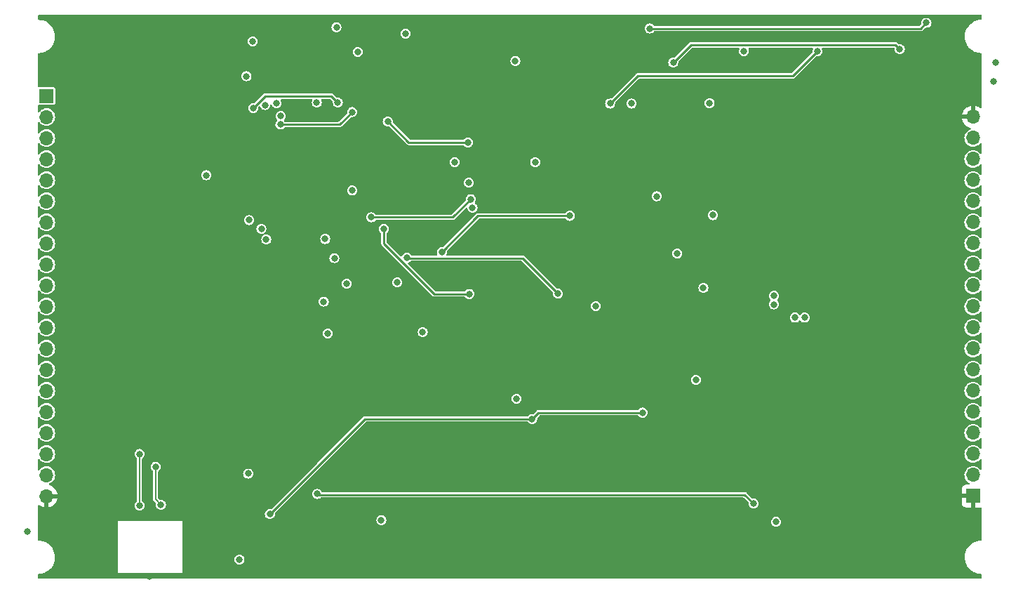
<source format=gbr>
%TF.GenerationSoftware,KiCad,Pcbnew,(6.0.6)*%
%TF.CreationDate,2023-08-16T17:32:26+09:00*%
%TF.ProjectId,TestBoard,54657374-426f-4617-9264-2e6b69636164,rev?*%
%TF.SameCoordinates,PX6c56600PY7f867c0*%
%TF.FileFunction,Copper,L3,Inr*%
%TF.FilePolarity,Positive*%
%FSLAX46Y46*%
G04 Gerber Fmt 4.6, Leading zero omitted, Abs format (unit mm)*
G04 Created by KiCad (PCBNEW (6.0.6)) date 2023-08-16 17:32:26*
%MOMM*%
%LPD*%
G01*
G04 APERTURE LIST*
%TA.AperFunction,ComponentPad*%
%ADD10R,1.700000X1.700000*%
%TD*%
%TA.AperFunction,ComponentPad*%
%ADD11O,1.700000X1.700000*%
%TD*%
%TA.AperFunction,ViaPad*%
%ADD12C,0.800000*%
%TD*%
%TA.AperFunction,Conductor*%
%ADD13C,0.250000*%
%TD*%
%TA.AperFunction,Conductor*%
%ADD14C,0.200000*%
%TD*%
G04 APERTURE END LIST*
D10*
%TO.N,GND*%
%TO.C,J3*%
X115900000Y10480000D03*
D11*
%TO.N,Net-(J3-Pad2)*%
X115900000Y13020000D03*
%TO.N,Net-(J3-Pad3)*%
X115900000Y15560000D03*
%TO.N,Net-(J3-Pad4)*%
X115900000Y18100000D03*
%TO.N,Net-(J3-Pad5)*%
X115900000Y20640000D03*
%TO.N,Net-(J3-Pad6)*%
X115900000Y23180000D03*
%TO.N,Net-(J3-Pad7)*%
X115900000Y25720000D03*
%TO.N,Net-(J3-Pad8)*%
X115900000Y28260000D03*
%TO.N,Net-(J3-Pad9)*%
X115900000Y30800000D03*
%TO.N,Net-(J3-Pad10)*%
X115900000Y33340000D03*
%TO.N,Net-(J3-Pad11)*%
X115900000Y35880000D03*
%TO.N,Net-(J3-Pad12)*%
X115900000Y38420000D03*
%TO.N,Net-(J3-Pad13)*%
X115900000Y40960000D03*
%TO.N,Net-(J3-Pad14)*%
X115900000Y43500000D03*
%TO.N,Net-(J3-Pad15)*%
X115900000Y46040000D03*
%TO.N,Net-(J3-Pad16)*%
X115900000Y48580000D03*
%TO.N,Net-(J3-Pad17)*%
X115900000Y51120000D03*
%TO.N,Net-(J3-Pad18)*%
X115900000Y53660000D03*
%TO.N,GND*%
X115900000Y56200000D03*
%TD*%
D10*
%TO.N,Net-(J4-Pad1)*%
%TO.C,J4*%
X4090000Y58723800D03*
D11*
%TO.N,Net-(J4-Pad2)*%
X4090000Y56183800D03*
%TO.N,Net-(J4-Pad3)*%
X4090000Y53643800D03*
%TO.N,Net-(J4-Pad4)*%
X4090000Y51103800D03*
%TO.N,Net-(J4-Pad5)*%
X4090000Y48563800D03*
%TO.N,Net-(J4-Pad6)*%
X4090000Y46023800D03*
%TO.N,Net-(J4-Pad7)*%
X4090000Y43483800D03*
%TO.N,Net-(J4-Pad8)*%
X4090000Y40943800D03*
%TO.N,Net-(J4-Pad9)*%
X4090000Y38403800D03*
%TO.N,Net-(J4-Pad10)*%
X4090000Y35863800D03*
%TO.N,Net-(J4-Pad11)*%
X4090000Y33323800D03*
%TO.N,Net-(J4-Pad12)*%
X4090000Y30783800D03*
%TO.N,Net-(J4-Pad13)*%
X4090000Y28243800D03*
%TO.N,Net-(J4-Pad14)*%
X4090000Y25703800D03*
%TO.N,Net-(J4-Pad15)*%
X4090000Y23163800D03*
%TO.N,Net-(J4-Pad16)*%
X4090000Y20623800D03*
%TO.N,Net-(J4-Pad17)*%
X4090000Y18083800D03*
%TO.N,Net-(J4-Pad18)*%
X4090000Y15543800D03*
%TO.N,Net-(J4-Pad19)*%
X4090000Y13003800D03*
%TO.N,GND*%
X4090000Y10463800D03*
%TD*%
D12*
%TO.N,GND*%
X75220000Y38120000D03*
X69960000Y38380000D03*
X45220000Y39080000D03*
X16530000Y780000D03*
X16590000Y8010000D03*
X68089700Y23250900D03*
%TO.N,Net-(IC6-Pad13)*%
X28560000Y43760000D03*
X39080000Y67020000D03*
%TO.N,GND*%
X51820000Y62760000D03*
X22150000Y63810000D03*
X19530000Y62790000D03*
X35000000Y56430000D03*
X44590000Y29950000D03*
X63270000Y35580000D03*
X60490000Y34590000D03*
X81170000Y31860000D03*
X82510000Y32920000D03*
X81350000Y33330000D03*
X82710000Y34340000D03*
X62500000Y67810000D03*
X56270000Y67910000D03*
X47240000Y68000000D03*
X51270000Y68040000D03*
X42410000Y56430000D03*
X32350000Y50510000D03*
X33740000Y49160000D03*
X33560000Y51030000D03*
X32498436Y52000252D03*
X32500000Y53410000D03*
X26570000Y57370000D03*
X28970000Y54750000D03*
X26554357Y58673576D03*
X27450000Y56150000D03*
X24420000Y60580000D03*
X23860000Y59410000D03*
X22740000Y60810000D03*
X14419641Y64071215D03*
X11740000Y64280000D03*
X5760000Y64200000D03*
X9567810Y63987563D03*
X7430000Y64660000D03*
X10948072Y65493303D03*
X8480000Y66000000D03*
X5970763Y65451477D03*
X6010000Y67790000D03*
X7640000Y67290000D03*
X9740000Y67000000D03*
X39570000Y62010000D03*
X40200000Y63120000D03*
X56620000Y63630000D03*
X46220000Y64220000D03*
X47890000Y62460000D03*
X46420000Y61930000D03*
X48140000Y64190000D03*
X46950000Y63320000D03*
X48650000Y54930000D03*
X49680000Y46730000D03*
X48900000Y48210000D03*
X48650000Y51720000D03*
X42650000Y47250000D03*
X42780000Y45720000D03*
X39310000Y32000000D03*
X44250000Y31810000D03*
X44380000Y33540000D03*
X54160000Y29230000D03*
X49790000Y27630000D03*
X42280000Y28850000D03*
X41360000Y26260000D03*
X39630000Y29240000D03*
X42194498Y27456523D03*
X36090000Y27010000D03*
X34441941Y23848912D03*
X31002904Y22714959D03*
X29790000Y19310000D03*
X32790000Y23200000D03*
X35980000Y20090000D03*
X33200000Y18430000D03*
X35040000Y16420000D03*
X33370000Y15360000D03*
X35930000Y18260000D03*
X36153514Y21549568D03*
X34370000Y19290000D03*
X32444930Y16948694D03*
X26840000Y17790000D03*
X30800000Y20960000D03*
X26075768Y14659568D03*
X26050000Y12620000D03*
X23430000Y12350000D03*
X25770000Y16420000D03*
X21670000Y7470000D03*
X21470000Y3640000D03*
X11400000Y2000000D03*
X11146522Y4175479D03*
X10979218Y6015828D03*
X9100000Y5010000D03*
X9600000Y1410000D03*
X9222520Y3255304D03*
X6800000Y1460000D03*
X8140000Y6270000D03*
X3660000Y6310000D03*
X7005736Y3924522D03*
X1819296Y6224959D03*
X5790000Y5930000D03*
X21534369Y12513018D03*
X20251702Y10505364D03*
X20307470Y8637130D03*
X28840000Y9450000D03*
X24740000Y1320000D03*
X22400000Y5310000D03*
X21870000Y1460000D03*
X26800000Y1400000D03*
X39150459Y1233276D03*
X45680000Y1600000D03*
X40770000Y1540000D03*
X37610000Y1630000D03*
X31890000Y1560000D03*
X29451843Y1540712D03*
X28800000Y3570000D03*
X30770000Y3600000D03*
X31870000Y5840000D03*
X32640000Y7390000D03*
X33460000Y9330000D03*
X86680000Y57720000D03*
X84970000Y59890000D03*
X81810000Y59580000D03*
X42730000Y7120000D03*
X40780000Y7600000D03*
X37430000Y7250000D03*
X36990000Y8520000D03*
X43450000Y14520000D03*
X40400000Y12970000D03*
X39160000Y13440000D03*
X43016945Y23794002D03*
X42960000Y22200000D03*
X42654452Y20670985D03*
X41399668Y21256551D03*
X41734277Y23124784D03*
X41900000Y24350000D03*
X54940000Y22990000D03*
X64420000Y18430000D03*
X57830000Y16120000D03*
X55720000Y21370000D03*
X55340000Y17820000D03*
X52620000Y14930000D03*
X53320000Y16720000D03*
X51790000Y17530000D03*
X49820869Y17441744D03*
X49990000Y14930000D03*
X47690000Y17270000D03*
X47350000Y14850000D03*
X51201131Y15936003D03*
X48570000Y16230000D03*
X46220000Y15810000D03*
X46270000Y17610000D03*
X51540000Y11710000D03*
X50280000Y11880000D03*
X51570000Y9650000D03*
X51290000Y7700000D03*
X50282750Y9203018D03*
X53840000Y3210000D03*
X50520000Y1840000D03*
X50410000Y5640000D03*
X50830000Y4210000D03*
X51970000Y3130000D03*
X53530000Y1590000D03*
X57880000Y1790000D03*
X55930000Y2710000D03*
X59890000Y1730000D03*
X58730000Y3600000D03*
X61660220Y3631914D03*
X64140000Y1400000D03*
X70420000Y1650000D03*
X67540000Y1350000D03*
X73820000Y3380000D03*
X72906734Y1943687D03*
X69470000Y3110000D03*
X65140000Y3040000D03*
X65210000Y7220000D03*
X59698091Y7096518D03*
X60450961Y5548952D03*
X61287483Y7431127D03*
X63169659Y7180171D03*
X63713399Y4754255D03*
X64048008Y9480608D03*
X61287483Y9313303D03*
X59280000Y9100000D03*
X59190000Y11800000D03*
X59380000Y13360000D03*
X57265299Y13162291D03*
X66110000Y11930000D03*
X64830000Y13130000D03*
X76010000Y15650000D03*
X71970000Y14060000D03*
X69430000Y13440000D03*
X73250000Y15650000D03*
X70491361Y15256698D03*
X67620000Y15280000D03*
X85340000Y7560000D03*
X79930000Y12720000D03*
X74410000Y11830000D03*
X74100000Y7930000D03*
X73151674Y9153570D03*
X77840000Y12580000D03*
X77750000Y8340000D03*
X82240000Y6890000D03*
X80210000Y4970000D03*
X76140000Y5280000D03*
X73630000Y4860000D03*
X75772778Y3325796D03*
X76270000Y1460000D03*
X79230000Y2020000D03*
X81350000Y3130000D03*
X78200000Y4130000D03*
X81990000Y8790000D03*
X82210000Y1350000D03*
X82350000Y4690000D03*
X84300000Y3050000D03*
X84160000Y6200000D03*
X83940000Y8400000D03*
X86228316Y8985741D03*
X88486927Y1819531D03*
X88320000Y4360000D03*
X86810000Y6530000D03*
X86367736Y3771417D03*
X86284084Y1512806D03*
X90830000Y1320000D03*
X95260000Y1290000D03*
X90100000Y2820000D03*
X90100000Y4380000D03*
X90830000Y6030000D03*
X88770000Y5920000D03*
X91070000Y8540000D03*
X115070000Y62860000D03*
X118590000Y62780000D03*
X118390119Y60461942D03*
X115680000Y6250000D03*
X105137178Y8074484D03*
X97460000Y2740000D03*
X93611766Y3463653D03*
X93140000Y1710000D03*
X95229043Y2878087D03*
X92070000Y3970000D03*
X103030000Y2300000D03*
X99390000Y3680000D03*
X98135919Y1543036D03*
X101020000Y4220000D03*
X101360000Y1380000D03*
X104033403Y3634343D03*
X105290000Y1540000D03*
X107300000Y3720000D03*
X107710000Y1250000D03*
X109850000Y3630000D03*
X111390000Y1330000D03*
X113067847Y2839646D03*
X113990000Y5600000D03*
X111269323Y5600171D03*
X108090537Y5474692D03*
X102740000Y5810000D03*
X105460000Y5890000D03*
X103200000Y7650000D03*
X100938270Y6813128D03*
X98220000Y8150000D03*
X100190000Y8570000D03*
X102320000Y9990000D03*
X65880000Y28250000D03*
X65970000Y32300000D03*
X99240000Y10730000D03*
X101340000Y12010000D03*
X97350000Y9640000D03*
X96874609Y12598317D03*
X99500000Y13600000D03*
X94760000Y11650000D03*
X95120000Y14750000D03*
X97520000Y14910000D03*
X93780000Y13660000D03*
X93640000Y16200000D03*
X96150000Y16390000D03*
X90955160Y17327415D03*
X93185887Y19920635D03*
X93970000Y18160000D03*
X91790000Y19170000D03*
X88890000Y15990000D03*
X88835970Y17662024D03*
X89840000Y18640000D03*
X91480000Y20420000D03*
X82785124Y17383184D03*
X85690000Y17380000D03*
X89086927Y20171592D03*
X91210000Y22460000D03*
X91100000Y24890000D03*
X89300000Y28490000D03*
X88600000Y25510000D03*
X82590000Y19870000D03*
X80910000Y19930000D03*
X81639714Y21045622D03*
X79970000Y21050000D03*
X79440000Y22160000D03*
X90520000Y26300000D03*
X89010000Y26800000D03*
X83810000Y31240000D03*
X81470000Y27490000D03*
X79920000Y24420000D03*
X84390000Y24980000D03*
X84350000Y26910000D03*
X73290000Y24210000D03*
X74740000Y24020000D03*
X76130000Y25510000D03*
X63430000Y23370000D03*
X66050000Y25470000D03*
X54180000Y27640000D03*
X54260000Y30680000D03*
X53570000Y36740000D03*
X52480000Y37930000D03*
X66280000Y41540000D03*
X81970432Y43491942D03*
%TO.N,Net-(IC5-Pad12)*%
X84510000Y44350000D03*
%TO.N,GND*%
X85510000Y49910000D03*
X82220000Y46370000D03*
X60700000Y59120000D03*
X62370956Y59395566D03*
X62450000Y61400000D03*
X62210000Y64700000D03*
X61290000Y66750000D03*
X56180000Y66500000D03*
X54970000Y63370000D03*
X57093247Y61789108D03*
X56930000Y59140000D03*
X56563449Y56881509D03*
X55920000Y55150000D03*
X66100000Y50650000D03*
X72750000Y41610000D03*
X67020000Y46800000D03*
X73970000Y42870000D03*
X73510000Y44710000D03*
X73340000Y46590000D03*
X78650000Y55750000D03*
X78690000Y49730000D03*
X78650000Y51690000D03*
X68950000Y48090000D03*
X73840000Y48780000D03*
X67030000Y52260000D03*
X66380000Y58930000D03*
X67640000Y61290000D03*
X66990000Y62390000D03*
X67067053Y63966244D03*
X67390000Y67290000D03*
X84910000Y62190000D03*
X89950000Y57700000D03*
X92267313Y62277507D03*
X93580000Y63480000D03*
X86520000Y62670000D03*
X85128988Y63727480D03*
X83344406Y62723653D03*
X114150000Y67700000D03*
X104860000Y67780000D03*
X100300000Y67740000D03*
X109250000Y60550000D03*
X89430000Y52980000D03*
X93070000Y59040000D03*
X85330000Y55280000D03*
X85300000Y53010000D03*
X81750000Y50130000D03*
X81370000Y53220000D03*
X80700000Y55400000D03*
X95670000Y67820000D03*
X91160000Y67900000D03*
X80780000Y65770000D03*
X55270000Y64980000D03*
X66810000Y60250000D03*
X67030000Y65470000D03*
X69741030Y55355125D03*
X74467382Y53807558D03*
X74718339Y51548947D03*
X71830000Y50380000D03*
X70995814Y47491813D03*
X66980000Y48700000D03*
X69657378Y52887383D03*
X68779029Y51130686D03*
X71999641Y52678253D03*
X71999641Y54560428D03*
X67690000Y54730000D03*
X90150000Y54600000D03*
X86011393Y51214338D03*
X86555133Y54644081D03*
X90528615Y59454085D03*
X101930000Y61580000D03*
X104327856Y60853855D03*
X99726982Y60351942D03*
X102933652Y62861509D03*
X111658518Y60626348D03*
X115115885Y60875997D03*
X113290000Y63210000D03*
X109970000Y62400000D03*
X62411100Y56280200D03*
X60363100Y53580000D03*
X27127100Y66832800D03*
X72209400Y62314900D03*
X81884000Y39972500D03*
%TO.N,Net-(IC6-Pad12)*%
X29048250Y57281750D03*
%TO.N,Net-(IC6-Pad11)*%
X30610000Y41410000D03*
%TO.N,Net-(IC6-Pad12)*%
X30020000Y42710000D03*
%TO.N,+5VD*%
X28225000Y61105000D03*
%TO.N,Net-(C22-Pad1)*%
X54945800Y53133300D03*
X45265000Y55663500D03*
%TO.N,Net-(FL1-Pad3)*%
X44789300Y42695700D03*
X55106600Y34852800D03*
%TO.N,Net-(U26-Pad1)*%
X47581800Y39232500D03*
X65812500Y34892400D03*
%TO.N,Net-(IC6-Pad28)*%
X15310000Y9330000D03*
X15310000Y15550000D03*
%TO.N,Net-(IC6-Pad29)*%
X17900000Y9420000D03*
X17260000Y14020000D03*
%TO.N,Net-(IC6-Pad35)*%
X55500400Y45251400D03*
X46407400Y36242700D03*
%TO.N,Net-(IC6-Pad36)*%
X67257500Y44272600D03*
X51794500Y39898000D03*
%TO.N,Net-(IC4-Pad3)*%
X40957300Y56786700D03*
X32308900Y55278700D03*
%TO.N,Net-(IC3-Pad4)*%
X27380000Y2840000D03*
X38828300Y39174500D03*
%TO.N,Net-(Q1-Pad1)*%
X70378300Y33394700D03*
X63052500Y50741800D03*
%TO.N,Net-(Q2-Pad1)*%
X55295000Y46287600D03*
X43292500Y44093200D03*
%TO.N,Net-(C20-Pad1)*%
X55045400Y48270000D03*
X53346300Y50751800D03*
%TO.N,Net-(R21-Pad1)*%
X38044100Y30101100D03*
X40960400Y47322000D03*
%TO.N,Net-(R19-Pad2)*%
X92122700Y7364900D03*
X77740800Y46628600D03*
%TO.N,Net-(IC5-Pad10)*%
X88250700Y64141400D03*
X91860000Y33590000D03*
%TO.N,Net-(IC6-Pad40)*%
X32365100Y56294800D03*
X37720000Y41480000D03*
%TO.N,Net-(IC5-Pad40)*%
X110270900Y67549100D03*
X76880000Y66866000D03*
X83355100Y35578900D03*
%TO.N,+5C*%
X28420000Y13189100D03*
X41647300Y64039400D03*
%TO.N,+5P*%
X36746100Y10738900D03*
X89410000Y9580000D03*
X82450000Y24485000D03*
X80207500Y39732500D03*
X74699800Y57811300D03*
%TO.N,+5VD*%
X36702700Y57934900D03*
X40311600Y36092400D03*
%TO.N,Net-(IC5-Pad11)*%
X97120400Y64130300D03*
X72100200Y57811300D03*
X91881001Y34621001D03*
%TO.N,Net-(IC6-Pad12)*%
X39241300Y57934900D03*
X47418200Y66252100D03*
%TO.N,Net-(IC5-Pad12)*%
X84103500Y57868100D03*
X94410000Y31996700D03*
%TO.N,Net-(IC6-Pad10)*%
X23370000Y49170000D03*
X28970000Y65310000D03*
%TO.N,Net-(C3-Pad1)*%
X44493500Y7585600D03*
X49485000Y30245000D03*
X60810100Y22223500D03*
%TO.N,Net-(IC6-Pad11)*%
X30460000Y57635500D03*
%TO.N,Net-(IC5-Pad13)*%
X107053200Y64364900D03*
X79717200Y62745700D03*
X95560000Y31996700D03*
%TO.N,Net-(IC6-Pad30)*%
X37540600Y33924700D03*
X31852300Y57842500D03*
%TO.N,+BATT*%
X60663300Y62964800D03*
X62696200Y19781400D03*
X76009400Y20544400D03*
X31043700Y8298600D03*
%TO.N,GND*%
X37756800Y19740500D03*
X96060000Y41460900D03*
X39440000Y25378100D03*
X25846900Y33862000D03*
X42640000Y17001900D03*
X33000000Y67514700D03*
X49760000Y26290000D03*
X38807000Y35875000D03*
X24666900Y9490000D03*
X27902800Y15448400D03*
X36320000Y14724000D03*
X41648300Y65137900D03*
X51532300Y47019700D03*
X45218700Y6850000D03*
X47638700Y1295000D03*
X57254700Y48329300D03*
X32426400Y25321600D03*
X45970500Y60245000D03*
%TD*%
D13*
%TO.N,+5P*%
X36848000Y10637000D02*
X36746100Y10738900D01*
X89410000Y9580000D02*
X88353000Y10637000D01*
X88353000Y10637000D02*
X36848000Y10637000D01*
D14*
%TO.N,Net-(IC6-Pad10)*%
X23500000Y49170000D02*
X23370000Y49170000D01*
D13*
%TO.N,Net-(IC6-Pad12)*%
X29048250Y57281750D02*
X30471300Y58704800D01*
X29021700Y57255200D02*
X29048250Y57281750D01*
X30471300Y58704800D02*
X38471400Y58704800D01*
%TO.N,GND*%
X48152500Y25378100D02*
X39440000Y25378100D01*
X49760000Y26290000D02*
X49064400Y26290000D01*
X49064400Y26290000D02*
X48152500Y25378100D01*
%TO.N,Net-(C22-Pad1)*%
X47795200Y53133300D02*
X54945800Y53133300D01*
X45265000Y55663500D02*
X47795200Y53133300D01*
%TO.N,Net-(FL1-Pad3)*%
X44789300Y40955300D02*
X44789300Y42695700D01*
X50891800Y34852800D02*
X44789300Y40955300D01*
X55106600Y34852800D02*
X50891800Y34852800D01*
%TO.N,Net-(U26-Pad1)*%
X61532000Y39172900D02*
X65812500Y34892400D01*
X47641400Y39172900D02*
X61532000Y39172900D01*
X47581800Y39232500D02*
X47641400Y39172900D01*
D14*
%TO.N,Net-(IC6-Pad28)*%
X15310000Y15550000D02*
X15310000Y9330000D01*
%TO.N,Net-(IC6-Pad29)*%
X17260000Y10060000D02*
X17260000Y14020000D01*
X17900000Y9420000D02*
X17260000Y10060000D01*
D13*
%TO.N,Net-(IC6-Pad36)*%
X56169100Y44272600D02*
X67257500Y44272600D01*
X51794500Y39898000D02*
X56169100Y44272600D01*
%TO.N,Net-(IC4-Pad3)*%
X39449300Y55278700D02*
X40957300Y56786700D01*
X32308900Y55278700D02*
X39449300Y55278700D01*
%TO.N,Net-(Q2-Pad1)*%
X53100600Y44093200D02*
X55295000Y46287600D01*
X43292500Y44093200D02*
X53100600Y44093200D01*
%TO.N,Net-(IC5-Pad40)*%
X109587800Y66866000D02*
X110270900Y67549100D01*
X76880000Y66866000D02*
X109587800Y66866000D01*
%TO.N,Net-(IC5-Pad11)*%
X94119200Y61129100D02*
X97120400Y64130300D01*
X75418000Y61129100D02*
X94119200Y61129100D01*
X72100200Y57811300D02*
X75418000Y61129100D01*
%TO.N,Net-(IC6-Pad12)*%
X38471400Y58704800D02*
X39241300Y57934900D01*
%TO.N,Net-(IC5-Pad13)*%
X106527200Y64890900D02*
X107053200Y64364900D01*
X81862400Y64890900D02*
X106527200Y64890900D01*
X79717200Y62745700D02*
X81862400Y64890900D01*
%TO.N,+BATT*%
X63459200Y20544400D02*
X62696200Y19781400D01*
X76009400Y20544400D02*
X63459200Y20544400D01*
X42526500Y19781400D02*
X31043700Y8298600D01*
X62696200Y19781400D02*
X42526500Y19781400D01*
%TO.N,GND*%
X27809000Y67514700D02*
X33000000Y67514700D01*
X27127100Y66832800D02*
X27809000Y67514700D01*
X35376800Y65137900D02*
X41648300Y65137900D01*
X33000000Y67514700D02*
X35376800Y65137900D01*
X55945100Y47019700D02*
X57254700Y48329300D01*
X51532300Y47019700D02*
X55945100Y47019700D01*
X39383500Y25321600D02*
X39440000Y25378100D01*
X32426400Y25321600D02*
X39383500Y25321600D01*
X40522000Y34160000D02*
X41690800Y34160000D01*
X38807000Y35875000D02*
X40522000Y34160000D01*
X80436500Y41420000D02*
X81884000Y39972500D01*
X76548900Y41420000D02*
X80436500Y41420000D01*
X82466300Y47956300D02*
X80830000Y46320000D01*
X84716800Y47956300D02*
X82466300Y47956300D01*
%TD*%
%TA.AperFunction,Conductor*%
%TO.N,GND*%
G36*
X116892121Y68479998D02*
G01*
X116938614Y68426342D01*
X116950000Y68374000D01*
X116950000Y68025137D01*
X116929998Y67957016D01*
X116876342Y67910523D01*
X116830924Y67899327D01*
X116806087Y67897960D01*
X116653136Y67889543D01*
X116653129Y67889542D01*
X116648693Y67889298D01*
X116370906Y67834043D01*
X116103675Y67740198D01*
X115852333Y67609636D01*
X115848718Y67607053D01*
X115848712Y67607049D01*
X115625516Y67447551D01*
X115625512Y67447548D01*
X115621895Y67444963D01*
X115416959Y67249463D01*
X115414203Y67245968D01*
X115414202Y67245966D01*
X115365660Y67184391D01*
X115241613Y67027038D01*
X115232769Y67011812D01*
X115101591Y66785973D01*
X115101588Y66785967D01*
X115099357Y66782126D01*
X115097687Y66778003D01*
X114999964Y66536736D01*
X114993028Y66519613D01*
X114991957Y66515300D01*
X114991955Y66515295D01*
X114978073Y66459408D01*
X114924748Y66244737D01*
X114924294Y66240309D01*
X114924294Y66240307D01*
X114917917Y66178070D01*
X114895880Y65962982D01*
X114896055Y65958530D01*
X114903302Y65774098D01*
X114907000Y65679971D01*
X114957885Y65401350D01*
X115047521Y65132678D01*
X115049513Y65128691D01*
X115049514Y65128689D01*
X115138289Y64951022D01*
X115174118Y64879316D01*
X115335152Y64646320D01*
X115355374Y64624444D01*
X115495640Y64472705D01*
X115527408Y64438338D01*
X115530862Y64435526D01*
X115743595Y64262335D01*
X115743599Y64262332D01*
X115747052Y64259521D01*
X115750874Y64257220D01*
X115975288Y64122112D01*
X115989700Y64113435D01*
X116107724Y64063458D01*
X116246412Y64004731D01*
X116246415Y64004730D01*
X116250510Y64002996D01*
X116254802Y64001858D01*
X116254805Y64001857D01*
X116519983Y63931546D01*
X116519987Y63931545D01*
X116524280Y63930407D01*
X116528689Y63929885D01*
X116528695Y63929884D01*
X116713422Y63908021D01*
X116805546Y63897117D01*
X116821031Y63897482D01*
X116889604Y63879091D01*
X116937348Y63826545D01*
X116950000Y63771517D01*
X116950000Y57361345D01*
X116929998Y57293224D01*
X116876342Y57246731D01*
X116806068Y57236627D01*
X116745908Y57262463D01*
X116658140Y57331778D01*
X116649552Y57337483D01*
X116463117Y57440401D01*
X116453705Y57444631D01*
X116252959Y57515720D01*
X116242988Y57518354D01*
X116171837Y57531028D01*
X116158540Y57529568D01*
X116154000Y57515011D01*
X116154000Y56072000D01*
X116133998Y56003879D01*
X116080342Y55957386D01*
X116028000Y55946000D01*
X114583225Y55946000D01*
X114569694Y55942027D01*
X114568257Y55932034D01*
X114598565Y55797554D01*
X114601645Y55787725D01*
X114681770Y55590397D01*
X114686413Y55581206D01*
X114797694Y55399612D01*
X114803777Y55391301D01*
X114943213Y55230333D01*
X114950580Y55223117D01*
X115114434Y55087084D01*
X115122881Y55081169D01*
X115306756Y54973721D01*
X115316042Y54969271D01*
X115515001Y54893297D01*
X115529866Y54888978D01*
X115529289Y54886992D01*
X115584260Y54857918D01*
X115619110Y54796064D01*
X115614988Y54725187D01*
X115573201Y54667791D01*
X115531930Y54646772D01*
X115510489Y54640462D01*
X115510484Y54640460D01*
X115504572Y54638720D01*
X115322002Y54543274D01*
X115317201Y54539414D01*
X115317198Y54539412D01*
X115291709Y54518918D01*
X115161447Y54414185D01*
X115029024Y54256370D01*
X115026056Y54250972D01*
X115026053Y54250967D01*
X115010409Y54222510D01*
X114929776Y54075838D01*
X114867484Y53879468D01*
X114866798Y53873351D01*
X114866797Y53873347D01*
X114864709Y53854732D01*
X114844520Y53674738D01*
X114845036Y53668594D01*
X114858514Y53508096D01*
X114861759Y53469447D01*
X114863458Y53463522D01*
X114915545Y53281874D01*
X114918544Y53271414D01*
X114921359Y53265937D01*
X114921360Y53265934D01*
X115009897Y53093659D01*
X115012712Y53088182D01*
X115140677Y52926730D01*
X115145370Y52922736D01*
X115145371Y52922735D01*
X115280420Y52807800D01*
X115297564Y52793209D01*
X115302942Y52790203D01*
X115302944Y52790202D01*
X115319406Y52781002D01*
X115477398Y52692703D01*
X115572238Y52661887D01*
X115667471Y52630944D01*
X115667475Y52630943D01*
X115673329Y52629041D01*
X115877894Y52604649D01*
X115884029Y52605121D01*
X115884031Y52605121D01*
X115940039Y52609431D01*
X116083300Y52620454D01*
X116089230Y52622110D01*
X116089232Y52622110D01*
X116275797Y52674200D01*
X116275796Y52674200D01*
X116281725Y52675855D01*
X116287214Y52678628D01*
X116287220Y52678630D01*
X116460116Y52765967D01*
X116465610Y52768742D01*
X116476192Y52777009D01*
X116576475Y52855359D01*
X116627951Y52895576D01*
X116637411Y52906535D01*
X116728618Y53012201D01*
X116788271Y53050698D01*
X116859267Y53050834D01*
X116919067Y53012564D01*
X116948683Y52948040D01*
X116950000Y52929870D01*
X116950000Y51848601D01*
X116929998Y51780480D01*
X116876342Y51733987D01*
X116806068Y51723883D01*
X116741488Y51753377D01*
X116726357Y51768965D01*
X116652906Y51859025D01*
X116652903Y51859028D01*
X116649011Y51863800D01*
X116514607Y51974989D01*
X116495025Y51991189D01*
X116495021Y51991191D01*
X116490275Y51995118D01*
X116309055Y52093103D01*
X116112254Y52154023D01*
X116106129Y52154667D01*
X116106128Y52154667D01*
X115913498Y52174913D01*
X115913496Y52174913D01*
X115907369Y52175557D01*
X115820529Y52167654D01*
X115708342Y52157445D01*
X115708339Y52157444D01*
X115702203Y52156886D01*
X115504572Y52098720D01*
X115322002Y52003274D01*
X115317201Y51999414D01*
X115317198Y51999412D01*
X115291709Y51978918D01*
X115161447Y51874185D01*
X115029024Y51716370D01*
X115026056Y51710972D01*
X115026053Y51710967D01*
X115010409Y51682510D01*
X114929776Y51535838D01*
X114867484Y51339468D01*
X114866798Y51333351D01*
X114866797Y51333347D01*
X114849606Y51180082D01*
X114844520Y51134738D01*
X114861759Y50929447D01*
X114863458Y50923522D01*
X114910351Y50759988D01*
X114918544Y50731414D01*
X114921359Y50725937D01*
X114921360Y50725934D01*
X114997691Y50577409D01*
X115012712Y50548182D01*
X115140677Y50386730D01*
X115297564Y50253209D01*
X115477398Y50152703D01*
X115572238Y50121887D01*
X115667471Y50090944D01*
X115667475Y50090943D01*
X115673329Y50089041D01*
X115877894Y50064649D01*
X115884029Y50065121D01*
X115884031Y50065121D01*
X115940039Y50069431D01*
X116083300Y50080454D01*
X116089230Y50082110D01*
X116089232Y50082110D01*
X116275797Y50134200D01*
X116275796Y50134200D01*
X116281725Y50135855D01*
X116287214Y50138628D01*
X116287220Y50138630D01*
X116460116Y50225967D01*
X116465610Y50228742D01*
X116476192Y50237009D01*
X116623101Y50351787D01*
X116627951Y50355576D01*
X116637411Y50366535D01*
X116728618Y50472201D01*
X116788271Y50510698D01*
X116859267Y50510834D01*
X116919067Y50472564D01*
X116948683Y50408040D01*
X116950000Y50389870D01*
X116950000Y49308601D01*
X116929998Y49240480D01*
X116876342Y49193987D01*
X116806068Y49183883D01*
X116741488Y49213377D01*
X116726357Y49228965D01*
X116652906Y49319025D01*
X116652903Y49319028D01*
X116649011Y49323800D01*
X116514607Y49434989D01*
X116495025Y49451189D01*
X116495021Y49451191D01*
X116490275Y49455118D01*
X116309055Y49553103D01*
X116112254Y49614023D01*
X116106129Y49614667D01*
X116106128Y49614667D01*
X115913498Y49634913D01*
X115913496Y49634913D01*
X115907369Y49635557D01*
X115820529Y49627654D01*
X115708342Y49617445D01*
X115708339Y49617444D01*
X115702203Y49616886D01*
X115504572Y49558720D01*
X115322002Y49463274D01*
X115317201Y49459414D01*
X115317198Y49459412D01*
X115291709Y49438918D01*
X115161447Y49334185D01*
X115029024Y49176370D01*
X115026056Y49170972D01*
X115026053Y49170967D01*
X115010409Y49142510D01*
X114929776Y48995838D01*
X114867484Y48799468D01*
X114866798Y48793351D01*
X114866797Y48793347D01*
X114856134Y48698282D01*
X114844520Y48594738D01*
X114847118Y48563800D01*
X114858626Y48426762D01*
X114861759Y48389447D01*
X114918544Y48191414D01*
X114921359Y48185937D01*
X114921360Y48185934D01*
X115009897Y48013659D01*
X115012712Y48008182D01*
X115140677Y47846730D01*
X115145370Y47842736D01*
X115145371Y47842735D01*
X115253758Y47750491D01*
X115297564Y47713209D01*
X115302942Y47710203D01*
X115302944Y47710202D01*
X115363549Y47676331D01*
X115477398Y47612703D01*
X115572238Y47581887D01*
X115667471Y47550944D01*
X115667475Y47550943D01*
X115673329Y47549041D01*
X115877894Y47524649D01*
X115884029Y47525121D01*
X115884031Y47525121D01*
X115940039Y47529431D01*
X116083300Y47540454D01*
X116089230Y47542110D01*
X116089232Y47542110D01*
X116275797Y47594200D01*
X116275796Y47594200D01*
X116281725Y47595855D01*
X116287214Y47598628D01*
X116287220Y47598630D01*
X116460116Y47685967D01*
X116465610Y47688742D01*
X116476192Y47697009D01*
X116623101Y47811787D01*
X116627951Y47815576D01*
X116637411Y47826535D01*
X116728618Y47932201D01*
X116788271Y47970698D01*
X116859267Y47970834D01*
X116919067Y47932564D01*
X116948683Y47868040D01*
X116950000Y47849870D01*
X116950000Y46768601D01*
X116929998Y46700480D01*
X116876342Y46653987D01*
X116806068Y46643883D01*
X116741488Y46673377D01*
X116726357Y46688965D01*
X116652906Y46779025D01*
X116652903Y46779028D01*
X116649011Y46783800D01*
X116631786Y46798050D01*
X116495025Y46911189D01*
X116495021Y46911191D01*
X116490275Y46915118D01*
X116309055Y47013103D01*
X116112254Y47074023D01*
X116106129Y47074667D01*
X116106128Y47074667D01*
X115913498Y47094913D01*
X115913496Y47094913D01*
X115907369Y47095557D01*
X115820529Y47087654D01*
X115708342Y47077445D01*
X115708339Y47077444D01*
X115702203Y47076886D01*
X115504572Y47018720D01*
X115322002Y46923274D01*
X115317201Y46919414D01*
X115317198Y46919412D01*
X115166254Y46798050D01*
X115161447Y46794185D01*
X115029024Y46636370D01*
X115026056Y46630972D01*
X115026053Y46630967D01*
X114943073Y46480026D01*
X114929776Y46455838D01*
X114867484Y46259468D01*
X114866798Y46253351D01*
X114866797Y46253347D01*
X114860849Y46200318D01*
X114844520Y46054738D01*
X114861759Y45849447D01*
X114918544Y45651414D01*
X114921359Y45645937D01*
X114921360Y45645934D01*
X114944808Y45600309D01*
X115012712Y45468182D01*
X115140677Y45306730D01*
X115145370Y45302736D01*
X115145371Y45302735D01*
X115215311Y45243212D01*
X115297564Y45173209D01*
X115302942Y45170203D01*
X115302944Y45170202D01*
X115334563Y45152531D01*
X115477398Y45072703D01*
X115572238Y45041887D01*
X115667471Y45010944D01*
X115667475Y45010943D01*
X115673329Y45009041D01*
X115877894Y44984649D01*
X115884029Y44985121D01*
X115884031Y44985121D01*
X115940039Y44989431D01*
X116083300Y45000454D01*
X116089230Y45002110D01*
X116089232Y45002110D01*
X116275797Y45054200D01*
X116275796Y45054200D01*
X116281725Y45055855D01*
X116287214Y45058628D01*
X116287220Y45058630D01*
X116460116Y45145967D01*
X116465610Y45148742D01*
X116476192Y45157009D01*
X116607487Y45259588D01*
X116627951Y45275576D01*
X116637411Y45286535D01*
X116728618Y45392201D01*
X116788271Y45430698D01*
X116859267Y45430834D01*
X116919067Y45392564D01*
X116948683Y45328040D01*
X116950000Y45309870D01*
X116950000Y44228601D01*
X116929998Y44160480D01*
X116876342Y44113987D01*
X116806068Y44103883D01*
X116741488Y44133377D01*
X116726357Y44148965D01*
X116652906Y44239025D01*
X116652903Y44239028D01*
X116649011Y44243800D01*
X116642173Y44249457D01*
X116495025Y44371189D01*
X116495021Y44371191D01*
X116490275Y44375118D01*
X116309055Y44473103D01*
X116112254Y44534023D01*
X116106129Y44534667D01*
X116106128Y44534667D01*
X115913498Y44554913D01*
X115913496Y44554913D01*
X115907369Y44555557D01*
X115820529Y44547654D01*
X115708342Y44537445D01*
X115708339Y44537444D01*
X115702203Y44536886D01*
X115504572Y44478720D01*
X115322002Y44383274D01*
X115317201Y44379414D01*
X115317198Y44379412D01*
X115192944Y44279509D01*
X115161447Y44254185D01*
X115029024Y44096370D01*
X115026056Y44090972D01*
X115026053Y44090967D01*
X114963614Y43977389D01*
X114929776Y43915838D01*
X114867484Y43719468D01*
X114866798Y43713351D01*
X114866797Y43713347D01*
X114850569Y43568664D01*
X114844520Y43514738D01*
X114845036Y43508594D01*
X114860311Y43326695D01*
X114861759Y43309447D01*
X114863458Y43303522D01*
X114912717Y43131736D01*
X114918544Y43111414D01*
X114921359Y43105937D01*
X114921360Y43105934D01*
X114980474Y42990911D01*
X115012712Y42928182D01*
X115140677Y42766730D01*
X115145370Y42762736D01*
X115145371Y42762735D01*
X115216956Y42701812D01*
X115297564Y42633209D01*
X115477398Y42532703D01*
X115572238Y42501887D01*
X115667471Y42470944D01*
X115667475Y42470943D01*
X115673329Y42469041D01*
X115877894Y42444649D01*
X115884029Y42445121D01*
X115884031Y42445121D01*
X115940039Y42449431D01*
X116083300Y42460454D01*
X116089230Y42462110D01*
X116089232Y42462110D01*
X116275797Y42514200D01*
X116275796Y42514200D01*
X116281725Y42515855D01*
X116287214Y42518628D01*
X116287220Y42518630D01*
X116460116Y42605967D01*
X116465610Y42608742D01*
X116476192Y42617009D01*
X116546781Y42672159D01*
X116627951Y42735576D01*
X116637411Y42746535D01*
X116728618Y42852201D01*
X116788271Y42890698D01*
X116859267Y42890834D01*
X116919067Y42852564D01*
X116948683Y42788040D01*
X116950000Y42769870D01*
X116950000Y41688601D01*
X116929998Y41620480D01*
X116876342Y41573987D01*
X116806068Y41563883D01*
X116741488Y41593377D01*
X116726357Y41608965D01*
X116652906Y41699025D01*
X116652903Y41699028D01*
X116649011Y41703800D01*
X116642173Y41709457D01*
X116495025Y41831189D01*
X116495021Y41831191D01*
X116490275Y41835118D01*
X116309055Y41933103D01*
X116112254Y41994023D01*
X116106129Y41994667D01*
X116106128Y41994667D01*
X115913498Y42014913D01*
X115913496Y42014913D01*
X115907369Y42015557D01*
X115820989Y42007696D01*
X115708342Y41997445D01*
X115708339Y41997444D01*
X115702203Y41996886D01*
X115504572Y41938720D01*
X115322002Y41843274D01*
X115317201Y41839414D01*
X115317198Y41839412D01*
X115291709Y41818918D01*
X115161447Y41714185D01*
X115029024Y41556370D01*
X115026056Y41550972D01*
X115026053Y41550967D01*
X114987039Y41480000D01*
X114929776Y41375838D01*
X114867484Y41179468D01*
X114866798Y41173351D01*
X114866797Y41173347D01*
X114852591Y41046695D01*
X114844520Y40974738D01*
X114845036Y40968594D01*
X114854734Y40853109D01*
X114861759Y40769447D01*
X114918544Y40571414D01*
X114921359Y40565937D01*
X114921360Y40565934D01*
X114997640Y40417509D01*
X115012712Y40388182D01*
X115140677Y40226730D01*
X115145370Y40222736D01*
X115145371Y40222735D01*
X115171097Y40200841D01*
X115297564Y40093209D01*
X115477398Y39992703D01*
X115572238Y39961887D01*
X115667471Y39930944D01*
X115667475Y39930943D01*
X115673329Y39929041D01*
X115877894Y39904649D01*
X115884029Y39905121D01*
X115884031Y39905121D01*
X115940039Y39909431D01*
X116083300Y39920454D01*
X116089230Y39922110D01*
X116089232Y39922110D01*
X116233642Y39962430D01*
X116281725Y39975855D01*
X116287214Y39978628D01*
X116287220Y39978630D01*
X116460116Y40065967D01*
X116465610Y40068742D01*
X116476192Y40077009D01*
X116583416Y40160782D01*
X116627951Y40195576D01*
X116637411Y40206535D01*
X116728618Y40312201D01*
X116788271Y40350698D01*
X116859267Y40350834D01*
X116919067Y40312564D01*
X116948683Y40248040D01*
X116950000Y40229870D01*
X116950000Y39148601D01*
X116929998Y39080480D01*
X116876342Y39033987D01*
X116806068Y39023883D01*
X116741488Y39053377D01*
X116726357Y39068965D01*
X116652906Y39159025D01*
X116652903Y39159028D01*
X116649011Y39163800D01*
X116631786Y39178050D01*
X116495025Y39291189D01*
X116495021Y39291191D01*
X116490275Y39295118D01*
X116309055Y39393103D01*
X116112254Y39454023D01*
X116106129Y39454667D01*
X116106128Y39454667D01*
X115913498Y39474913D01*
X115913496Y39474913D01*
X115907369Y39475557D01*
X115820529Y39467654D01*
X115708342Y39457445D01*
X115708339Y39457444D01*
X115702203Y39456886D01*
X115504572Y39398720D01*
X115322002Y39303274D01*
X115317201Y39299414D01*
X115317198Y39299412D01*
X115172023Y39182688D01*
X115161447Y39174185D01*
X115029024Y39016370D01*
X115026056Y39010972D01*
X115026053Y39010967D01*
X115010409Y38982510D01*
X114929776Y38835838D01*
X114927913Y38829965D01*
X114870814Y38649964D01*
X114867484Y38639468D01*
X114866798Y38633351D01*
X114866797Y38633347D01*
X114847474Y38461075D01*
X114844520Y38434738D01*
X114861759Y38229447D01*
X114918544Y38031414D01*
X114921359Y38025937D01*
X114921360Y38025934D01*
X114944808Y37980309D01*
X115012712Y37848182D01*
X115140677Y37686730D01*
X115297564Y37553209D01*
X115477398Y37452703D01*
X115572238Y37421887D01*
X115667471Y37390944D01*
X115667475Y37390943D01*
X115673329Y37389041D01*
X115877894Y37364649D01*
X115884029Y37365121D01*
X115884031Y37365121D01*
X115940039Y37369431D01*
X116083300Y37380454D01*
X116089230Y37382110D01*
X116089232Y37382110D01*
X116275797Y37434200D01*
X116275796Y37434200D01*
X116281725Y37435855D01*
X116287214Y37438628D01*
X116287220Y37438630D01*
X116460116Y37525967D01*
X116465610Y37528742D01*
X116476192Y37537009D01*
X116623101Y37651787D01*
X116627951Y37655576D01*
X116637411Y37666535D01*
X116728618Y37772201D01*
X116788271Y37810698D01*
X116859267Y37810834D01*
X116919067Y37772564D01*
X116948683Y37708040D01*
X116950000Y37689870D01*
X116950000Y36608601D01*
X116929998Y36540480D01*
X116876342Y36493987D01*
X116806068Y36483883D01*
X116741488Y36513377D01*
X116726357Y36528965D01*
X116652906Y36619025D01*
X116652903Y36619028D01*
X116649011Y36623800D01*
X116591978Y36670982D01*
X116495025Y36751189D01*
X116495021Y36751191D01*
X116490275Y36755118D01*
X116309055Y36853103D01*
X116112254Y36914023D01*
X116106129Y36914667D01*
X116106128Y36914667D01*
X115913498Y36934913D01*
X115913496Y36934913D01*
X115907369Y36935557D01*
X115820529Y36927654D01*
X115708342Y36917445D01*
X115708339Y36917444D01*
X115702203Y36916886D01*
X115504572Y36858720D01*
X115322002Y36763274D01*
X115317201Y36759414D01*
X115317198Y36759412D01*
X115213461Y36676005D01*
X115161447Y36634185D01*
X115029024Y36476370D01*
X115026056Y36470972D01*
X115026053Y36470967D01*
X114984423Y36395241D01*
X114929776Y36295838D01*
X114867484Y36099468D01*
X114866798Y36093351D01*
X114866797Y36093347D01*
X114856398Y36000636D01*
X114844520Y35894738D01*
X114845036Y35888594D01*
X114859348Y35718164D01*
X114861759Y35689447D01*
X114863458Y35683522D01*
X114916019Y35500221D01*
X114918544Y35491414D01*
X114921359Y35485937D01*
X114921360Y35485934D01*
X114959404Y35411909D01*
X115012712Y35308182D01*
X115140677Y35146730D01*
X115145370Y35142736D01*
X115145371Y35142735D01*
X115288592Y35020845D01*
X115297564Y35013209D01*
X115302942Y35010203D01*
X115302944Y35010202D01*
X115316779Y35002470D01*
X115477398Y34912703D01*
X115572238Y34881887D01*
X115667471Y34850944D01*
X115667475Y34850943D01*
X115673329Y34849041D01*
X115877894Y34824649D01*
X115884029Y34825121D01*
X115884031Y34825121D01*
X115940039Y34829431D01*
X116083300Y34840454D01*
X116089230Y34842110D01*
X116089232Y34842110D01*
X116240024Y34884212D01*
X116281725Y34895855D01*
X116287214Y34898628D01*
X116287220Y34898630D01*
X116460116Y34985967D01*
X116465610Y34988742D01*
X116476192Y34997009D01*
X116623101Y35111787D01*
X116627951Y35115576D01*
X116637411Y35126535D01*
X116728618Y35232201D01*
X116788271Y35270698D01*
X116859267Y35270834D01*
X116919067Y35232564D01*
X116948683Y35168040D01*
X116950000Y35149870D01*
X116950000Y34068601D01*
X116929998Y34000480D01*
X116876342Y33953987D01*
X116806068Y33943883D01*
X116741488Y33973377D01*
X116726357Y33988965D01*
X116652906Y34079025D01*
X116652903Y34079028D01*
X116649011Y34083800D01*
X116644262Y34087729D01*
X116495025Y34211189D01*
X116495021Y34211191D01*
X116490275Y34215118D01*
X116309055Y34313103D01*
X116112254Y34374023D01*
X116106129Y34374667D01*
X116106128Y34374667D01*
X115913498Y34394913D01*
X115913496Y34394913D01*
X115907369Y34395557D01*
X115820529Y34387654D01*
X115708342Y34377445D01*
X115708339Y34377444D01*
X115702203Y34376886D01*
X115504572Y34318720D01*
X115322002Y34223274D01*
X115317201Y34219414D01*
X115317198Y34219412D01*
X115185542Y34113558D01*
X115161447Y34094185D01*
X115029024Y33936370D01*
X115026056Y33930972D01*
X115026053Y33930967D01*
X114963090Y33816436D01*
X114929776Y33755838D01*
X114867484Y33559468D01*
X114866798Y33553351D01*
X114866797Y33553347D01*
X114853325Y33433238D01*
X114844520Y33354738D01*
X114845877Y33338578D01*
X114860729Y33161718D01*
X114861759Y33149447D01*
X114863458Y33143522D01*
X114914242Y32966418D01*
X114918544Y32951414D01*
X114921359Y32945937D01*
X114921360Y32945934D01*
X114989773Y32812816D01*
X115012712Y32768182D01*
X115140677Y32606730D01*
X115145370Y32602736D01*
X115145371Y32602735D01*
X115173749Y32578584D01*
X115297564Y32473209D01*
X115477398Y32372703D01*
X115572238Y32341887D01*
X115667471Y32310944D01*
X115667475Y32310943D01*
X115673329Y32309041D01*
X115877894Y32284649D01*
X115884029Y32285121D01*
X115884031Y32285121D01*
X115940039Y32289431D01*
X116083300Y32300454D01*
X116089230Y32302110D01*
X116089232Y32302110D01*
X116233642Y32342430D01*
X116281725Y32355855D01*
X116287214Y32358628D01*
X116287220Y32358630D01*
X116460116Y32445967D01*
X116465610Y32448742D01*
X116476192Y32457009D01*
X116623101Y32571787D01*
X116627951Y32575576D01*
X116637411Y32586535D01*
X116728618Y32692201D01*
X116788271Y32730698D01*
X116859267Y32730834D01*
X116919067Y32692564D01*
X116948683Y32628040D01*
X116950000Y32609870D01*
X116950000Y31528601D01*
X116929998Y31460480D01*
X116876342Y31413987D01*
X116806068Y31403883D01*
X116741488Y31433377D01*
X116726357Y31448965D01*
X116652906Y31539025D01*
X116652903Y31539028D01*
X116649011Y31543800D01*
X116619253Y31568418D01*
X116495025Y31671189D01*
X116495021Y31671191D01*
X116490275Y31675118D01*
X116309055Y31773103D01*
X116112254Y31834023D01*
X116106129Y31834667D01*
X116106128Y31834667D01*
X115913498Y31854913D01*
X115913496Y31854913D01*
X115907369Y31855557D01*
X115825714Y31848126D01*
X115708342Y31837445D01*
X115708339Y31837444D01*
X115702203Y31836886D01*
X115504572Y31778720D01*
X115322002Y31683274D01*
X115317201Y31679414D01*
X115317198Y31679412D01*
X115187296Y31574968D01*
X115161447Y31554185D01*
X115029024Y31396370D01*
X115026056Y31390972D01*
X115026053Y31390967D01*
X115010409Y31362510D01*
X114929776Y31215838D01*
X114867484Y31019468D01*
X114866798Y31013351D01*
X114866797Y31013347D01*
X114864709Y30994732D01*
X114844520Y30814738D01*
X114845036Y30808594D01*
X114860822Y30620609D01*
X114861759Y30609447D01*
X114918544Y30411414D01*
X114921359Y30405937D01*
X114921360Y30405934D01*
X115004069Y30245000D01*
X115012712Y30228182D01*
X115140677Y30066730D01*
X115145370Y30062736D01*
X115145371Y30062735D01*
X115278083Y29949789D01*
X115297564Y29933209D01*
X115477398Y29832703D01*
X115572238Y29801887D01*
X115667471Y29770944D01*
X115667475Y29770943D01*
X115673329Y29769041D01*
X115877894Y29744649D01*
X115884029Y29745121D01*
X115884031Y29745121D01*
X115940039Y29749431D01*
X116083300Y29760454D01*
X116089230Y29762110D01*
X116089232Y29762110D01*
X116233642Y29802430D01*
X116281725Y29815855D01*
X116287214Y29818628D01*
X116287220Y29818630D01*
X116460116Y29905967D01*
X116465610Y29908742D01*
X116476192Y29917009D01*
X116623101Y30031787D01*
X116627951Y30035576D01*
X116637411Y30046535D01*
X116728618Y30152201D01*
X116788271Y30190698D01*
X116859267Y30190834D01*
X116919067Y30152564D01*
X116948683Y30088040D01*
X116950000Y30069870D01*
X116950000Y28988601D01*
X116929998Y28920480D01*
X116876342Y28873987D01*
X116806068Y28863883D01*
X116741488Y28893377D01*
X116726357Y28908965D01*
X116652906Y28999025D01*
X116652903Y28999028D01*
X116649011Y29003800D01*
X116514607Y29114989D01*
X116495025Y29131189D01*
X116495021Y29131191D01*
X116490275Y29135118D01*
X116309055Y29233103D01*
X116112254Y29294023D01*
X116106129Y29294667D01*
X116106128Y29294667D01*
X115913498Y29314913D01*
X115913496Y29314913D01*
X115907369Y29315557D01*
X115820529Y29307654D01*
X115708342Y29297445D01*
X115708339Y29297444D01*
X115702203Y29296886D01*
X115504572Y29238720D01*
X115322002Y29143274D01*
X115317201Y29139414D01*
X115317198Y29139412D01*
X115291709Y29118918D01*
X115161447Y29014185D01*
X115029024Y28856370D01*
X115026056Y28850972D01*
X115026053Y28850967D01*
X115010409Y28822510D01*
X114929776Y28675838D01*
X114867484Y28479468D01*
X114866798Y28473351D01*
X114866797Y28473347D01*
X114864709Y28454732D01*
X114844520Y28274738D01*
X114861759Y28069447D01*
X114918544Y27871414D01*
X114921359Y27865937D01*
X114921360Y27865934D01*
X114944808Y27820309D01*
X115012712Y27688182D01*
X115140677Y27526730D01*
X115297564Y27393209D01*
X115477398Y27292703D01*
X115572238Y27261887D01*
X115667471Y27230944D01*
X115667475Y27230943D01*
X115673329Y27229041D01*
X115877894Y27204649D01*
X115884029Y27205121D01*
X115884031Y27205121D01*
X115940039Y27209431D01*
X116083300Y27220454D01*
X116089230Y27222110D01*
X116089232Y27222110D01*
X116275797Y27274200D01*
X116275796Y27274200D01*
X116281725Y27275855D01*
X116287214Y27278628D01*
X116287220Y27278630D01*
X116460116Y27365967D01*
X116465610Y27368742D01*
X116476192Y27377009D01*
X116623101Y27491787D01*
X116627951Y27495576D01*
X116637411Y27506535D01*
X116728618Y27612201D01*
X116788271Y27650698D01*
X116859267Y27650834D01*
X116919067Y27612564D01*
X116948683Y27548040D01*
X116950000Y27529870D01*
X116950000Y26448601D01*
X116929998Y26380480D01*
X116876342Y26333987D01*
X116806068Y26323883D01*
X116741488Y26353377D01*
X116726357Y26368965D01*
X116652906Y26459025D01*
X116652903Y26459028D01*
X116649011Y26463800D01*
X116514607Y26574989D01*
X116495025Y26591189D01*
X116495021Y26591191D01*
X116490275Y26595118D01*
X116309055Y26693103D01*
X116112254Y26754023D01*
X116106129Y26754667D01*
X116106128Y26754667D01*
X115913498Y26774913D01*
X115913496Y26774913D01*
X115907369Y26775557D01*
X115820529Y26767654D01*
X115708342Y26757445D01*
X115708339Y26757444D01*
X115702203Y26756886D01*
X115504572Y26698720D01*
X115322002Y26603274D01*
X115317201Y26599414D01*
X115317198Y26599412D01*
X115291709Y26578918D01*
X115161447Y26474185D01*
X115029024Y26316370D01*
X115026056Y26310972D01*
X115026053Y26310967D01*
X115010409Y26282510D01*
X114929776Y26135838D01*
X114867484Y25939468D01*
X114866798Y25933351D01*
X114866797Y25933347D01*
X114864709Y25914732D01*
X114844520Y25734738D01*
X114861759Y25529447D01*
X114918544Y25331414D01*
X114921359Y25325937D01*
X114921360Y25325934D01*
X114944808Y25280309D01*
X115012712Y25148182D01*
X115140677Y24986730D01*
X115297564Y24853209D01*
X115477398Y24752703D01*
X115572238Y24721887D01*
X115667471Y24690944D01*
X115667475Y24690943D01*
X115673329Y24689041D01*
X115877894Y24664649D01*
X115884029Y24665121D01*
X115884031Y24665121D01*
X115940039Y24669431D01*
X116083300Y24680454D01*
X116089230Y24682110D01*
X116089232Y24682110D01*
X116275797Y24734200D01*
X116275796Y24734200D01*
X116281725Y24735855D01*
X116287214Y24738628D01*
X116287220Y24738630D01*
X116460116Y24825967D01*
X116465610Y24828742D01*
X116476192Y24837009D01*
X116623101Y24951787D01*
X116627951Y24955576D01*
X116637411Y24966535D01*
X116728618Y25072201D01*
X116788271Y25110698D01*
X116859267Y25110834D01*
X116919067Y25072564D01*
X116948683Y25008040D01*
X116950000Y24989870D01*
X116950000Y23908601D01*
X116929998Y23840480D01*
X116876342Y23793987D01*
X116806068Y23783883D01*
X116741488Y23813377D01*
X116726357Y23828965D01*
X116652906Y23919025D01*
X116652903Y23919028D01*
X116649011Y23923800D01*
X116604692Y23960464D01*
X116495025Y24051189D01*
X116495021Y24051191D01*
X116490275Y24055118D01*
X116309055Y24153103D01*
X116112254Y24214023D01*
X116106129Y24214667D01*
X116106128Y24214667D01*
X115913498Y24234913D01*
X115913496Y24234913D01*
X115907369Y24235557D01*
X115820529Y24227654D01*
X115708342Y24217445D01*
X115708339Y24217444D01*
X115702203Y24216886D01*
X115504572Y24158720D01*
X115322002Y24063274D01*
X115317201Y24059414D01*
X115317198Y24059412D01*
X115190201Y23957304D01*
X115161447Y23934185D01*
X115029024Y23776370D01*
X115026056Y23770972D01*
X115026053Y23770967D01*
X115010409Y23742510D01*
X114929776Y23595838D01*
X114867484Y23399468D01*
X114866798Y23393351D01*
X114866797Y23393347D01*
X114864709Y23374732D01*
X114844520Y23194738D01*
X114861759Y22989447D01*
X114918544Y22791414D01*
X114921359Y22785937D01*
X114921360Y22785934D01*
X114944808Y22740309D01*
X115012712Y22608182D01*
X115140677Y22446730D01*
X115297564Y22313209D01*
X115477398Y22212703D01*
X115572238Y22181887D01*
X115667471Y22150944D01*
X115667475Y22150943D01*
X115673329Y22149041D01*
X115877894Y22124649D01*
X115884029Y22125121D01*
X115884031Y22125121D01*
X115940039Y22129431D01*
X116083300Y22140454D01*
X116089230Y22142110D01*
X116089232Y22142110D01*
X116275797Y22194200D01*
X116275796Y22194200D01*
X116281725Y22195855D01*
X116287214Y22198628D01*
X116287220Y22198630D01*
X116460116Y22285967D01*
X116465610Y22288742D01*
X116476192Y22297009D01*
X116582751Y22380262D01*
X116627951Y22415576D01*
X116637411Y22426535D01*
X116728618Y22532201D01*
X116788271Y22570698D01*
X116859267Y22570834D01*
X116919067Y22532564D01*
X116948683Y22468040D01*
X116950000Y22449870D01*
X116950000Y21368601D01*
X116929998Y21300480D01*
X116876342Y21253987D01*
X116806068Y21243883D01*
X116741488Y21273377D01*
X116726357Y21288965D01*
X116652906Y21379025D01*
X116652903Y21379028D01*
X116649011Y21383800D01*
X116514607Y21494989D01*
X116495025Y21511189D01*
X116495021Y21511191D01*
X116490275Y21515118D01*
X116309055Y21613103D01*
X116112254Y21674023D01*
X116106129Y21674667D01*
X116106128Y21674667D01*
X115913498Y21694913D01*
X115913496Y21694913D01*
X115907369Y21695557D01*
X115820529Y21687654D01*
X115708342Y21677445D01*
X115708339Y21677444D01*
X115702203Y21676886D01*
X115504572Y21618720D01*
X115322002Y21523274D01*
X115317201Y21519414D01*
X115317198Y21519412D01*
X115291709Y21498918D01*
X115161447Y21394185D01*
X115029024Y21236370D01*
X115026056Y21230972D01*
X115026053Y21230967D01*
X114970241Y21129444D01*
X114929776Y21055838D01*
X114867484Y20859468D01*
X114866798Y20853351D01*
X114866797Y20853347D01*
X114857305Y20768718D01*
X114844520Y20654738D01*
X114861759Y20449447D01*
X114863458Y20443522D01*
X114904352Y20300909D01*
X114918544Y20251414D01*
X114921359Y20245937D01*
X114921360Y20245934D01*
X115009897Y20073659D01*
X115012712Y20068182D01*
X115140677Y19906730D01*
X115145370Y19902736D01*
X115145371Y19902735D01*
X115287940Y19781400D01*
X115297564Y19773209D01*
X115477398Y19672703D01*
X115572238Y19641888D01*
X115667471Y19610944D01*
X115667475Y19610943D01*
X115673329Y19609041D01*
X115877894Y19584649D01*
X115884029Y19585121D01*
X115884031Y19585121D01*
X115940039Y19589431D01*
X116083300Y19600454D01*
X116089230Y19602110D01*
X116089232Y19602110D01*
X116275797Y19654200D01*
X116275796Y19654200D01*
X116281725Y19655855D01*
X116287214Y19658628D01*
X116287220Y19658630D01*
X116460116Y19745967D01*
X116465610Y19748742D01*
X116476192Y19757009D01*
X116623101Y19871787D01*
X116627951Y19875576D01*
X116637411Y19886535D01*
X116728618Y19992201D01*
X116788271Y20030698D01*
X116859267Y20030834D01*
X116919067Y19992564D01*
X116948683Y19928040D01*
X116950000Y19909870D01*
X116950000Y18828601D01*
X116929998Y18760480D01*
X116876342Y18713987D01*
X116806068Y18703883D01*
X116741488Y18733377D01*
X116726357Y18748965D01*
X116652906Y18839025D01*
X116652903Y18839028D01*
X116649011Y18843800D01*
X116514607Y18954989D01*
X116495025Y18971189D01*
X116495021Y18971191D01*
X116490275Y18975118D01*
X116309055Y19073103D01*
X116112254Y19134023D01*
X116106129Y19134667D01*
X116106128Y19134667D01*
X115913498Y19154913D01*
X115913496Y19154913D01*
X115907369Y19155557D01*
X115820529Y19147654D01*
X115708342Y19137445D01*
X115708339Y19137444D01*
X115702203Y19136886D01*
X115504572Y19078720D01*
X115322002Y18983274D01*
X115317201Y18979414D01*
X115317198Y18979412D01*
X115291709Y18958918D01*
X115161447Y18854185D01*
X115029024Y18696370D01*
X115026056Y18690972D01*
X115026053Y18690967D01*
X115010409Y18662510D01*
X114929776Y18515838D01*
X114867484Y18319468D01*
X114866798Y18313351D01*
X114866797Y18313347D01*
X114864709Y18294732D01*
X114844520Y18114738D01*
X114861759Y17909447D01*
X114918544Y17711414D01*
X114921359Y17705937D01*
X114921360Y17705934D01*
X114944808Y17660309D01*
X115012712Y17528182D01*
X115140677Y17366730D01*
X115297564Y17233209D01*
X115477398Y17132703D01*
X115572238Y17101888D01*
X115667471Y17070944D01*
X115667475Y17070943D01*
X115673329Y17069041D01*
X115877894Y17044649D01*
X115884029Y17045121D01*
X115884031Y17045121D01*
X115940039Y17049431D01*
X116083300Y17060454D01*
X116089230Y17062110D01*
X116089232Y17062110D01*
X116275797Y17114200D01*
X116275796Y17114200D01*
X116281725Y17115855D01*
X116287214Y17118628D01*
X116287220Y17118630D01*
X116460116Y17205967D01*
X116465610Y17208742D01*
X116476192Y17217009D01*
X116623101Y17331787D01*
X116627951Y17335576D01*
X116637411Y17346535D01*
X116728618Y17452201D01*
X116788271Y17490698D01*
X116859267Y17490834D01*
X116919067Y17452564D01*
X116948683Y17388040D01*
X116950000Y17369870D01*
X116950000Y16288601D01*
X116929998Y16220480D01*
X116876342Y16173987D01*
X116806068Y16163883D01*
X116741488Y16193377D01*
X116726357Y16208965D01*
X116652906Y16299025D01*
X116652903Y16299028D01*
X116649011Y16303800D01*
X116514607Y16414989D01*
X116495025Y16431189D01*
X116495021Y16431191D01*
X116490275Y16435118D01*
X116309055Y16533103D01*
X116112254Y16594023D01*
X116106129Y16594667D01*
X116106128Y16594667D01*
X115913498Y16614913D01*
X115913496Y16614913D01*
X115907369Y16615557D01*
X115820529Y16607654D01*
X115708342Y16597445D01*
X115708339Y16597444D01*
X115702203Y16596886D01*
X115504572Y16538720D01*
X115322002Y16443274D01*
X115317201Y16439414D01*
X115317198Y16439412D01*
X115291709Y16418918D01*
X115161447Y16314185D01*
X115029024Y16156370D01*
X115026056Y16150972D01*
X115026053Y16150967D01*
X114981272Y16069509D01*
X114929776Y15975838D01*
X114867484Y15779468D01*
X114866798Y15773351D01*
X114866797Y15773347D01*
X114858410Y15698574D01*
X114844520Y15574738D01*
X114845036Y15568594D01*
X114859074Y15401426D01*
X114861759Y15369447D01*
X114863458Y15363522D01*
X114894637Y15254789D01*
X114918544Y15171414D01*
X114921359Y15165937D01*
X114921360Y15165934D01*
X115009897Y14993659D01*
X115012712Y14988182D01*
X115140677Y14826730D01*
X115297564Y14693209D01*
X115477398Y14592703D01*
X115572238Y14561888D01*
X115667471Y14530944D01*
X115667475Y14530943D01*
X115673329Y14529041D01*
X115877894Y14504649D01*
X115884029Y14505121D01*
X115884031Y14505121D01*
X115940039Y14509431D01*
X116083300Y14520454D01*
X116089230Y14522110D01*
X116089232Y14522110D01*
X116275797Y14574200D01*
X116275796Y14574200D01*
X116281725Y14575855D01*
X116287214Y14578628D01*
X116287220Y14578630D01*
X116460116Y14665967D01*
X116465610Y14668742D01*
X116476192Y14677009D01*
X116623101Y14791787D01*
X116627951Y14795576D01*
X116637411Y14806535D01*
X116728618Y14912201D01*
X116788271Y14950698D01*
X116859267Y14950834D01*
X116919067Y14912564D01*
X116948683Y14848040D01*
X116950000Y14829870D01*
X116950000Y13748601D01*
X116929998Y13680480D01*
X116876342Y13633987D01*
X116806068Y13623883D01*
X116741488Y13653377D01*
X116726357Y13668965D01*
X116652906Y13759025D01*
X116652903Y13759028D01*
X116649011Y13763800D01*
X116640327Y13770984D01*
X116495025Y13891189D01*
X116495021Y13891191D01*
X116490275Y13895118D01*
X116309055Y13993103D01*
X116112254Y14054023D01*
X116106129Y14054667D01*
X116106128Y14054667D01*
X115913498Y14074913D01*
X115913496Y14074913D01*
X115907369Y14075557D01*
X115820529Y14067654D01*
X115708342Y14057445D01*
X115708339Y14057444D01*
X115702203Y14056886D01*
X115504572Y13998720D01*
X115322002Y13903274D01*
X115317201Y13899414D01*
X115317198Y13899412D01*
X115185724Y13793704D01*
X115161447Y13774185D01*
X115029024Y13616370D01*
X115026056Y13610972D01*
X115026053Y13610967D01*
X114962022Y13494494D01*
X114929776Y13435838D01*
X114867484Y13239468D01*
X114866798Y13233351D01*
X114866797Y13233347D01*
X114861834Y13189100D01*
X114844520Y13034738D01*
X114845036Y13028594D01*
X114856348Y12893889D01*
X114861759Y12829447D01*
X114863458Y12823522D01*
X114909945Y12661404D01*
X114918544Y12631414D01*
X114921359Y12625937D01*
X114921360Y12625934D01*
X114942656Y12584496D01*
X115012712Y12448182D01*
X115140677Y12286730D01*
X115297564Y12153209D01*
X115434879Y12076466D01*
X115439315Y12073987D01*
X115489020Y12023293D01*
X115503428Y11953774D01*
X115477964Y11887501D01*
X115420713Y11845516D01*
X115377844Y11837999D01*
X115005331Y11837999D01*
X114998510Y11837629D01*
X114947648Y11832105D01*
X114932396Y11828479D01*
X114811946Y11783324D01*
X114796351Y11774786D01*
X114694276Y11698285D01*
X114681715Y11685724D01*
X114605214Y11583649D01*
X114596676Y11568054D01*
X114551522Y11447606D01*
X114547895Y11432351D01*
X114542369Y11381486D01*
X114542000Y11374672D01*
X114542000Y10752115D01*
X114546475Y10736876D01*
X114547865Y10735671D01*
X114555548Y10734000D01*
X116028000Y10734000D01*
X116096121Y10713998D01*
X116142614Y10660342D01*
X116154000Y10608000D01*
X116154000Y9140116D01*
X116158475Y9124877D01*
X116159865Y9123672D01*
X116167548Y9122001D01*
X116794669Y9122001D01*
X116801483Y9122370D01*
X116810392Y9123338D01*
X116880274Y9110810D01*
X116932290Y9062490D01*
X116950000Y8998075D01*
X116950000Y5225137D01*
X116929998Y5157016D01*
X116876342Y5110523D01*
X116830924Y5099327D01*
X116806087Y5097960D01*
X116653136Y5089543D01*
X116653129Y5089542D01*
X116648693Y5089298D01*
X116370906Y5034043D01*
X116103675Y4940198D01*
X115852333Y4809636D01*
X115848718Y4807053D01*
X115848712Y4807049D01*
X115625516Y4647551D01*
X115625512Y4647548D01*
X115621895Y4644963D01*
X115416959Y4449463D01*
X115241613Y4227038D01*
X115239376Y4223186D01*
X115101591Y3985973D01*
X115101588Y3985967D01*
X115099357Y3982126D01*
X115097687Y3978003D01*
X115077859Y3929049D01*
X114993028Y3719613D01*
X114991957Y3715300D01*
X114991955Y3715295D01*
X114978073Y3659408D01*
X114924748Y3444737D01*
X114924294Y3440309D01*
X114924294Y3440307D01*
X114916531Y3364536D01*
X114895880Y3162982D01*
X114896055Y3158530D01*
X114903302Y2974098D01*
X114907000Y2879971D01*
X114957885Y2601350D01*
X115047521Y2332678D01*
X115049513Y2328691D01*
X115049514Y2328689D01*
X115130897Y2165816D01*
X115174118Y2079316D01*
X115335152Y1846320D01*
X115527408Y1638338D01*
X115530862Y1635526D01*
X115743595Y1462335D01*
X115743599Y1462332D01*
X115747052Y1459521D01*
X115750874Y1457220D01*
X115911069Y1360775D01*
X115989700Y1313435D01*
X116111544Y1261841D01*
X116246412Y1204731D01*
X116246415Y1204730D01*
X116250510Y1202996D01*
X116254802Y1201858D01*
X116254805Y1201857D01*
X116519983Y1131546D01*
X116519987Y1131545D01*
X116524280Y1130407D01*
X116528689Y1129885D01*
X116528695Y1129884D01*
X116713422Y1108021D01*
X116805546Y1097117D01*
X116821031Y1097482D01*
X116889604Y1079091D01*
X116937348Y1026545D01*
X116950000Y971517D01*
X116950000Y626000D01*
X116929998Y557879D01*
X116876342Y511386D01*
X116824000Y500000D01*
X3166000Y500000D01*
X3097879Y520002D01*
X3051386Y573658D01*
X3040000Y626000D01*
X3040000Y974863D01*
X3060002Y1042984D01*
X3113658Y1089477D01*
X3163031Y1100828D01*
X3264553Y1103221D01*
X3288697Y1103790D01*
X3293091Y1104521D01*
X3293098Y1104522D01*
X3563681Y1149559D01*
X3563685Y1149560D01*
X3568083Y1150292D01*
X3745348Y1206354D01*
X3820117Y1230000D01*
X12680000Y1230000D01*
X20480000Y1230000D01*
X20480000Y2840000D01*
X26774318Y2840000D01*
X26794956Y2683238D01*
X26855464Y2537159D01*
X26951718Y2411718D01*
X27077159Y2315464D01*
X27223238Y2254956D01*
X27380000Y2234318D01*
X27388188Y2235396D01*
X27528574Y2253878D01*
X27536762Y2254956D01*
X27682841Y2315464D01*
X27808282Y2411718D01*
X27904536Y2537159D01*
X27965044Y2683238D01*
X27985682Y2840000D01*
X27965044Y2996762D01*
X27904536Y3142841D01*
X27808282Y3268282D01*
X27682841Y3364536D01*
X27536762Y3425044D01*
X27380000Y3445682D01*
X27223238Y3425044D01*
X27077159Y3364536D01*
X26951718Y3268282D01*
X26855464Y3142841D01*
X26794956Y2996762D01*
X26774318Y2840000D01*
X20480000Y2840000D01*
X20480000Y7460000D01*
X12680000Y7460000D01*
X12680000Y1230000D01*
X3820117Y1230000D01*
X3833884Y1234354D01*
X3833886Y1234355D01*
X3838130Y1235697D01*
X3842141Y1237623D01*
X3842146Y1237625D01*
X4089430Y1356369D01*
X4089431Y1356370D01*
X4093449Y1358299D01*
X4249149Y1462335D01*
X4325237Y1513175D01*
X4325241Y1513178D01*
X4328945Y1515653D01*
X4332262Y1518624D01*
X4332266Y1518627D01*
X4536604Y1701647D01*
X4536605Y1701648D01*
X4539922Y1704619D01*
X4722167Y1921427D01*
X4872046Y2161750D01*
X4912776Y2253878D01*
X4984770Y2416727D01*
X4986568Y2420794D01*
X5063448Y2693389D01*
X5101152Y2974098D01*
X5105109Y3100000D01*
X5085105Y3382522D01*
X5075951Y3425044D01*
X5026430Y3655061D01*
X5026429Y3655063D01*
X5025494Y3659408D01*
X4927463Y3925131D01*
X4792970Y4174391D01*
X4624697Y4402214D01*
X4426002Y4604054D01*
X4369008Y4647551D01*
X4204392Y4773183D01*
X4204388Y4773186D01*
X4200851Y4775885D01*
X3953734Y4914277D01*
X3689583Y5016469D01*
X3685258Y5017472D01*
X3685253Y5017473D01*
X3574401Y5043167D01*
X3413668Y5080423D01*
X3155128Y5102815D01*
X3088987Y5128620D01*
X3047297Y5186088D01*
X3040000Y5228345D01*
X3040000Y7585600D01*
X43887818Y7585600D01*
X43908456Y7428838D01*
X43968964Y7282759D01*
X44065218Y7157318D01*
X44190659Y7061064D01*
X44336738Y7000556D01*
X44493500Y6979918D01*
X44501688Y6980996D01*
X44642074Y6999478D01*
X44650262Y7000556D01*
X44796341Y7061064D01*
X44921782Y7157318D01*
X45018036Y7282759D01*
X45052060Y7364900D01*
X91517018Y7364900D01*
X91537656Y7208138D01*
X91598164Y7062059D01*
X91694418Y6936618D01*
X91819859Y6840364D01*
X91965938Y6779856D01*
X92122700Y6759218D01*
X92130888Y6760296D01*
X92271274Y6778778D01*
X92279462Y6779856D01*
X92425541Y6840364D01*
X92550982Y6936618D01*
X92647236Y7062059D01*
X92707744Y7208138D01*
X92728382Y7364900D01*
X92707744Y7521662D01*
X92647236Y7667741D01*
X92578759Y7756982D01*
X92556005Y7786636D01*
X92550982Y7793182D01*
X92425541Y7889436D01*
X92279462Y7949944D01*
X92122700Y7970582D01*
X91965938Y7949944D01*
X91819859Y7889436D01*
X91694418Y7793182D01*
X91689395Y7786636D01*
X91666641Y7756982D01*
X91598164Y7667741D01*
X91537656Y7521662D01*
X91517018Y7364900D01*
X45052060Y7364900D01*
X45078544Y7428838D01*
X45099182Y7585600D01*
X45078544Y7742362D01*
X45018036Y7888441D01*
X44921782Y8013882D01*
X44796341Y8110136D01*
X44650262Y8170644D01*
X44493500Y8191282D01*
X44336738Y8170644D01*
X44190659Y8110136D01*
X44065218Y8013882D01*
X43968964Y7888441D01*
X43908456Y7742362D01*
X43887818Y7585600D01*
X3040000Y7585600D01*
X3040000Y8298600D01*
X30438018Y8298600D01*
X30458656Y8141838D01*
X30519164Y7995759D01*
X30524191Y7989208D01*
X30598324Y7892596D01*
X30615418Y7870318D01*
X30740859Y7774064D01*
X30886938Y7713556D01*
X31043700Y7692918D01*
X31051888Y7693996D01*
X31192274Y7712478D01*
X31200462Y7713556D01*
X31346541Y7774064D01*
X31471982Y7870318D01*
X31489077Y7892596D01*
X31563209Y7989208D01*
X31568236Y7995759D01*
X31628744Y8141838D01*
X31649382Y8298600D01*
X31640582Y8365443D01*
X31651521Y8435590D01*
X31676409Y8470983D01*
X33944326Y10738900D01*
X36140418Y10738900D01*
X36161056Y10582138D01*
X36221564Y10436059D01*
X36317818Y10310618D01*
X36443259Y10214364D01*
X36589338Y10153856D01*
X36597526Y10152778D01*
X36667719Y10143537D01*
X36746100Y10133218D01*
X36754288Y10134296D01*
X36894674Y10152778D01*
X36902862Y10153856D01*
X37048941Y10214364D01*
X37141600Y10285463D01*
X37207819Y10311063D01*
X37218303Y10311500D01*
X88165984Y10311500D01*
X88234105Y10291498D01*
X88255079Y10274595D01*
X88777291Y9752383D01*
X88811317Y9690071D01*
X88813118Y9646843D01*
X88804318Y9580000D01*
X88824956Y9423238D01*
X88885464Y9277159D01*
X88981718Y9151718D01*
X89107159Y9055464D01*
X89253238Y8994956D01*
X89410000Y8974318D01*
X89418188Y8975396D01*
X89558574Y8993878D01*
X89566762Y8994956D01*
X89712841Y9055464D01*
X89838282Y9151718D01*
X89934536Y9277159D01*
X89995044Y9423238D01*
X90015682Y9580000D01*
X90014980Y9585331D01*
X114542001Y9585331D01*
X114542371Y9578510D01*
X114547895Y9527648D01*
X114551521Y9512396D01*
X114596676Y9391946D01*
X114605214Y9376351D01*
X114681715Y9274276D01*
X114694276Y9261715D01*
X114796351Y9185214D01*
X114811946Y9176676D01*
X114932394Y9131522D01*
X114947649Y9127895D01*
X114998514Y9122369D01*
X115005328Y9122000D01*
X115627885Y9122000D01*
X115643124Y9126475D01*
X115644329Y9127865D01*
X115646000Y9135548D01*
X115646000Y10207885D01*
X115641525Y10223124D01*
X115640135Y10224329D01*
X115632452Y10226000D01*
X114560116Y10226000D01*
X114544877Y10221525D01*
X114543672Y10220135D01*
X114542001Y10212452D01*
X114542001Y9585331D01*
X90014980Y9585331D01*
X89995044Y9736762D01*
X89934536Y9882841D01*
X89838282Y10008282D01*
X89712841Y10104536D01*
X89566762Y10165044D01*
X89410000Y10185682D01*
X89343157Y10176882D01*
X89273010Y10187821D01*
X89237617Y10212709D01*
X88597111Y10853215D01*
X88589684Y10861319D01*
X88572541Y10881749D01*
X88572542Y10881749D01*
X88565455Y10890194D01*
X88552064Y10897925D01*
X88532815Y10909039D01*
X88523544Y10914945D01*
X88501715Y10930230D01*
X88492684Y10936554D01*
X88482034Y10939408D01*
X88478866Y10940885D01*
X88475590Y10942077D01*
X88466045Y10947588D01*
X88432301Y10953538D01*
X88428942Y10954130D01*
X88418215Y10956508D01*
X88381807Y10966264D01*
X88370822Y10965303D01*
X88370820Y10965303D01*
X88344272Y10962980D01*
X88333290Y10962500D01*
X37387649Y10962500D01*
X37319528Y10982502D01*
X37280931Y11028696D01*
X37277925Y11026960D01*
X37273796Y11034111D01*
X37270636Y11041741D01*
X37174382Y11167182D01*
X37048941Y11263436D01*
X36902862Y11323944D01*
X36746100Y11344582D01*
X36589338Y11323944D01*
X36443259Y11263436D01*
X36317818Y11167182D01*
X36221564Y11041741D01*
X36161056Y10895662D01*
X36140418Y10738900D01*
X33944326Y10738900D01*
X42624422Y19418995D01*
X42686734Y19453021D01*
X42713517Y19455900D01*
X62126914Y19455900D01*
X62195035Y19435898D01*
X62226877Y19406604D01*
X62267918Y19353118D01*
X62393359Y19256864D01*
X62539438Y19196356D01*
X62696200Y19175718D01*
X62704388Y19176796D01*
X62844774Y19195278D01*
X62852962Y19196356D01*
X62999041Y19256864D01*
X63124482Y19353118D01*
X63220736Y19478559D01*
X63281244Y19624638D01*
X63301882Y19781400D01*
X63293082Y19848243D01*
X63304021Y19918390D01*
X63328909Y19953783D01*
X63557121Y20181995D01*
X63619433Y20216021D01*
X63646216Y20218900D01*
X75440114Y20218900D01*
X75508235Y20198898D01*
X75540077Y20169604D01*
X75581118Y20116118D01*
X75587664Y20111095D01*
X75592506Y20107380D01*
X75706559Y20019864D01*
X75852638Y19959356D01*
X76009400Y19938718D01*
X76017588Y19939796D01*
X76157974Y19958278D01*
X76166162Y19959356D01*
X76312241Y20019864D01*
X76426294Y20107380D01*
X76431136Y20111095D01*
X76437682Y20116118D01*
X76533936Y20241559D01*
X76594444Y20387638D01*
X76615082Y20544400D01*
X76594444Y20701162D01*
X76533936Y20847241D01*
X76437682Y20972682D01*
X76312241Y21068936D01*
X76166162Y21129444D01*
X76009400Y21150082D01*
X75852638Y21129444D01*
X75706559Y21068936D01*
X75581118Y20972682D01*
X75576095Y20966136D01*
X75540077Y20919196D01*
X75482739Y20877329D01*
X75440114Y20869900D01*
X63478910Y20869900D01*
X63467928Y20870380D01*
X63441380Y20872703D01*
X63441378Y20872703D01*
X63430393Y20873664D01*
X63393985Y20863908D01*
X63383258Y20861530D01*
X63379899Y20860938D01*
X63346155Y20854988D01*
X63336610Y20849477D01*
X63333334Y20848285D01*
X63330166Y20846808D01*
X63319516Y20843954D01*
X63310485Y20837630D01*
X63288656Y20822345D01*
X63279385Y20816439D01*
X63256294Y20803107D01*
X63246745Y20797594D01*
X63239659Y20789149D01*
X63222515Y20768718D01*
X63215089Y20760615D01*
X62868583Y20414109D01*
X62806271Y20380083D01*
X62763043Y20378282D01*
X62696200Y20387082D01*
X62539438Y20366444D01*
X62393359Y20305936D01*
X62267918Y20209682D01*
X62262895Y20203136D01*
X62226877Y20156196D01*
X62169539Y20114329D01*
X62126914Y20106900D01*
X42546198Y20106900D01*
X42535216Y20107380D01*
X42508680Y20109702D01*
X42508678Y20109702D01*
X42497693Y20110663D01*
X42487043Y20107809D01*
X42487041Y20107809D01*
X42461304Y20100912D01*
X42450569Y20098532D01*
X42443008Y20097199D01*
X42413455Y20091988D01*
X42403907Y20086476D01*
X42400630Y20085283D01*
X42397462Y20083806D01*
X42386816Y20080953D01*
X42377787Y20074631D01*
X42355953Y20059343D01*
X42346685Y20053439D01*
X42314045Y20034594D01*
X42306957Y20026147D01*
X42289826Y20005731D01*
X42282400Y19997627D01*
X36733056Y14448282D01*
X31216083Y8931309D01*
X31153771Y8897283D01*
X31110543Y8895482D01*
X31043700Y8904282D01*
X30886938Y8883644D01*
X30740859Y8823136D01*
X30615418Y8726882D01*
X30519164Y8601441D01*
X30458656Y8455362D01*
X30438018Y8298600D01*
X3040000Y8298600D01*
X3040000Y9302049D01*
X3060002Y9370170D01*
X3113658Y9416663D01*
X3183932Y9426767D01*
X3246484Y9398994D01*
X3304435Y9350883D01*
X3312881Y9344969D01*
X3496756Y9237521D01*
X3506042Y9233071D01*
X3705001Y9157097D01*
X3714899Y9154221D01*
X3818250Y9133194D01*
X3832299Y9134390D01*
X3836000Y9144735D01*
X3836000Y9145283D01*
X4344000Y9145283D01*
X4348064Y9131441D01*
X4361478Y9129407D01*
X4368184Y9130266D01*
X4378262Y9132408D01*
X4582255Y9193609D01*
X4591842Y9197367D01*
X4783095Y9291061D01*
X4791945Y9296336D01*
X4839141Y9330000D01*
X14704318Y9330000D01*
X14724956Y9173238D01*
X14785464Y9027159D01*
X14881718Y8901718D01*
X15007159Y8805464D01*
X15153238Y8744956D01*
X15310000Y8724318D01*
X15318188Y8725396D01*
X15329476Y8726882D01*
X15466762Y8744956D01*
X15612841Y8805464D01*
X15738282Y8901718D01*
X15834536Y9027159D01*
X15895044Y9173238D01*
X15915682Y9330000D01*
X15895044Y9486762D01*
X15834536Y9632841D01*
X15738282Y9758282D01*
X15659796Y9818507D01*
X15617929Y9875844D01*
X15610500Y9918469D01*
X15610500Y14020000D01*
X16654318Y14020000D01*
X16674956Y13863238D01*
X16735464Y13717159D01*
X16784406Y13653377D01*
X16825233Y13600170D01*
X16831718Y13591718D01*
X16838264Y13586695D01*
X16910204Y13531494D01*
X16952071Y13474156D01*
X16959500Y13431531D01*
X16959500Y10112366D01*
X16959304Y10109693D01*
X16957575Y10104658D01*
X16958011Y10093036D01*
X16958011Y10093034D01*
X16959411Y10055745D01*
X16959500Y10051019D01*
X16959500Y10032052D01*
X16960382Y10027317D01*
X16960610Y10023791D01*
X16961774Y9992792D01*
X16966364Y9982107D01*
X16967401Y9977507D01*
X16970962Y9965786D01*
X16972661Y9961383D01*
X16974791Y9949947D01*
X16980895Y9940045D01*
X16987727Y9928961D01*
X16996231Y9912589D01*
X17002451Y9898112D01*
X17002453Y9898108D01*
X17005964Y9889937D01*
X17009978Y9885051D01*
X17012163Y9882866D01*
X17014215Y9880603D01*
X17014055Y9880458D01*
X17021175Y9871451D01*
X17027427Y9864556D01*
X17033532Y9854652D01*
X17055320Y9838084D01*
X17068139Y9826890D01*
X17271404Y9623625D01*
X17305430Y9561313D01*
X17307231Y9518084D01*
X17294318Y9420000D01*
X17314956Y9263238D01*
X17375464Y9117159D01*
X17471718Y8991718D01*
X17597159Y8895464D01*
X17743238Y8834956D01*
X17900000Y8814318D01*
X17908188Y8815396D01*
X17928796Y8818109D01*
X18056762Y8834956D01*
X18202841Y8895464D01*
X18328282Y8991718D01*
X18424536Y9117159D01*
X18485044Y9263238D01*
X18505682Y9420000D01*
X18485044Y9576762D01*
X18424536Y9722841D01*
X18328282Y9848282D01*
X18319981Y9854652D01*
X18236812Y9918469D01*
X18202841Y9944536D01*
X18056762Y10005044D01*
X17998085Y10012769D01*
X17914994Y10023708D01*
X17900000Y10025682D01*
X17801916Y10012769D01*
X17731768Y10023708D01*
X17696375Y10048596D01*
X17597405Y10147566D01*
X17563379Y10209878D01*
X17560500Y10236661D01*
X17560500Y13189100D01*
X27814318Y13189100D01*
X27834956Y13032338D01*
X27895464Y12886259D01*
X27900491Y12879708D01*
X27980026Y12776056D01*
X27991718Y12760818D01*
X28117159Y12664564D01*
X28263238Y12604056D01*
X28420000Y12583418D01*
X28428188Y12584496D01*
X28568574Y12602978D01*
X28576762Y12604056D01*
X28722841Y12664564D01*
X28848282Y12760818D01*
X28859975Y12776056D01*
X28939509Y12879708D01*
X28944536Y12886259D01*
X29005044Y13032338D01*
X29025682Y13189100D01*
X29005044Y13345862D01*
X28944536Y13491941D01*
X28861489Y13600170D01*
X28853305Y13610836D01*
X28848282Y13617382D01*
X28722841Y13713636D01*
X28576762Y13774144D01*
X28420000Y13794782D01*
X28263238Y13774144D01*
X28117159Y13713636D01*
X27991718Y13617382D01*
X27986695Y13610836D01*
X27978511Y13600170D01*
X27895464Y13491941D01*
X27834956Y13345862D01*
X27814318Y13189100D01*
X17560500Y13189100D01*
X17560500Y13431531D01*
X17580502Y13499652D01*
X17609796Y13531494D01*
X17681736Y13586695D01*
X17688282Y13591718D01*
X17694768Y13600170D01*
X17735594Y13653377D01*
X17784536Y13717159D01*
X17845044Y13863238D01*
X17865682Y14020000D01*
X17845044Y14176762D01*
X17784536Y14322841D01*
X17688282Y14448282D01*
X17562841Y14544536D01*
X17416762Y14605044D01*
X17260000Y14625682D01*
X17103238Y14605044D01*
X16957159Y14544536D01*
X16831718Y14448282D01*
X16735464Y14322841D01*
X16674956Y14176762D01*
X16654318Y14020000D01*
X15610500Y14020000D01*
X15610500Y14961531D01*
X15630502Y15029652D01*
X15659796Y15061494D01*
X15731736Y15116695D01*
X15738282Y15121718D01*
X15834536Y15247159D01*
X15895044Y15393238D01*
X15915682Y15550000D01*
X15895044Y15706762D01*
X15834536Y15852841D01*
X15738282Y15978282D01*
X15612841Y16074536D01*
X15466762Y16135044D01*
X15310000Y16155682D01*
X15153238Y16135044D01*
X15007159Y16074536D01*
X14881718Y15978282D01*
X14785464Y15852841D01*
X14724956Y15706762D01*
X14704318Y15550000D01*
X14724956Y15393238D01*
X14785464Y15247159D01*
X14881718Y15121718D01*
X14888264Y15116695D01*
X14960204Y15061494D01*
X15002071Y15004156D01*
X15009500Y14961531D01*
X15009500Y9918469D01*
X14989498Y9850348D01*
X14960205Y9818507D01*
X14881718Y9758282D01*
X14785464Y9632841D01*
X14724956Y9486762D01*
X14704318Y9330000D01*
X4839141Y9330000D01*
X4965328Y9420008D01*
X4973200Y9426661D01*
X5124052Y9576988D01*
X5130730Y9584835D01*
X5255003Y9757780D01*
X5260313Y9766617D01*
X5354670Y9957533D01*
X5358469Y9967128D01*
X5420377Y10170890D01*
X5422555Y10180963D01*
X5423986Y10191838D01*
X5421775Y10206022D01*
X5408617Y10209800D01*
X4362115Y10209800D01*
X4346876Y10205325D01*
X4345671Y10203935D01*
X4344000Y10196252D01*
X4344000Y9145283D01*
X3836000Y9145283D01*
X3836000Y10591800D01*
X3856002Y10659921D01*
X3909658Y10706414D01*
X3962000Y10717800D01*
X5408344Y10717800D01*
X5421875Y10721773D01*
X5423180Y10730853D01*
X5381214Y10897925D01*
X5377894Y10907676D01*
X5292972Y11102986D01*
X5288105Y11112061D01*
X5172426Y11290874D01*
X5166136Y11299043D01*
X5022806Y11456560D01*
X5015273Y11463585D01*
X4848139Y11595578D01*
X4839552Y11601283D01*
X4653117Y11704201D01*
X4643705Y11708431D01*
X4452031Y11776307D01*
X4394495Y11817901D01*
X4368579Y11883999D01*
X4382513Y11953615D01*
X4431872Y12004646D01*
X4460206Y12016438D01*
X4465790Y12017997D01*
X4465799Y12018000D01*
X4471725Y12019655D01*
X4477214Y12022428D01*
X4477220Y12022430D01*
X4650116Y12109767D01*
X4655610Y12112542D01*
X4672794Y12125967D01*
X4813101Y12235587D01*
X4817951Y12239376D01*
X4831935Y12255576D01*
X4948540Y12390666D01*
X4948540Y12390667D01*
X4952564Y12395328D01*
X4961296Y12410698D01*
X5051276Y12569093D01*
X5054323Y12574456D01*
X5119351Y12769937D01*
X5145171Y12974326D01*
X5145583Y13003800D01*
X5125480Y13208830D01*
X5065935Y13406051D01*
X4969218Y13587951D01*
X4893753Y13680480D01*
X4842906Y13742825D01*
X4842903Y13742828D01*
X4839011Y13747600D01*
X4819429Y13763800D01*
X4685025Y13874989D01*
X4685021Y13874991D01*
X4680275Y13878918D01*
X4499055Y13976903D01*
X4302254Y14037823D01*
X4296129Y14038467D01*
X4296128Y14038467D01*
X4103498Y14058713D01*
X4103496Y14058713D01*
X4097369Y14059357D01*
X4010529Y14051454D01*
X3898342Y14041245D01*
X3898339Y14041244D01*
X3892203Y14040686D01*
X3694572Y13982520D01*
X3512002Y13887074D01*
X3507201Y13883214D01*
X3507198Y13883212D01*
X3365715Y13769457D01*
X3351447Y13757985D01*
X3262521Y13652007D01*
X3203411Y13612681D01*
X3132424Y13611555D01*
X3072096Y13648986D01*
X3041583Y13713091D01*
X3040000Y13732999D01*
X3040000Y14815451D01*
X3060002Y14883572D01*
X3113658Y14930065D01*
X3183932Y14940169D01*
X3248512Y14910675D01*
X3264743Y14893718D01*
X3330677Y14810530D01*
X3487564Y14677009D01*
X3667398Y14576503D01*
X3756057Y14547696D01*
X3857471Y14514744D01*
X3857475Y14514743D01*
X3863329Y14512841D01*
X4067894Y14488449D01*
X4074029Y14488921D01*
X4074031Y14488921D01*
X4130039Y14493231D01*
X4273300Y14504254D01*
X4279230Y14505910D01*
X4279232Y14505910D01*
X4403104Y14540496D01*
X4471725Y14559655D01*
X4477214Y14562428D01*
X4477220Y14562430D01*
X4650116Y14649767D01*
X4655610Y14652542D01*
X4672794Y14665967D01*
X4813101Y14775587D01*
X4817951Y14779376D01*
X4831935Y14795576D01*
X4948540Y14930666D01*
X4948540Y14930667D01*
X4952564Y14935328D01*
X4961296Y14950698D01*
X5003768Y15025464D01*
X5054323Y15114456D01*
X5119351Y15309937D01*
X5145171Y15514326D01*
X5145583Y15543800D01*
X5125480Y15748830D01*
X5065935Y15946051D01*
X4969218Y16127951D01*
X4867156Y16253091D01*
X4842906Y16282825D01*
X4842903Y16282828D01*
X4839011Y16287600D01*
X4819429Y16303800D01*
X4685025Y16414989D01*
X4685021Y16414991D01*
X4680275Y16418918D01*
X4499055Y16516903D01*
X4302254Y16577823D01*
X4296129Y16578467D01*
X4296128Y16578467D01*
X4103498Y16598713D01*
X4103496Y16598713D01*
X4097369Y16599357D01*
X4010529Y16591454D01*
X3898342Y16581245D01*
X3898339Y16581244D01*
X3892203Y16580686D01*
X3694572Y16522520D01*
X3512002Y16427074D01*
X3507201Y16423214D01*
X3507198Y16423212D01*
X3496971Y16414989D01*
X3351447Y16297985D01*
X3262521Y16192007D01*
X3203411Y16152681D01*
X3132424Y16151555D01*
X3072096Y16188986D01*
X3041583Y16253091D01*
X3040000Y16272999D01*
X3040000Y17355451D01*
X3060002Y17423572D01*
X3113658Y17470065D01*
X3183932Y17480169D01*
X3248512Y17450675D01*
X3264743Y17433718D01*
X3330677Y17350530D01*
X3487564Y17217009D01*
X3667398Y17116503D01*
X3762238Y17085688D01*
X3857471Y17054744D01*
X3857475Y17054743D01*
X3863329Y17052841D01*
X4067894Y17028449D01*
X4074029Y17028921D01*
X4074031Y17028921D01*
X4130039Y17033231D01*
X4273300Y17044254D01*
X4279230Y17045910D01*
X4279232Y17045910D01*
X4465797Y17098000D01*
X4465796Y17098000D01*
X4471725Y17099655D01*
X4477214Y17102428D01*
X4477220Y17102430D01*
X4650116Y17189767D01*
X4655610Y17192542D01*
X4672794Y17205967D01*
X4813101Y17315587D01*
X4817951Y17319376D01*
X4831935Y17335576D01*
X4948540Y17470666D01*
X4948540Y17470667D01*
X4952564Y17475328D01*
X4961296Y17490698D01*
X5051276Y17649093D01*
X5054323Y17654456D01*
X5119351Y17849937D01*
X5145171Y18054326D01*
X5145583Y18083800D01*
X5125480Y18288830D01*
X5065935Y18486051D01*
X4969218Y18667951D01*
X4867156Y18793091D01*
X4842906Y18822825D01*
X4842903Y18822828D01*
X4839011Y18827600D01*
X4819429Y18843800D01*
X4685025Y18954989D01*
X4685021Y18954991D01*
X4680275Y18958918D01*
X4499055Y19056903D01*
X4302254Y19117823D01*
X4296129Y19118467D01*
X4296128Y19118467D01*
X4103498Y19138713D01*
X4103496Y19138713D01*
X4097369Y19139357D01*
X4010529Y19131454D01*
X3898342Y19121245D01*
X3898339Y19121244D01*
X3892203Y19120686D01*
X3694572Y19062520D01*
X3512002Y18967074D01*
X3507201Y18963214D01*
X3507198Y18963212D01*
X3496971Y18954989D01*
X3351447Y18837985D01*
X3262521Y18732007D01*
X3203411Y18692681D01*
X3132424Y18691555D01*
X3072096Y18728986D01*
X3041583Y18793091D01*
X3040000Y18812999D01*
X3040000Y19895451D01*
X3060002Y19963572D01*
X3113658Y20010065D01*
X3183932Y20020169D01*
X3248512Y19990675D01*
X3264743Y19973718D01*
X3330677Y19890530D01*
X3335370Y19886536D01*
X3335371Y19886535D01*
X3458905Y19781400D01*
X3487564Y19757009D01*
X3667398Y19656503D01*
X3740268Y19632826D01*
X3857471Y19594744D01*
X3857475Y19594743D01*
X3863329Y19592841D01*
X4067894Y19568449D01*
X4074029Y19568921D01*
X4074031Y19568921D01*
X4130039Y19573231D01*
X4273300Y19584254D01*
X4279230Y19585910D01*
X4279232Y19585910D01*
X4465797Y19638000D01*
X4465796Y19638000D01*
X4471725Y19639655D01*
X4477214Y19642428D01*
X4477220Y19642430D01*
X4650116Y19729767D01*
X4655610Y19732542D01*
X4672794Y19745967D01*
X4813101Y19855587D01*
X4817951Y19859376D01*
X4831935Y19875576D01*
X4948540Y20010666D01*
X4948540Y20010667D01*
X4952564Y20015328D01*
X4961296Y20030698D01*
X4997200Y20093902D01*
X5054323Y20194456D01*
X5119351Y20389937D01*
X5145171Y20594326D01*
X5145583Y20623800D01*
X5125480Y20828830D01*
X5065935Y21026051D01*
X4969218Y21207951D01*
X4867156Y21333091D01*
X4842906Y21362825D01*
X4842903Y21362828D01*
X4839011Y21367600D01*
X4819429Y21383800D01*
X4685025Y21494989D01*
X4685021Y21494991D01*
X4680275Y21498918D01*
X4499055Y21596903D01*
X4302254Y21657823D01*
X4296129Y21658467D01*
X4296128Y21658467D01*
X4103498Y21678713D01*
X4103496Y21678713D01*
X4097369Y21679357D01*
X4010529Y21671454D01*
X3898342Y21661245D01*
X3898339Y21661244D01*
X3892203Y21660686D01*
X3694572Y21602520D01*
X3512002Y21507074D01*
X3507201Y21503214D01*
X3507198Y21503212D01*
X3496971Y21494989D01*
X3351447Y21377985D01*
X3262521Y21272007D01*
X3203411Y21232681D01*
X3132424Y21231555D01*
X3072096Y21268986D01*
X3041583Y21333091D01*
X3040000Y21352999D01*
X3040000Y22435451D01*
X3060002Y22503572D01*
X3113658Y22550065D01*
X3183932Y22560169D01*
X3248512Y22530675D01*
X3264743Y22513718D01*
X3330677Y22430530D01*
X3487564Y22297009D01*
X3667398Y22196503D01*
X3762238Y22165687D01*
X3857471Y22134744D01*
X3857475Y22134743D01*
X3863329Y22132841D01*
X4067894Y22108449D01*
X4074029Y22108921D01*
X4074031Y22108921D01*
X4130039Y22113231D01*
X4273300Y22124254D01*
X4279230Y22125910D01*
X4279232Y22125910D01*
X4465797Y22178000D01*
X4465796Y22178000D01*
X4471725Y22179655D01*
X4477214Y22182428D01*
X4477220Y22182430D01*
X4558524Y22223500D01*
X60204418Y22223500D01*
X60225056Y22066738D01*
X60285564Y21920659D01*
X60381818Y21795218D01*
X60507259Y21698964D01*
X60653338Y21638456D01*
X60810100Y21617818D01*
X60818288Y21618896D01*
X60958674Y21637378D01*
X60966862Y21638456D01*
X61112941Y21698964D01*
X61238382Y21795218D01*
X61334636Y21920659D01*
X61395144Y22066738D01*
X61415782Y22223500D01*
X61395144Y22380262D01*
X61334636Y22526341D01*
X61238382Y22651782D01*
X61112941Y22748036D01*
X60966862Y22808544D01*
X60810100Y22829182D01*
X60653338Y22808544D01*
X60507259Y22748036D01*
X60381818Y22651782D01*
X60285564Y22526341D01*
X60225056Y22380262D01*
X60204418Y22223500D01*
X4558524Y22223500D01*
X4650116Y22269767D01*
X4655610Y22272542D01*
X4672794Y22285967D01*
X4813101Y22395587D01*
X4817951Y22399376D01*
X4831935Y22415576D01*
X4948540Y22550666D01*
X4948540Y22550667D01*
X4952564Y22555328D01*
X4961296Y22570698D01*
X5003639Y22645236D01*
X5054323Y22734456D01*
X5119351Y22929937D01*
X5145171Y23134326D01*
X5145583Y23163800D01*
X5125480Y23368830D01*
X5065935Y23566051D01*
X4969218Y23747951D01*
X4867156Y23873091D01*
X4842906Y23902825D01*
X4842903Y23902828D01*
X4839011Y23907600D01*
X4819429Y23923800D01*
X4685025Y24034989D01*
X4685021Y24034991D01*
X4680275Y24038918D01*
X4499055Y24136903D01*
X4302254Y24197823D01*
X4296129Y24198467D01*
X4296128Y24198467D01*
X4103498Y24218713D01*
X4103496Y24218713D01*
X4097369Y24219357D01*
X4010529Y24211454D01*
X3898342Y24201245D01*
X3898339Y24201244D01*
X3892203Y24200686D01*
X3694572Y24142520D01*
X3512002Y24047074D01*
X3507201Y24043214D01*
X3507198Y24043212D01*
X3404280Y23960464D01*
X3351447Y23917985D01*
X3262521Y23812007D01*
X3203411Y23772681D01*
X3132424Y23771555D01*
X3072096Y23808986D01*
X3041583Y23873091D01*
X3040000Y23892999D01*
X3040000Y24485000D01*
X81844318Y24485000D01*
X81864956Y24328238D01*
X81925464Y24182159D01*
X82021718Y24056718D01*
X82028264Y24051695D01*
X82030563Y24049931D01*
X82147159Y23960464D01*
X82293238Y23899956D01*
X82450000Y23879318D01*
X82458188Y23880396D01*
X82598574Y23898878D01*
X82606762Y23899956D01*
X82752841Y23960464D01*
X82869437Y24049931D01*
X82871736Y24051695D01*
X82878282Y24056718D01*
X82974536Y24182159D01*
X83035044Y24328238D01*
X83055682Y24485000D01*
X83035044Y24641762D01*
X82974536Y24787841D01*
X82878282Y24913282D01*
X82849214Y24935587D01*
X82797381Y24975359D01*
X82752841Y25009536D01*
X82606762Y25070044D01*
X82450000Y25090682D01*
X82293238Y25070044D01*
X82147159Y25009536D01*
X82102619Y24975359D01*
X82050787Y24935587D01*
X82021718Y24913282D01*
X81925464Y24787841D01*
X81864956Y24641762D01*
X81844318Y24485000D01*
X3040000Y24485000D01*
X3040000Y24975451D01*
X3060002Y25043572D01*
X3113658Y25090065D01*
X3183932Y25100169D01*
X3248512Y25070675D01*
X3264743Y25053718D01*
X3330677Y24970530D01*
X3487564Y24837009D01*
X3667398Y24736503D01*
X3762238Y24705687D01*
X3857471Y24674744D01*
X3857475Y24674743D01*
X3863329Y24672841D01*
X4067894Y24648449D01*
X4074029Y24648921D01*
X4074031Y24648921D01*
X4130039Y24653231D01*
X4273300Y24664254D01*
X4279230Y24665910D01*
X4279232Y24665910D01*
X4465797Y24718000D01*
X4465796Y24718000D01*
X4471725Y24719655D01*
X4477214Y24722428D01*
X4477220Y24722430D01*
X4650116Y24809767D01*
X4655610Y24812542D01*
X4672794Y24825967D01*
X4813101Y24935587D01*
X4817951Y24939376D01*
X4831935Y24955576D01*
X4948540Y25090666D01*
X4948540Y25090667D01*
X4952564Y25095328D01*
X4961296Y25110698D01*
X5051276Y25269093D01*
X5054323Y25274456D01*
X5119351Y25469937D01*
X5145171Y25674326D01*
X5145583Y25703800D01*
X5125480Y25908830D01*
X5065935Y26106051D01*
X4969218Y26287951D01*
X4867156Y26413091D01*
X4842906Y26442825D01*
X4842903Y26442828D01*
X4839011Y26447600D01*
X4819429Y26463800D01*
X4685025Y26574989D01*
X4685021Y26574991D01*
X4680275Y26578918D01*
X4499055Y26676903D01*
X4302254Y26737823D01*
X4296129Y26738467D01*
X4296128Y26738467D01*
X4103498Y26758713D01*
X4103496Y26758713D01*
X4097369Y26759357D01*
X4010529Y26751454D01*
X3898342Y26741245D01*
X3898339Y26741244D01*
X3892203Y26740686D01*
X3694572Y26682520D01*
X3512002Y26587074D01*
X3507201Y26583214D01*
X3507198Y26583212D01*
X3496971Y26574989D01*
X3351447Y26457985D01*
X3262521Y26352007D01*
X3203411Y26312681D01*
X3132424Y26311555D01*
X3072096Y26348986D01*
X3041583Y26413091D01*
X3040000Y26432999D01*
X3040000Y27515451D01*
X3060002Y27583572D01*
X3113658Y27630065D01*
X3183932Y27640169D01*
X3248512Y27610675D01*
X3264743Y27593718D01*
X3330677Y27510530D01*
X3487564Y27377009D01*
X3667398Y27276503D01*
X3762238Y27245687D01*
X3857471Y27214744D01*
X3857475Y27214743D01*
X3863329Y27212841D01*
X4067894Y27188449D01*
X4074029Y27188921D01*
X4074031Y27188921D01*
X4130039Y27193231D01*
X4273300Y27204254D01*
X4279230Y27205910D01*
X4279232Y27205910D01*
X4465797Y27258000D01*
X4465796Y27258000D01*
X4471725Y27259655D01*
X4477214Y27262428D01*
X4477220Y27262430D01*
X4650116Y27349767D01*
X4655610Y27352542D01*
X4672794Y27365967D01*
X4813101Y27475587D01*
X4817951Y27479376D01*
X4831935Y27495576D01*
X4948540Y27630666D01*
X4948540Y27630667D01*
X4952564Y27635328D01*
X4961296Y27650698D01*
X5051276Y27809093D01*
X5054323Y27814456D01*
X5119351Y28009937D01*
X5145171Y28214326D01*
X5145583Y28243800D01*
X5125480Y28448830D01*
X5065935Y28646051D01*
X4969218Y28827951D01*
X4867156Y28953091D01*
X4842906Y28982825D01*
X4842903Y28982828D01*
X4839011Y28987600D01*
X4819429Y29003800D01*
X4685025Y29114989D01*
X4685021Y29114991D01*
X4680275Y29118918D01*
X4499055Y29216903D01*
X4302254Y29277823D01*
X4296129Y29278467D01*
X4296128Y29278467D01*
X4103498Y29298713D01*
X4103496Y29298713D01*
X4097369Y29299357D01*
X4010529Y29291454D01*
X3898342Y29281245D01*
X3898339Y29281244D01*
X3892203Y29280686D01*
X3694572Y29222520D01*
X3512002Y29127074D01*
X3507201Y29123214D01*
X3507198Y29123212D01*
X3496971Y29114989D01*
X3351447Y28997985D01*
X3262521Y28892007D01*
X3203411Y28852681D01*
X3132424Y28851555D01*
X3072096Y28888986D01*
X3041583Y28953091D01*
X3040000Y28972999D01*
X3040000Y30055451D01*
X3060002Y30123572D01*
X3113658Y30170065D01*
X3183932Y30180169D01*
X3248512Y30150675D01*
X3264743Y30133718D01*
X3330677Y30050530D01*
X3335370Y30046536D01*
X3335371Y30046535D01*
X3464417Y29936709D01*
X3487564Y29917009D01*
X3667398Y29816503D01*
X3743709Y29791708D01*
X3857471Y29754744D01*
X3857475Y29754743D01*
X3863329Y29752841D01*
X4067894Y29728449D01*
X4074029Y29728921D01*
X4074031Y29728921D01*
X4130039Y29733231D01*
X4273300Y29744254D01*
X4279230Y29745910D01*
X4279232Y29745910D01*
X4465797Y29798000D01*
X4465796Y29798000D01*
X4471725Y29799655D01*
X4477214Y29802428D01*
X4477220Y29802430D01*
X4650116Y29889767D01*
X4655610Y29892542D01*
X4672794Y29905967D01*
X4813101Y30015587D01*
X4817951Y30019376D01*
X4831935Y30035576D01*
X4888493Y30101100D01*
X37438418Y30101100D01*
X37459056Y29944338D01*
X37519564Y29798259D01*
X37615818Y29672818D01*
X37741259Y29576564D01*
X37887338Y29516056D01*
X38044100Y29495418D01*
X38052288Y29496496D01*
X38192674Y29514978D01*
X38200862Y29516056D01*
X38346941Y29576564D01*
X38472382Y29672818D01*
X38568636Y29798259D01*
X38629144Y29944338D01*
X38649782Y30101100D01*
X38630837Y30245000D01*
X48879318Y30245000D01*
X48899956Y30088238D01*
X48960464Y29942159D01*
X49056718Y29816718D01*
X49063264Y29811695D01*
X49078955Y29799655D01*
X49182159Y29720464D01*
X49328238Y29659956D01*
X49485000Y29639318D01*
X49493188Y29640396D01*
X49633574Y29658878D01*
X49641762Y29659956D01*
X49787841Y29720464D01*
X49891045Y29799655D01*
X49906736Y29811695D01*
X49913282Y29816718D01*
X50009536Y29942159D01*
X50070044Y30088238D01*
X50090682Y30245000D01*
X50070044Y30401762D01*
X50009536Y30547841D01*
X49913282Y30673282D01*
X49787841Y30769536D01*
X49641762Y30830044D01*
X49485000Y30850682D01*
X49328238Y30830044D01*
X49182159Y30769536D01*
X49056718Y30673282D01*
X48960464Y30547841D01*
X48899956Y30401762D01*
X48879318Y30245000D01*
X38630837Y30245000D01*
X38629144Y30257862D01*
X38568636Y30403941D01*
X38472382Y30529382D01*
X38346941Y30625636D01*
X38200862Y30686144D01*
X38044100Y30706782D01*
X37887338Y30686144D01*
X37741259Y30625636D01*
X37615818Y30529382D01*
X37519564Y30403941D01*
X37459056Y30257862D01*
X37438418Y30101100D01*
X4888493Y30101100D01*
X4948540Y30170666D01*
X4948540Y30170667D01*
X4952564Y30175328D01*
X4961296Y30190698D01*
X5051276Y30349093D01*
X5054323Y30354456D01*
X5119351Y30549937D01*
X5145171Y30754326D01*
X5145583Y30783800D01*
X5125480Y30988830D01*
X5065935Y31186051D01*
X4969218Y31367951D01*
X4867156Y31493091D01*
X4842906Y31522825D01*
X4842903Y31522828D01*
X4839011Y31527600D01*
X4819429Y31543800D01*
X4685025Y31654989D01*
X4685021Y31654991D01*
X4680275Y31658918D01*
X4499055Y31756903D01*
X4302254Y31817823D01*
X4296129Y31818467D01*
X4296128Y31818467D01*
X4103498Y31838713D01*
X4103496Y31838713D01*
X4097369Y31839357D01*
X4010529Y31831454D01*
X3898342Y31821245D01*
X3898339Y31821244D01*
X3892203Y31820686D01*
X3694572Y31762520D01*
X3512002Y31667074D01*
X3507201Y31663214D01*
X3507198Y31663212D01*
X3397445Y31574968D01*
X3351447Y31537985D01*
X3262521Y31432007D01*
X3203411Y31392681D01*
X3132424Y31391555D01*
X3072096Y31428986D01*
X3041583Y31493091D01*
X3040000Y31512999D01*
X3040000Y31996700D01*
X93804318Y31996700D01*
X93805396Y31988512D01*
X93822985Y31854913D01*
X93824956Y31839938D01*
X93885464Y31693859D01*
X93981718Y31568418D01*
X93988264Y31563395D01*
X94013801Y31543800D01*
X94107159Y31472164D01*
X94253238Y31411656D01*
X94410000Y31391018D01*
X94418188Y31392096D01*
X94558574Y31410578D01*
X94566762Y31411656D01*
X94712841Y31472164D01*
X94806199Y31543800D01*
X94831736Y31563395D01*
X94838282Y31568418D01*
X94843305Y31574964D01*
X94843309Y31574968D01*
X94885038Y31629350D01*
X94942376Y31671217D01*
X95013247Y31675439D01*
X95075150Y31640675D01*
X95084962Y31629350D01*
X95126691Y31574968D01*
X95126695Y31574964D01*
X95131718Y31568418D01*
X95138264Y31563395D01*
X95163801Y31543800D01*
X95257159Y31472164D01*
X95403238Y31411656D01*
X95560000Y31391018D01*
X95568188Y31392096D01*
X95708574Y31410578D01*
X95716762Y31411656D01*
X95862841Y31472164D01*
X95956199Y31543800D01*
X95981736Y31563395D01*
X95988282Y31568418D01*
X96084536Y31693859D01*
X96145044Y31839938D01*
X96147016Y31854913D01*
X96164604Y31988512D01*
X96165682Y31996700D01*
X96145044Y32153462D01*
X96084536Y32299541D01*
X95988282Y32424982D01*
X95862841Y32521236D01*
X95716762Y32581744D01*
X95560000Y32602382D01*
X95403238Y32581744D01*
X95257159Y32521236D01*
X95131718Y32424982D01*
X95126695Y32418436D01*
X95126691Y32418432D01*
X95084962Y32364050D01*
X95027624Y32322183D01*
X94956753Y32317961D01*
X94894850Y32352725D01*
X94885038Y32364050D01*
X94843309Y32418432D01*
X94843305Y32418436D01*
X94838282Y32424982D01*
X94712841Y32521236D01*
X94566762Y32581744D01*
X94410000Y32602382D01*
X94253238Y32581744D01*
X94107159Y32521236D01*
X93981718Y32424982D01*
X93885464Y32299541D01*
X93824956Y32153462D01*
X93804318Y31996700D01*
X3040000Y31996700D01*
X3040000Y32595451D01*
X3060002Y32663572D01*
X3113658Y32710065D01*
X3183932Y32720169D01*
X3248512Y32690675D01*
X3264743Y32673718D01*
X3330677Y32590530D01*
X3335370Y32586536D01*
X3335371Y32586535D01*
X3344714Y32578584D01*
X3487564Y32457009D01*
X3667398Y32356503D01*
X3762238Y32325687D01*
X3857471Y32294744D01*
X3857475Y32294743D01*
X3863329Y32292841D01*
X4067894Y32268449D01*
X4074029Y32268921D01*
X4074031Y32268921D01*
X4130039Y32273231D01*
X4273300Y32284254D01*
X4279230Y32285910D01*
X4279232Y32285910D01*
X4465797Y32338000D01*
X4465796Y32338000D01*
X4471725Y32339655D01*
X4477214Y32342428D01*
X4477220Y32342430D01*
X4627685Y32418436D01*
X4655610Y32432542D01*
X4672794Y32445967D01*
X4813101Y32555587D01*
X4817951Y32559376D01*
X4831935Y32575576D01*
X4948540Y32710666D01*
X4948540Y32710667D01*
X4952564Y32715328D01*
X4961296Y32730698D01*
X5051276Y32889093D01*
X5054323Y32894456D01*
X5119351Y33089937D01*
X5145171Y33294326D01*
X5145583Y33323800D01*
X5125480Y33528830D01*
X5065935Y33726051D01*
X4969218Y33907951D01*
X4955558Y33924700D01*
X36934918Y33924700D01*
X36955556Y33767938D01*
X37016064Y33621859D01*
X37112318Y33496418D01*
X37237759Y33400164D01*
X37383838Y33339656D01*
X37540600Y33319018D01*
X37548788Y33320096D01*
X37550171Y33320278D01*
X37697362Y33339656D01*
X37830250Y33394700D01*
X69772618Y33394700D01*
X69793256Y33237938D01*
X69853764Y33091859D01*
X69950018Y32966418D01*
X70075459Y32870164D01*
X70221538Y32809656D01*
X70378300Y32789018D01*
X70386488Y32790096D01*
X70526874Y32808578D01*
X70535062Y32809656D01*
X70681141Y32870164D01*
X70806582Y32966418D01*
X70902836Y33091859D01*
X70963344Y33237938D01*
X70983982Y33394700D01*
X70963344Y33551462D01*
X70947381Y33590000D01*
X91254318Y33590000D01*
X91274956Y33433238D01*
X91335464Y33287159D01*
X91431718Y33161718D01*
X91557159Y33065464D01*
X91703238Y33004956D01*
X91860000Y32984318D01*
X91868188Y32985396D01*
X92008574Y33003878D01*
X92016762Y33004956D01*
X92162841Y33065464D01*
X92288282Y33161718D01*
X92384536Y33287159D01*
X92445044Y33433238D01*
X92465682Y33590000D01*
X92445044Y33746762D01*
X92384536Y33892841D01*
X92288282Y34018282D01*
X92291168Y34020497D01*
X92265110Y34068217D01*
X92270175Y34139032D01*
X92299136Y34184095D01*
X92302737Y34187696D01*
X92309283Y34192719D01*
X92323456Y34211189D01*
X92351852Y34248196D01*
X92405537Y34318160D01*
X92466045Y34464239D01*
X92486683Y34621001D01*
X92466045Y34777763D01*
X92405537Y34923842D01*
X92309283Y35049283D01*
X92183842Y35145537D01*
X92037763Y35206045D01*
X91881001Y35226683D01*
X91724239Y35206045D01*
X91578160Y35145537D01*
X91452719Y35049283D01*
X91356465Y34923842D01*
X91295957Y34777763D01*
X91275319Y34621001D01*
X91295957Y34464239D01*
X91356465Y34318160D01*
X91425999Y34227541D01*
X91452719Y34192719D01*
X91449833Y34190504D01*
X91475891Y34142784D01*
X91470826Y34071969D01*
X91441865Y34026906D01*
X91438264Y34023305D01*
X91431718Y34018282D01*
X91335464Y33892841D01*
X91274956Y33746762D01*
X91254318Y33590000D01*
X70947381Y33590000D01*
X70902836Y33697541D01*
X70806582Y33822982D01*
X70681141Y33919236D01*
X70535062Y33979744D01*
X70378300Y34000382D01*
X70221538Y33979744D01*
X70075459Y33919236D01*
X69950018Y33822982D01*
X69853764Y33697541D01*
X69793256Y33551462D01*
X69772618Y33394700D01*
X37830250Y33394700D01*
X37843441Y33400164D01*
X37968882Y33496418D01*
X38065136Y33621859D01*
X38125644Y33767938D01*
X38146282Y33924700D01*
X38125644Y34081462D01*
X38065136Y34227541D01*
X37993837Y34320460D01*
X37973905Y34346436D01*
X37968882Y34352982D01*
X37958114Y34361245D01*
X37914236Y34394913D01*
X37843441Y34449236D01*
X37697362Y34509744D01*
X37540600Y34530382D01*
X37383838Y34509744D01*
X37237759Y34449236D01*
X37166964Y34394913D01*
X37123087Y34361245D01*
X37112318Y34352982D01*
X37107295Y34346436D01*
X37087363Y34320460D01*
X37016064Y34227541D01*
X36955556Y34081462D01*
X36934918Y33924700D01*
X4955558Y33924700D01*
X4879234Y34018282D01*
X4842906Y34062825D01*
X4842903Y34062828D01*
X4839011Y34067600D01*
X4832168Y34073261D01*
X4685025Y34194989D01*
X4685021Y34194991D01*
X4680275Y34198918D01*
X4499055Y34296903D01*
X4302254Y34357823D01*
X4296129Y34358467D01*
X4296128Y34358467D01*
X4103498Y34378713D01*
X4103496Y34378713D01*
X4097369Y34379357D01*
X4010529Y34371454D01*
X3898342Y34361245D01*
X3898339Y34361244D01*
X3892203Y34360686D01*
X3694572Y34302520D01*
X3512002Y34207074D01*
X3507201Y34203214D01*
X3507198Y34203212D01*
X3432041Y34142784D01*
X3351447Y34077985D01*
X3262521Y33972007D01*
X3203411Y33932681D01*
X3132424Y33931555D01*
X3072096Y33968986D01*
X3041583Y34033091D01*
X3040000Y34052999D01*
X3040000Y35135451D01*
X3060002Y35203572D01*
X3113658Y35250065D01*
X3183932Y35260169D01*
X3248512Y35230675D01*
X3264743Y35213718D01*
X3330677Y35130530D01*
X3335370Y35126536D01*
X3335371Y35126535D01*
X3433834Y35042737D01*
X3487564Y34997009D01*
X3492942Y34994003D01*
X3492944Y34994002D01*
X3577481Y34946756D01*
X3667398Y34896503D01*
X3762238Y34865687D01*
X3857471Y34834744D01*
X3857475Y34834743D01*
X3863329Y34832841D01*
X4067894Y34808449D01*
X4074029Y34808921D01*
X4074031Y34808921D01*
X4130039Y34813231D01*
X4273300Y34824254D01*
X4279230Y34825910D01*
X4279232Y34825910D01*
X4465797Y34878000D01*
X4465796Y34878000D01*
X4471725Y34879655D01*
X4477214Y34882428D01*
X4477220Y34882430D01*
X4609952Y34949478D01*
X4655610Y34972542D01*
X4672794Y34985967D01*
X4753680Y35049162D01*
X4817951Y35099376D01*
X4831935Y35115576D01*
X4948540Y35250666D01*
X4948540Y35250667D01*
X4952564Y35255328D01*
X4960620Y35269508D01*
X4992544Y35325705D01*
X5054323Y35434456D01*
X5119351Y35629937D01*
X5145171Y35834326D01*
X5145583Y35863800D01*
X5125480Y36068830D01*
X5118364Y36092400D01*
X39705918Y36092400D01*
X39726556Y35935638D01*
X39787064Y35789559D01*
X39883318Y35664118D01*
X40008759Y35567864D01*
X40154838Y35507356D01*
X40311600Y35486718D01*
X40319788Y35487796D01*
X40331076Y35489282D01*
X40468362Y35507356D01*
X40614441Y35567864D01*
X40739882Y35664118D01*
X40836136Y35789559D01*
X40896644Y35935638D01*
X40917282Y36092400D01*
X40897495Y36242700D01*
X45801718Y36242700D01*
X45822356Y36085938D01*
X45882864Y35939859D01*
X45979118Y35814418D01*
X46104559Y35718164D01*
X46250638Y35657656D01*
X46407400Y35637018D01*
X46415588Y35638096D01*
X46555974Y35656578D01*
X46564162Y35657656D01*
X46710241Y35718164D01*
X46835682Y35814418D01*
X46931936Y35939859D01*
X46992444Y36085938D01*
X47013082Y36242700D01*
X46992444Y36399462D01*
X46931936Y36545541D01*
X46835682Y36670982D01*
X46710241Y36767236D01*
X46564162Y36827744D01*
X46407400Y36848382D01*
X46250638Y36827744D01*
X46104559Y36767236D01*
X45979118Y36670982D01*
X45882864Y36545541D01*
X45822356Y36399462D01*
X45801718Y36242700D01*
X40897495Y36242700D01*
X40896644Y36249162D01*
X40836136Y36395241D01*
X40739882Y36520682D01*
X40614441Y36616936D01*
X40468362Y36677444D01*
X40311600Y36698082D01*
X40154838Y36677444D01*
X40008759Y36616936D01*
X39883318Y36520682D01*
X39787064Y36395241D01*
X39726556Y36249162D01*
X39705918Y36092400D01*
X5118364Y36092400D01*
X5065935Y36266051D01*
X4969218Y36447951D01*
X4889625Y36545541D01*
X4842906Y36602825D01*
X4842903Y36602828D01*
X4839011Y36607600D01*
X4834262Y36611529D01*
X4685025Y36734989D01*
X4685021Y36734991D01*
X4680275Y36738918D01*
X4499055Y36836903D01*
X4302254Y36897823D01*
X4296129Y36898467D01*
X4296128Y36898467D01*
X4103498Y36918713D01*
X4103496Y36918713D01*
X4097369Y36919357D01*
X4010529Y36911454D01*
X3898342Y36901245D01*
X3898339Y36901244D01*
X3892203Y36900686D01*
X3694572Y36842520D01*
X3512002Y36747074D01*
X3507201Y36743214D01*
X3507198Y36743212D01*
X3376403Y36638050D01*
X3351447Y36617985D01*
X3262521Y36512007D01*
X3203411Y36472681D01*
X3132424Y36471555D01*
X3072096Y36508986D01*
X3041583Y36573091D01*
X3040000Y36592999D01*
X3040000Y37675451D01*
X3060002Y37743572D01*
X3113658Y37790065D01*
X3183932Y37800169D01*
X3248512Y37770675D01*
X3264743Y37753718D01*
X3330677Y37670530D01*
X3487564Y37537009D01*
X3667398Y37436503D01*
X3762238Y37405687D01*
X3857471Y37374744D01*
X3857475Y37374743D01*
X3863329Y37372841D01*
X4067894Y37348449D01*
X4074029Y37348921D01*
X4074031Y37348921D01*
X4130039Y37353231D01*
X4273300Y37364254D01*
X4279230Y37365910D01*
X4279232Y37365910D01*
X4465797Y37418000D01*
X4465796Y37418000D01*
X4471725Y37419655D01*
X4477214Y37422428D01*
X4477220Y37422430D01*
X4650116Y37509767D01*
X4655610Y37512542D01*
X4672794Y37525967D01*
X4813101Y37635587D01*
X4817951Y37639376D01*
X4831935Y37655576D01*
X4948540Y37790666D01*
X4948540Y37790667D01*
X4952564Y37795328D01*
X4961296Y37810698D01*
X5051276Y37969093D01*
X5054323Y37974456D01*
X5119351Y38169937D01*
X5145171Y38374326D01*
X5145583Y38403800D01*
X5125480Y38608830D01*
X5065935Y38806051D01*
X4969218Y38987951D01*
X4867156Y39113091D01*
X4842906Y39142825D01*
X4842903Y39142828D01*
X4839011Y39147600D01*
X4816392Y39166312D01*
X4806494Y39174500D01*
X38222618Y39174500D01*
X38243256Y39017738D01*
X38303764Y38871659D01*
X38400018Y38746218D01*
X38525459Y38649964D01*
X38671538Y38589456D01*
X38828300Y38568818D01*
X38836488Y38569896D01*
X38976874Y38588378D01*
X38985062Y38589456D01*
X39131141Y38649964D01*
X39256582Y38746218D01*
X39352836Y38871659D01*
X39413344Y39017738D01*
X39433982Y39174500D01*
X39413344Y39331262D01*
X39352836Y39477341D01*
X39256582Y39602782D01*
X39131141Y39699036D01*
X38985062Y39759544D01*
X38828300Y39780182D01*
X38671538Y39759544D01*
X38525459Y39699036D01*
X38400018Y39602782D01*
X38303764Y39477341D01*
X38243256Y39331262D01*
X38222618Y39174500D01*
X4806494Y39174500D01*
X4685025Y39274989D01*
X4685021Y39274991D01*
X4680275Y39278918D01*
X4499055Y39376903D01*
X4302254Y39437823D01*
X4296129Y39438467D01*
X4296128Y39438467D01*
X4103498Y39458713D01*
X4103496Y39458713D01*
X4097369Y39459357D01*
X4010529Y39451454D01*
X3898342Y39441245D01*
X3898339Y39441244D01*
X3892203Y39440686D01*
X3694572Y39382520D01*
X3512002Y39287074D01*
X3507201Y39283214D01*
X3507198Y39283212D01*
X3371596Y39174185D01*
X3351447Y39157985D01*
X3262521Y39052007D01*
X3203411Y39012681D01*
X3132424Y39011555D01*
X3072096Y39048986D01*
X3041583Y39113091D01*
X3040000Y39132999D01*
X3040000Y40215451D01*
X3060002Y40283572D01*
X3113658Y40330065D01*
X3183932Y40340169D01*
X3248512Y40310675D01*
X3264743Y40293718D01*
X3330677Y40210530D01*
X3335370Y40206536D01*
X3335371Y40206535D01*
X3342062Y40200841D01*
X3487564Y40077009D01*
X3492942Y40074003D01*
X3492944Y40074002D01*
X3524563Y40056331D01*
X3667398Y39976503D01*
X3762238Y39945687D01*
X3857471Y39914744D01*
X3857475Y39914743D01*
X3863329Y39912841D01*
X4067894Y39888449D01*
X4074029Y39888921D01*
X4074031Y39888921D01*
X4130039Y39893231D01*
X4273300Y39904254D01*
X4279230Y39905910D01*
X4279232Y39905910D01*
X4465797Y39958000D01*
X4465796Y39958000D01*
X4471725Y39959655D01*
X4477214Y39962428D01*
X4477220Y39962430D01*
X4621558Y40035341D01*
X4655610Y40052542D01*
X4672794Y40065967D01*
X4785773Y40154236D01*
X4817951Y40179376D01*
X4831935Y40195576D01*
X4948540Y40330666D01*
X4948540Y40330667D01*
X4952564Y40335328D01*
X4961296Y40350698D01*
X5043203Y40494882D01*
X5054323Y40514456D01*
X5119351Y40709937D01*
X5145171Y40914326D01*
X5145583Y40943800D01*
X5125480Y41148830D01*
X5065935Y41346051D01*
X4969218Y41527951D01*
X4867156Y41653091D01*
X4842906Y41682825D01*
X4842903Y41682828D01*
X4839011Y41687600D01*
X4817723Y41705211D01*
X4685025Y41814989D01*
X4685021Y41814991D01*
X4680275Y41818918D01*
X4499055Y41916903D01*
X4302254Y41977823D01*
X4296129Y41978467D01*
X4296128Y41978467D01*
X4103498Y41998713D01*
X4103496Y41998713D01*
X4097369Y41999357D01*
X4015252Y41991884D01*
X3898342Y41981245D01*
X3898339Y41981244D01*
X3892203Y41980686D01*
X3694572Y41922520D01*
X3512002Y41827074D01*
X3507201Y41823214D01*
X3507198Y41823212D01*
X3456987Y41782841D01*
X3351447Y41697985D01*
X3262521Y41592007D01*
X3203411Y41552681D01*
X3132424Y41551555D01*
X3072096Y41588986D01*
X3041583Y41653091D01*
X3040000Y41672999D01*
X3040000Y42755451D01*
X3060002Y42823572D01*
X3113658Y42870065D01*
X3183932Y42880169D01*
X3248512Y42850675D01*
X3264743Y42833718D01*
X3330677Y42750530D01*
X3335370Y42746536D01*
X3335371Y42746535D01*
X3387921Y42701812D01*
X3487564Y42617009D01*
X3667398Y42516503D01*
X3762238Y42485687D01*
X3857471Y42454744D01*
X3857475Y42454743D01*
X3863329Y42452841D01*
X4067894Y42428449D01*
X4074029Y42428921D01*
X4074031Y42428921D01*
X4130039Y42433231D01*
X4273300Y42444254D01*
X4279230Y42445910D01*
X4279232Y42445910D01*
X4465797Y42498000D01*
X4465796Y42498000D01*
X4471725Y42499655D01*
X4477214Y42502428D01*
X4477220Y42502430D01*
X4650116Y42589767D01*
X4655610Y42592542D01*
X4672794Y42605967D01*
X4805950Y42710000D01*
X29414318Y42710000D01*
X29434956Y42553238D01*
X29495464Y42407159D01*
X29591718Y42281718D01*
X29717159Y42185464D01*
X29863238Y42124956D01*
X30020000Y42104318D01*
X30028188Y42105396D01*
X30167505Y42123737D01*
X30237654Y42112798D01*
X30290752Y42065669D01*
X30309942Y41997315D01*
X30289131Y41929437D01*
X30260656Y41898853D01*
X30181718Y41838282D01*
X30176695Y41831736D01*
X30163845Y41814989D01*
X30085464Y41712841D01*
X30024956Y41566762D01*
X30004318Y41410000D01*
X30024956Y41253238D01*
X30085464Y41107159D01*
X30181718Y40981718D01*
X30188264Y40976695D01*
X30211927Y40958538D01*
X30307159Y40885464D01*
X30453238Y40824956D01*
X30610000Y40804318D01*
X30618188Y40805396D01*
X30627220Y40806585D01*
X30766762Y40824956D01*
X30912841Y40885464D01*
X31008073Y40958538D01*
X31031736Y40976695D01*
X31038282Y40981718D01*
X31134536Y41107159D01*
X31195044Y41253238D01*
X31215682Y41410000D01*
X31206466Y41480000D01*
X37114318Y41480000D01*
X37134956Y41323238D01*
X37195464Y41177159D01*
X37291718Y41051718D01*
X37417159Y40955464D01*
X37563238Y40894956D01*
X37720000Y40874318D01*
X37728188Y40875396D01*
X37868574Y40893878D01*
X37876762Y40894956D01*
X38022841Y40955464D01*
X38148282Y41051718D01*
X38244536Y41177159D01*
X38305044Y41323238D01*
X38325682Y41480000D01*
X38305044Y41636762D01*
X38244536Y41782841D01*
X38148282Y41908282D01*
X38022841Y42004536D01*
X37876762Y42065044D01*
X37720000Y42085682D01*
X37563238Y42065044D01*
X37417159Y42004536D01*
X37291718Y41908282D01*
X37195464Y41782841D01*
X37134956Y41636762D01*
X37114318Y41480000D01*
X31206466Y41480000D01*
X31195044Y41566762D01*
X31134536Y41712841D01*
X31056155Y41814989D01*
X31043305Y41831736D01*
X31038282Y41838282D01*
X30912841Y41934536D01*
X30766762Y41995044D01*
X30748525Y41997445D01*
X30618188Y42014604D01*
X30610000Y42015682D01*
X30601812Y42014604D01*
X30462495Y41996263D01*
X30392346Y42007202D01*
X30339248Y42054331D01*
X30320058Y42122685D01*
X30340869Y42190563D01*
X30369345Y42221148D01*
X30423100Y42262395D01*
X30448282Y42281718D01*
X30544536Y42407159D01*
X30605044Y42553238D01*
X30623799Y42695700D01*
X44183618Y42695700D01*
X44204256Y42538938D01*
X44264764Y42392859D01*
X44269791Y42386308D01*
X44353900Y42276695D01*
X44361018Y42267418D01*
X44367564Y42262395D01*
X44414504Y42226377D01*
X44456371Y42169039D01*
X44463800Y42126414D01*
X44463800Y40975014D01*
X44463322Y40964045D01*
X44460036Y40926493D01*
X44469791Y40890090D01*
X44472170Y40879358D01*
X44478712Y40842255D01*
X44484223Y40832710D01*
X44485415Y40829434D01*
X44486892Y40826266D01*
X44489746Y40815616D01*
X44497657Y40804318D01*
X44511355Y40784756D01*
X44517261Y40775485D01*
X44524168Y40763522D01*
X44536106Y40742845D01*
X44544551Y40735759D01*
X44564982Y40718615D01*
X44573085Y40711189D01*
X50647695Y34636578D01*
X50655122Y34628474D01*
X50679345Y34599606D01*
X50688888Y34594096D01*
X50688892Y34594093D01*
X50711979Y34580764D01*
X50721248Y34574860D01*
X50752116Y34553246D01*
X50762764Y34550393D01*
X50765935Y34548914D01*
X50769211Y34547722D01*
X50778755Y34542212D01*
X50815876Y34535666D01*
X50826583Y34533292D01*
X50862993Y34523537D01*
X50873968Y34524497D01*
X50873970Y34524497D01*
X50900531Y34526821D01*
X50911512Y34527300D01*
X54537314Y34527300D01*
X54605435Y34507298D01*
X54637277Y34478004D01*
X54678318Y34424518D01*
X54803759Y34328264D01*
X54949838Y34267756D01*
X55106600Y34247118D01*
X55114788Y34248196D01*
X55255174Y34266678D01*
X55263362Y34267756D01*
X55409441Y34328264D01*
X55534882Y34424518D01*
X55556274Y34452396D01*
X55613050Y34526389D01*
X55631136Y34549959D01*
X55691644Y34696038D01*
X55712282Y34852800D01*
X55691644Y35009562D01*
X55631136Y35155641D01*
X55534882Y35281082D01*
X55505857Y35303354D01*
X55415992Y35372309D01*
X55409441Y35377336D01*
X55263362Y35437844D01*
X55244639Y35440309D01*
X55114788Y35457404D01*
X55106600Y35458482D01*
X55098412Y35457404D01*
X54968562Y35440309D01*
X54949838Y35437844D01*
X54803759Y35377336D01*
X54797208Y35372309D01*
X54707344Y35303354D01*
X54678318Y35281082D01*
X54640811Y35232201D01*
X54637277Y35227596D01*
X54579939Y35185729D01*
X54537314Y35178300D01*
X51078817Y35178300D01*
X51010696Y35198302D01*
X50989722Y35215205D01*
X47743852Y38461075D01*
X47709826Y38523387D01*
X47714891Y38594202D01*
X47757438Y38651038D01*
X47784729Y38666579D01*
X47790119Y38668812D01*
X47884641Y38707964D01*
X48010082Y38804218D01*
X48014944Y38810554D01*
X48077143Y38844520D01*
X48103930Y38847400D01*
X61344984Y38847400D01*
X61413105Y38827398D01*
X61434079Y38810495D01*
X65179791Y35064782D01*
X65213817Y35002470D01*
X65215618Y34959242D01*
X65206818Y34892400D01*
X65227456Y34735638D01*
X65287964Y34589559D01*
X65384218Y34464118D01*
X65509659Y34367864D01*
X65612891Y34325104D01*
X65641864Y34313103D01*
X65655738Y34307356D01*
X65663926Y34306278D01*
X65692471Y34302520D01*
X65812500Y34286718D01*
X65820688Y34287796D01*
X65961074Y34306278D01*
X65969262Y34307356D01*
X65983137Y34313103D01*
X66012109Y34325104D01*
X66115341Y34367864D01*
X66240782Y34464118D01*
X66337036Y34589559D01*
X66397544Y34735638D01*
X66418182Y34892400D01*
X66397544Y35049162D01*
X66337036Y35195241D01*
X66240782Y35320682D01*
X66115341Y35416936D01*
X65969262Y35477444D01*
X65812500Y35498082D01*
X65745659Y35489282D01*
X65675511Y35500221D01*
X65640118Y35525109D01*
X65586327Y35578900D01*
X82749418Y35578900D01*
X82770056Y35422138D01*
X82830564Y35276059D01*
X82926818Y35150618D01*
X83052259Y35054364D01*
X83198338Y34993856D01*
X83355100Y34973218D01*
X83363288Y34974296D01*
X83378746Y34976331D01*
X83511862Y34993856D01*
X83657941Y35054364D01*
X83783382Y35150618D01*
X83879636Y35276059D01*
X83940144Y35422138D01*
X83960782Y35578900D01*
X83940144Y35735662D01*
X83879636Y35881741D01*
X83783382Y36007182D01*
X83657941Y36103436D01*
X83511862Y36163944D01*
X83355100Y36184582D01*
X83198338Y36163944D01*
X83052259Y36103436D01*
X82926818Y36007182D01*
X82830564Y35881741D01*
X82770056Y35735662D01*
X82749418Y35578900D01*
X65586327Y35578900D01*
X61776110Y39389116D01*
X61768683Y39397220D01*
X61751541Y39417649D01*
X61751542Y39417649D01*
X61744455Y39426094D01*
X61728286Y39435429D01*
X61711815Y39444939D01*
X61702544Y39450845D01*
X61671684Y39472454D01*
X61661034Y39475308D01*
X61657866Y39476785D01*
X61654590Y39477977D01*
X61645045Y39483488D01*
X61611301Y39489438D01*
X61607942Y39490030D01*
X61597215Y39492408D01*
X61560807Y39502164D01*
X61549822Y39501203D01*
X61549820Y39501203D01*
X61523272Y39498880D01*
X61512290Y39498400D01*
X52467530Y39498400D01*
X52399409Y39518402D01*
X52352916Y39572058D01*
X52342812Y39642332D01*
X52351121Y39672618D01*
X52375925Y39732500D01*
X79601818Y39732500D01*
X79622456Y39575738D01*
X79682964Y39429659D01*
X79779218Y39304218D01*
X79904659Y39207964D01*
X79986209Y39174185D01*
X80036724Y39153261D01*
X80050738Y39147456D01*
X80207500Y39126818D01*
X80215688Y39127896D01*
X80254450Y39132999D01*
X80364262Y39147456D01*
X80378277Y39153261D01*
X80428791Y39174185D01*
X80510341Y39207964D01*
X80635782Y39304218D01*
X80732036Y39429659D01*
X80792544Y39575738D01*
X80813182Y39732500D01*
X80792544Y39889262D01*
X80732036Y40035341D01*
X80635782Y40160782D01*
X80510341Y40257036D01*
X80364262Y40317544D01*
X80207500Y40338182D01*
X80050738Y40317544D01*
X79904659Y40257036D01*
X79779218Y40160782D01*
X79682964Y40035341D01*
X79622456Y39889262D01*
X79601818Y39732500D01*
X52375925Y39732500D01*
X52376384Y39733608D01*
X52376385Y39733611D01*
X52379544Y39741238D01*
X52400182Y39898000D01*
X52391382Y39964843D01*
X52402321Y40034990D01*
X52427209Y40070383D01*
X56267021Y43910195D01*
X56329333Y43944221D01*
X56356116Y43947100D01*
X66688214Y43947100D01*
X66756335Y43927098D01*
X66788177Y43897804D01*
X66801723Y43880151D01*
X66829218Y43844318D01*
X66954659Y43748064D01*
X67100738Y43687556D01*
X67257500Y43666918D01*
X67265688Y43667996D01*
X67406074Y43686478D01*
X67414262Y43687556D01*
X67560341Y43748064D01*
X67685782Y43844318D01*
X67782036Y43969759D01*
X67842544Y44115838D01*
X67863182Y44272600D01*
X67852992Y44350000D01*
X83904318Y44350000D01*
X83924956Y44193238D01*
X83985464Y44047159D01*
X84081718Y43921718D01*
X84207159Y43825464D01*
X84353238Y43764956D01*
X84510000Y43744318D01*
X84518188Y43745396D01*
X84658574Y43763878D01*
X84666762Y43764956D01*
X84812841Y43825464D01*
X84938282Y43921718D01*
X85034536Y44047159D01*
X85095044Y44193238D01*
X85115682Y44350000D01*
X85095044Y44506762D01*
X85034536Y44652841D01*
X84938282Y44778282D01*
X84812841Y44874536D01*
X84666762Y44935044D01*
X84510000Y44955682D01*
X84353238Y44935044D01*
X84207159Y44874536D01*
X84081718Y44778282D01*
X83985464Y44652841D01*
X83924956Y44506762D01*
X83904318Y44350000D01*
X67852992Y44350000D01*
X67842544Y44429362D01*
X67782036Y44575441D01*
X67685782Y44700882D01*
X67560341Y44797136D01*
X67414262Y44857644D01*
X67257500Y44878282D01*
X67100738Y44857644D01*
X66954659Y44797136D01*
X66829218Y44700882D01*
X66824195Y44694336D01*
X66788177Y44647396D01*
X66730839Y44605529D01*
X66688214Y44598100D01*
X56188810Y44598100D01*
X56177828Y44598580D01*
X56151280Y44600903D01*
X56151278Y44600903D01*
X56140293Y44601864D01*
X56103885Y44592108D01*
X56093158Y44589730D01*
X56089799Y44589138D01*
X56056055Y44583188D01*
X56046510Y44577677D01*
X56043234Y44576485D01*
X56040066Y44575008D01*
X56029416Y44572154D01*
X56020385Y44565830D01*
X55998556Y44550545D01*
X55989285Y44544639D01*
X55975857Y44536886D01*
X55956645Y44525794D01*
X55949559Y44517349D01*
X55932415Y44496918D01*
X55924989Y44488815D01*
X51966883Y40530709D01*
X51904571Y40496683D01*
X51861343Y40494882D01*
X51794500Y40503682D01*
X51637738Y40483044D01*
X51491659Y40422536D01*
X51485108Y40417509D01*
X51380322Y40337104D01*
X51366218Y40326282D01*
X51269964Y40200841D01*
X51209456Y40054762D01*
X51188818Y39898000D01*
X51209456Y39741238D01*
X51212615Y39733611D01*
X51212616Y39733608D01*
X51237879Y39672618D01*
X51245468Y39602028D01*
X51213688Y39538541D01*
X51152630Y39502314D01*
X51121470Y39498400D01*
X48196819Y39498400D01*
X48128698Y39518402D01*
X48096857Y39547696D01*
X48015109Y39654232D01*
X48015105Y39654236D01*
X48010082Y39660782D01*
X47884641Y39757036D01*
X47738562Y39817544D01*
X47581800Y39838182D01*
X47425038Y39817544D01*
X47278959Y39757036D01*
X47153518Y39660782D01*
X47057264Y39535341D01*
X47019818Y39444939D01*
X47015879Y39435429D01*
X46971331Y39380148D01*
X46903967Y39357727D01*
X46835176Y39375285D01*
X46810375Y39394552D01*
X45151705Y41053221D01*
X45117680Y41115533D01*
X45114800Y41142316D01*
X45114800Y42126414D01*
X45134802Y42194535D01*
X45164096Y42226377D01*
X45211036Y42262395D01*
X45217582Y42267418D01*
X45224701Y42276695D01*
X45308809Y42386308D01*
X45313836Y42392859D01*
X45374344Y42538938D01*
X45394982Y42695700D01*
X45374344Y42852462D01*
X45313836Y42998541D01*
X45217582Y43123982D01*
X45092141Y43220236D01*
X44946062Y43280744D01*
X44789300Y43301382D01*
X44632538Y43280744D01*
X44486459Y43220236D01*
X44361018Y43123982D01*
X44264764Y42998541D01*
X44204256Y42852462D01*
X44183618Y42695700D01*
X30623799Y42695700D01*
X30625682Y42710000D01*
X30605044Y42866762D01*
X30544536Y43012841D01*
X30473103Y43105934D01*
X30453305Y43131736D01*
X30448282Y43138282D01*
X30322841Y43234536D01*
X30176762Y43295044D01*
X30020000Y43315682D01*
X29863238Y43295044D01*
X29717159Y43234536D01*
X29591718Y43138282D01*
X29586695Y43131736D01*
X29566897Y43105934D01*
X29495464Y43012841D01*
X29434956Y42866762D01*
X29414318Y42710000D01*
X4805950Y42710000D01*
X4813101Y42715587D01*
X4817951Y42719376D01*
X4831935Y42735576D01*
X4948540Y42870666D01*
X4948540Y42870667D01*
X4952564Y42875328D01*
X4961296Y42890698D01*
X5051276Y43049093D01*
X5054323Y43054456D01*
X5119351Y43249937D01*
X5145171Y43454326D01*
X5145583Y43483800D01*
X5125480Y43688830D01*
X5103992Y43760000D01*
X27954318Y43760000D01*
X27974956Y43603238D01*
X28035464Y43457159D01*
X28131718Y43331718D01*
X28257159Y43235464D01*
X28403238Y43174956D01*
X28560000Y43154318D01*
X28568188Y43155396D01*
X28708574Y43173878D01*
X28716762Y43174956D01*
X28862841Y43235464D01*
X28988282Y43331718D01*
X29084536Y43457159D01*
X29145044Y43603238D01*
X29165682Y43760000D01*
X29153720Y43850864D01*
X29146122Y43908574D01*
X29145044Y43916762D01*
X29084536Y44062841D01*
X29061241Y44093200D01*
X42686818Y44093200D01*
X42707456Y43936438D01*
X42767964Y43790359D01*
X42864218Y43664918D01*
X42989659Y43568664D01*
X43135738Y43508156D01*
X43292500Y43487518D01*
X43300688Y43488596D01*
X43441074Y43507078D01*
X43449262Y43508156D01*
X43595341Y43568664D01*
X43720782Y43664918D01*
X43737326Y43686478D01*
X43761823Y43718404D01*
X43819161Y43760271D01*
X43861786Y43767700D01*
X53080890Y43767700D01*
X53091872Y43767220D01*
X53118420Y43764897D01*
X53118422Y43764897D01*
X53129407Y43763936D01*
X53165815Y43773692D01*
X53176542Y43776070D01*
X53179901Y43776662D01*
X53213645Y43782612D01*
X53223190Y43788123D01*
X53226466Y43789315D01*
X53229634Y43790792D01*
X53240284Y43793646D01*
X53271144Y43815255D01*
X53280415Y43821161D01*
X53303506Y43834493D01*
X53313055Y43840006D01*
X53337285Y43868883D01*
X53344711Y43876985D01*
X54693623Y45225896D01*
X54755935Y45259922D01*
X54826751Y45254857D01*
X54883586Y45212310D01*
X54907640Y45153247D01*
X54915356Y45094638D01*
X54975864Y44948559D01*
X55072118Y44823118D01*
X55197559Y44726864D01*
X55343638Y44666356D01*
X55500400Y44645718D01*
X55508588Y44646796D01*
X55513146Y44647396D01*
X55657162Y44666356D01*
X55803241Y44726864D01*
X55928682Y44823118D01*
X56024936Y44948559D01*
X56085444Y45094638D01*
X56106082Y45251400D01*
X56085444Y45408162D01*
X56024936Y45554241D01*
X55928682Y45679682D01*
X55922136Y45684705D01*
X55922132Y45684709D01*
X55812607Y45768751D01*
X55770740Y45826089D01*
X55766518Y45896960D01*
X55789348Y45945417D01*
X55814509Y45978208D01*
X55819536Y45984759D01*
X55880044Y46130838D01*
X55900682Y46287600D01*
X55880044Y46444362D01*
X55875291Y46455838D01*
X55822696Y46582811D01*
X55819536Y46590441D01*
X55790256Y46628600D01*
X77135118Y46628600D01*
X77155756Y46471838D01*
X77216264Y46325759D01*
X77312518Y46200318D01*
X77437959Y46104064D01*
X77584038Y46043556D01*
X77592226Y46042478D01*
X77622154Y46038538D01*
X77740800Y46022918D01*
X77748988Y46023996D01*
X77889374Y46042478D01*
X77897562Y46043556D01*
X78043641Y46104064D01*
X78169082Y46200318D01*
X78265336Y46325759D01*
X78325844Y46471838D01*
X78346482Y46628600D01*
X78325844Y46785362D01*
X78265336Y46931441D01*
X78169082Y47056882D01*
X78043641Y47153136D01*
X77897562Y47213644D01*
X77740800Y47234282D01*
X77584038Y47213644D01*
X77437959Y47153136D01*
X77312518Y47056882D01*
X77216264Y46931441D01*
X77155756Y46785362D01*
X77135118Y46628600D01*
X55790256Y46628600D01*
X55723282Y46715882D01*
X55597841Y46812136D01*
X55451762Y46872644D01*
X55295000Y46893282D01*
X55138238Y46872644D01*
X54992159Y46812136D01*
X54866718Y46715882D01*
X54770464Y46590441D01*
X54767304Y46582811D01*
X54714710Y46455838D01*
X54709956Y46444362D01*
X54689318Y46287600D01*
X54697056Y46228830D01*
X54698118Y46220760D01*
X54687179Y46150611D01*
X54662291Y46115218D01*
X53002679Y44455605D01*
X52940367Y44421580D01*
X52913584Y44418700D01*
X43861786Y44418700D01*
X43793665Y44438702D01*
X43761823Y44467996D01*
X43755787Y44475863D01*
X43720782Y44521482D01*
X43595341Y44617736D01*
X43449262Y44678244D01*
X43292500Y44698882D01*
X43135738Y44678244D01*
X42989659Y44617736D01*
X42864218Y44521482D01*
X42767964Y44396041D01*
X42707456Y44249962D01*
X42686818Y44093200D01*
X29061241Y44093200D01*
X28988282Y44188282D01*
X28862841Y44284536D01*
X28716762Y44345044D01*
X28560000Y44365682D01*
X28403238Y44345044D01*
X28257159Y44284536D01*
X28131718Y44188282D01*
X28035464Y44062841D01*
X27974956Y43916762D01*
X27973878Y43908574D01*
X27966280Y43850864D01*
X27954318Y43760000D01*
X5103992Y43760000D01*
X5065935Y43886051D01*
X4969218Y44067951D01*
X4867036Y44193238D01*
X4842906Y44222825D01*
X4842903Y44222828D01*
X4839011Y44227600D01*
X4819429Y44243800D01*
X4685025Y44354989D01*
X4685021Y44354991D01*
X4680275Y44358918D01*
X4499055Y44456903D01*
X4302254Y44517823D01*
X4296129Y44518467D01*
X4296128Y44518467D01*
X4103498Y44538713D01*
X4103496Y44538713D01*
X4097369Y44539357D01*
X4010529Y44531454D01*
X3898342Y44521245D01*
X3898339Y44521244D01*
X3892203Y44520686D01*
X3694572Y44462520D01*
X3512002Y44367074D01*
X3507201Y44363214D01*
X3507198Y44363212D01*
X3376403Y44258050D01*
X3351447Y44237985D01*
X3262521Y44132007D01*
X3203411Y44092681D01*
X3132424Y44091555D01*
X3072096Y44128986D01*
X3041583Y44193091D01*
X3040000Y44212999D01*
X3040000Y45295451D01*
X3060002Y45363572D01*
X3113658Y45410065D01*
X3183932Y45420169D01*
X3248512Y45390675D01*
X3264743Y45373718D01*
X3330677Y45290530D01*
X3335370Y45286536D01*
X3335371Y45286535D01*
X3386276Y45243212D01*
X3487564Y45157009D01*
X3667398Y45056503D01*
X3762238Y45025687D01*
X3857471Y44994744D01*
X3857475Y44994743D01*
X3863329Y44992841D01*
X4067894Y44968449D01*
X4074029Y44968921D01*
X4074031Y44968921D01*
X4130039Y44973231D01*
X4273300Y44984254D01*
X4279230Y44985910D01*
X4279232Y44985910D01*
X4465797Y45038000D01*
X4465796Y45038000D01*
X4471725Y45039655D01*
X4477214Y45042428D01*
X4477220Y45042430D01*
X4650116Y45129767D01*
X4655610Y45132542D01*
X4672794Y45145967D01*
X4813101Y45255587D01*
X4817951Y45259376D01*
X4831935Y45275576D01*
X4948540Y45410666D01*
X4948540Y45410667D01*
X4952564Y45415328D01*
X4961296Y45430698D01*
X5027143Y45546611D01*
X5054323Y45594456D01*
X5119351Y45789937D01*
X5145171Y45994326D01*
X5145583Y46023800D01*
X5125480Y46228830D01*
X5065935Y46426051D01*
X4969218Y46607951D01*
X4864004Y46736956D01*
X4842906Y46762825D01*
X4842903Y46762828D01*
X4839011Y46767600D01*
X4819429Y46783800D01*
X4685025Y46894989D01*
X4685021Y46894991D01*
X4680275Y46898918D01*
X4499055Y46996903D01*
X4302254Y47057823D01*
X4296129Y47058467D01*
X4296128Y47058467D01*
X4103498Y47078713D01*
X4103496Y47078713D01*
X4097369Y47079357D01*
X4010529Y47071454D01*
X3898342Y47061245D01*
X3898339Y47061244D01*
X3892203Y47060686D01*
X3694572Y47002520D01*
X3512002Y46907074D01*
X3507201Y46903214D01*
X3507198Y46903212D01*
X3393922Y46812136D01*
X3351447Y46777985D01*
X3262521Y46672007D01*
X3203411Y46632681D01*
X3132424Y46631555D01*
X3072096Y46668986D01*
X3041583Y46733091D01*
X3040000Y46752999D01*
X3040000Y47322000D01*
X40354718Y47322000D01*
X40375356Y47165238D01*
X40435864Y47019159D01*
X40532118Y46893718D01*
X40657559Y46797464D01*
X40803638Y46736956D01*
X40960400Y46716318D01*
X40968588Y46717396D01*
X41108974Y46735878D01*
X41117162Y46736956D01*
X41263241Y46797464D01*
X41388682Y46893718D01*
X41484936Y47019159D01*
X41545444Y47165238D01*
X41566082Y47322000D01*
X41545444Y47478762D01*
X41484936Y47624841D01*
X41388682Y47750282D01*
X41263241Y47846536D01*
X41117162Y47907044D01*
X41066491Y47913715D01*
X40968588Y47926604D01*
X40960400Y47927682D01*
X40952212Y47926604D01*
X40854310Y47913715D01*
X40803638Y47907044D01*
X40657559Y47846536D01*
X40532118Y47750282D01*
X40435864Y47624841D01*
X40375356Y47478762D01*
X40354718Y47322000D01*
X3040000Y47322000D01*
X3040000Y47835451D01*
X3060002Y47903572D01*
X3113658Y47950065D01*
X3183932Y47960169D01*
X3248512Y47930675D01*
X3264743Y47913718D01*
X3330677Y47830530D01*
X3487564Y47697009D01*
X3492942Y47694003D01*
X3492944Y47694002D01*
X3577481Y47646756D01*
X3667398Y47596503D01*
X3762238Y47565687D01*
X3857471Y47534744D01*
X3857475Y47534743D01*
X3863329Y47532841D01*
X4067894Y47508449D01*
X4074029Y47508921D01*
X4074031Y47508921D01*
X4130039Y47513231D01*
X4273300Y47524254D01*
X4279230Y47525910D01*
X4279232Y47525910D01*
X4465797Y47578000D01*
X4465796Y47578000D01*
X4471725Y47579655D01*
X4477214Y47582428D01*
X4477220Y47582430D01*
X4650116Y47669767D01*
X4655610Y47672542D01*
X4670120Y47683878D01*
X4813101Y47795587D01*
X4817951Y47799376D01*
X4831935Y47815576D01*
X4948540Y47950666D01*
X4948540Y47950667D01*
X4952564Y47955328D01*
X4961296Y47970698D01*
X4991056Y48023086D01*
X5054323Y48134456D01*
X5099413Y48270000D01*
X54439718Y48270000D01*
X54460356Y48113238D01*
X54520864Y47967159D01*
X54617118Y47841718D01*
X54623664Y47836695D01*
X54636905Y47826535D01*
X54742559Y47745464D01*
X54888638Y47684956D01*
X55045400Y47664318D01*
X55053588Y47665396D01*
X55193974Y47683878D01*
X55202162Y47684956D01*
X55348241Y47745464D01*
X55453895Y47826535D01*
X55467136Y47836695D01*
X55473682Y47841718D01*
X55569936Y47967159D01*
X55630444Y48113238D01*
X55651082Y48270000D01*
X55630444Y48426762D01*
X55569936Y48572841D01*
X55473682Y48698282D01*
X55348241Y48794536D01*
X55202162Y48855044D01*
X55045400Y48875682D01*
X54888638Y48855044D01*
X54742559Y48794536D01*
X54617118Y48698282D01*
X54520864Y48572841D01*
X54460356Y48426762D01*
X54439718Y48270000D01*
X5099413Y48270000D01*
X5119351Y48329937D01*
X5145171Y48534326D01*
X5145583Y48563800D01*
X5125480Y48768830D01*
X5065935Y48966051D01*
X4969218Y49147951D01*
X4951235Y49170000D01*
X22764318Y49170000D01*
X22784956Y49013238D01*
X22845464Y48867159D01*
X22941718Y48741718D01*
X23067159Y48645464D01*
X23213238Y48584956D01*
X23370000Y48564318D01*
X23378188Y48565396D01*
X23518574Y48583878D01*
X23526762Y48584956D01*
X23672841Y48645464D01*
X23798282Y48741718D01*
X23894536Y48867159D01*
X23955044Y49013238D01*
X23975682Y49170000D01*
X23955044Y49326762D01*
X23894536Y49472841D01*
X23798282Y49598282D01*
X23672841Y49694536D01*
X23526762Y49755044D01*
X23370000Y49775682D01*
X23213238Y49755044D01*
X23067159Y49694536D01*
X22941718Y49598282D01*
X22845464Y49472841D01*
X22784956Y49326762D01*
X22764318Y49170000D01*
X4951235Y49170000D01*
X4867156Y49273091D01*
X4842906Y49302825D01*
X4842903Y49302828D01*
X4839011Y49307600D01*
X4819429Y49323800D01*
X4685025Y49434989D01*
X4685021Y49434991D01*
X4680275Y49438918D01*
X4499055Y49536903D01*
X4302254Y49597823D01*
X4296129Y49598467D01*
X4296128Y49598467D01*
X4103498Y49618713D01*
X4103496Y49618713D01*
X4097369Y49619357D01*
X4010529Y49611454D01*
X3898342Y49601245D01*
X3898339Y49601244D01*
X3892203Y49600686D01*
X3694572Y49542520D01*
X3512002Y49447074D01*
X3507201Y49443214D01*
X3507198Y49443212D01*
X3496971Y49434989D01*
X3351447Y49317985D01*
X3262521Y49212007D01*
X3203411Y49172681D01*
X3132424Y49171555D01*
X3072096Y49208986D01*
X3041583Y49273091D01*
X3040000Y49292999D01*
X3040000Y50375451D01*
X3060002Y50443572D01*
X3113658Y50490065D01*
X3183932Y50500169D01*
X3248512Y50470675D01*
X3264743Y50453718D01*
X3330677Y50370530D01*
X3487564Y50237009D01*
X3492942Y50234003D01*
X3492944Y50234002D01*
X3531342Y50212542D01*
X3667398Y50136503D01*
X3762238Y50105687D01*
X3857471Y50074744D01*
X3857475Y50074743D01*
X3863329Y50072841D01*
X4067894Y50048449D01*
X4074029Y50048921D01*
X4074031Y50048921D01*
X4130039Y50053231D01*
X4273300Y50064254D01*
X4279230Y50065910D01*
X4279232Y50065910D01*
X4465797Y50118000D01*
X4465796Y50118000D01*
X4471725Y50119655D01*
X4477214Y50122428D01*
X4477220Y50122430D01*
X4650116Y50209767D01*
X4655610Y50212542D01*
X4672794Y50225967D01*
X4791224Y50318495D01*
X4817951Y50339376D01*
X4831935Y50355576D01*
X4948540Y50490666D01*
X4948540Y50490667D01*
X4952564Y50495328D01*
X4961296Y50510698D01*
X5051276Y50669093D01*
X5054323Y50674456D01*
X5080052Y50751800D01*
X52740618Y50751800D01*
X52761256Y50595038D01*
X52821764Y50448959D01*
X52918018Y50323518D01*
X53043459Y50227264D01*
X53189538Y50166756D01*
X53346300Y50146118D01*
X53354488Y50147196D01*
X53494874Y50165678D01*
X53503062Y50166756D01*
X53649141Y50227264D01*
X53774582Y50323518D01*
X53870836Y50448959D01*
X53931344Y50595038D01*
X53950665Y50741800D01*
X62446818Y50741800D01*
X62447896Y50733612D01*
X62465062Y50603226D01*
X62467456Y50585038D01*
X62527964Y50438959D01*
X62532991Y50432408D01*
X62604377Y50339376D01*
X62624218Y50313518D01*
X62749659Y50217264D01*
X62895738Y50156756D01*
X63052500Y50136118D01*
X63060688Y50137196D01*
X63071581Y50138630D01*
X63209262Y50156756D01*
X63355341Y50217264D01*
X63480782Y50313518D01*
X63500624Y50339376D01*
X63572009Y50432408D01*
X63577036Y50438959D01*
X63637544Y50585038D01*
X63639939Y50603226D01*
X63657104Y50733612D01*
X63658182Y50741800D01*
X63637544Y50898562D01*
X63577036Y51044641D01*
X63480782Y51170082D01*
X63355341Y51266336D01*
X63209262Y51326844D01*
X63052500Y51347482D01*
X62895738Y51326844D01*
X62749659Y51266336D01*
X62624218Y51170082D01*
X62527964Y51044641D01*
X62467456Y50898562D01*
X62446818Y50741800D01*
X53950665Y50741800D01*
X53951982Y50751800D01*
X53934296Y50886137D01*
X53932422Y50900374D01*
X53931344Y50908562D01*
X53870836Y51054641D01*
X53774582Y51180082D01*
X53649141Y51276336D01*
X53521353Y51329268D01*
X53510691Y51333684D01*
X53503062Y51336844D01*
X53346300Y51357482D01*
X53189538Y51336844D01*
X53181909Y51333684D01*
X53171247Y51329268D01*
X53043459Y51276336D01*
X52918018Y51180082D01*
X52821764Y51054641D01*
X52761256Y50908562D01*
X52760178Y50900374D01*
X52758304Y50886137D01*
X52740618Y50751800D01*
X5080052Y50751800D01*
X5119351Y50869937D01*
X5145171Y51074326D01*
X5145583Y51103800D01*
X5125480Y51308830D01*
X5065935Y51506051D01*
X4969218Y51687951D01*
X4867156Y51813091D01*
X4842906Y51842825D01*
X4842903Y51842828D01*
X4839011Y51847600D01*
X4819429Y51863800D01*
X4685025Y51974989D01*
X4685021Y51974991D01*
X4680275Y51978918D01*
X4499055Y52076903D01*
X4302254Y52137823D01*
X4296129Y52138467D01*
X4296128Y52138467D01*
X4103498Y52158713D01*
X4103496Y52158713D01*
X4097369Y52159357D01*
X4010529Y52151454D01*
X3898342Y52141245D01*
X3898339Y52141244D01*
X3892203Y52140686D01*
X3694572Y52082520D01*
X3512002Y51987074D01*
X3507201Y51983214D01*
X3507198Y51983212D01*
X3496971Y51974989D01*
X3351447Y51857985D01*
X3262521Y51752007D01*
X3203411Y51712681D01*
X3132424Y51711555D01*
X3072096Y51748986D01*
X3041583Y51813091D01*
X3040000Y51832999D01*
X3040000Y52915451D01*
X3060002Y52983572D01*
X3113658Y53030065D01*
X3183932Y53040169D01*
X3248512Y53010675D01*
X3264743Y52993718D01*
X3330677Y52910530D01*
X3335370Y52906536D01*
X3335371Y52906535D01*
X3451385Y52807800D01*
X3487564Y52777009D01*
X3492942Y52774003D01*
X3492944Y52774002D01*
X3524563Y52756331D01*
X3667398Y52676503D01*
X3762238Y52645687D01*
X3857471Y52614744D01*
X3857475Y52614743D01*
X3863329Y52612841D01*
X4067894Y52588449D01*
X4074029Y52588921D01*
X4074031Y52588921D01*
X4130039Y52593231D01*
X4273300Y52604254D01*
X4279230Y52605910D01*
X4279232Y52605910D01*
X4465797Y52658000D01*
X4465796Y52658000D01*
X4471725Y52659655D01*
X4477214Y52662428D01*
X4477220Y52662430D01*
X4650116Y52749767D01*
X4655610Y52752542D01*
X4672794Y52765967D01*
X4791249Y52858514D01*
X4817951Y52879376D01*
X4831935Y52895576D01*
X4948540Y53030666D01*
X4948540Y53030667D01*
X4952564Y53035328D01*
X4961296Y53050698D01*
X5051276Y53209093D01*
X5054323Y53214456D01*
X5119351Y53409937D01*
X5145171Y53614326D01*
X5145583Y53643800D01*
X5125480Y53848830D01*
X5065935Y54046051D01*
X4969218Y54227951D01*
X4867156Y54353091D01*
X4842906Y54382825D01*
X4842903Y54382828D01*
X4839011Y54387600D01*
X4819429Y54403800D01*
X4685025Y54514989D01*
X4685021Y54514991D01*
X4680275Y54518918D01*
X4499055Y54616903D01*
X4302254Y54677823D01*
X4296129Y54678467D01*
X4296128Y54678467D01*
X4103498Y54698713D01*
X4103496Y54698713D01*
X4097369Y54699357D01*
X4034724Y54693656D01*
X3898342Y54681245D01*
X3898339Y54681244D01*
X3892203Y54680686D01*
X3694572Y54622520D01*
X3512002Y54527074D01*
X3507201Y54523214D01*
X3507198Y54523212D01*
X3496971Y54514989D01*
X3351447Y54397985D01*
X3262521Y54292007D01*
X3203411Y54252681D01*
X3132424Y54251555D01*
X3072096Y54288986D01*
X3041583Y54353091D01*
X3040000Y54372999D01*
X3040000Y55455451D01*
X3060002Y55523572D01*
X3113658Y55570065D01*
X3183932Y55580169D01*
X3248512Y55550675D01*
X3264743Y55533718D01*
X3330677Y55450530D01*
X3335370Y55446536D01*
X3335371Y55446535D01*
X3390506Y55399612D01*
X3487564Y55317009D01*
X3667398Y55216503D01*
X3762238Y55185687D01*
X3857471Y55154744D01*
X3857475Y55154743D01*
X3863329Y55152841D01*
X4067894Y55128449D01*
X4074029Y55128921D01*
X4074031Y55128921D01*
X4130039Y55133231D01*
X4273300Y55144254D01*
X4279230Y55145910D01*
X4279232Y55145910D01*
X4465797Y55198000D01*
X4465796Y55198000D01*
X4471725Y55199655D01*
X4477214Y55202428D01*
X4477220Y55202430D01*
X4628207Y55278700D01*
X31703218Y55278700D01*
X31709586Y55230333D01*
X31722031Y55135804D01*
X31723856Y55121938D01*
X31784364Y54975859D01*
X31880618Y54850418D01*
X32006059Y54754164D01*
X32152138Y54693656D01*
X32160326Y54692578D01*
X32230519Y54683337D01*
X32308900Y54673018D01*
X32317088Y54674096D01*
X32367145Y54680686D01*
X32387281Y54683337D01*
X32457474Y54692578D01*
X32465662Y54693656D01*
X32611741Y54754164D01*
X32737182Y54850418D01*
X32778223Y54903904D01*
X32835561Y54945771D01*
X32878186Y54953200D01*
X39429590Y54953200D01*
X39440572Y54952720D01*
X39467120Y54950397D01*
X39467122Y54950397D01*
X39478107Y54949436D01*
X39514515Y54959192D01*
X39525242Y54961570D01*
X39528601Y54962162D01*
X39562345Y54968112D01*
X39571890Y54973623D01*
X39575166Y54974815D01*
X39578334Y54976292D01*
X39588984Y54979146D01*
X39619844Y55000755D01*
X39629115Y55006661D01*
X39652206Y55019993D01*
X39661755Y55025506D01*
X39685985Y55054383D01*
X39693411Y55062485D01*
X40294426Y55663500D01*
X44659318Y55663500D01*
X44679956Y55506738D01*
X44740464Y55360659D01*
X44836718Y55235218D01*
X44962159Y55138964D01*
X45108238Y55078456D01*
X45265000Y55057818D01*
X45331843Y55066618D01*
X45401990Y55055679D01*
X45437383Y55030791D01*
X47551095Y52917078D01*
X47558521Y52908975D01*
X47582745Y52880106D01*
X47592288Y52874596D01*
X47592292Y52874593D01*
X47615379Y52861264D01*
X47624648Y52855360D01*
X47655516Y52833746D01*
X47666164Y52830893D01*
X47669335Y52829414D01*
X47672611Y52828222D01*
X47682155Y52822712D01*
X47719276Y52816166D01*
X47729983Y52813792D01*
X47766393Y52804037D01*
X47777368Y52804997D01*
X47777370Y52804997D01*
X47803931Y52807321D01*
X47814912Y52807800D01*
X54376514Y52807800D01*
X54444635Y52787798D01*
X54476477Y52758504D01*
X54517518Y52705018D01*
X54642959Y52608764D01*
X54789038Y52548256D01*
X54945800Y52527618D01*
X54953988Y52528696D01*
X55094374Y52547178D01*
X55102562Y52548256D01*
X55248641Y52608764D01*
X55374082Y52705018D01*
X55470336Y52830459D01*
X55530844Y52976538D01*
X55551482Y53133300D01*
X55535432Y53255214D01*
X55531922Y53281874D01*
X55530844Y53290062D01*
X55470336Y53436141D01*
X55374082Y53561582D01*
X55248641Y53657836D01*
X55102562Y53718344D01*
X54945800Y53738982D01*
X54789038Y53718344D01*
X54642959Y53657836D01*
X54517518Y53561582D01*
X54512495Y53555036D01*
X54476477Y53508096D01*
X54419139Y53466229D01*
X54376514Y53458800D01*
X47982217Y53458800D01*
X47914096Y53478802D01*
X47893122Y53495705D01*
X45897709Y55491117D01*
X45863684Y55553429D01*
X45861882Y55596658D01*
X45863900Y55611982D01*
X45870682Y55663500D01*
X45858707Y55754456D01*
X45851122Y55812074D01*
X45850044Y55820262D01*
X45789536Y55966341D01*
X45693282Y56091782D01*
X45567841Y56188036D01*
X45421762Y56248544D01*
X45265000Y56269182D01*
X45108238Y56248544D01*
X44962159Y56188036D01*
X44836718Y56091782D01*
X44740464Y55966341D01*
X44679956Y55820262D01*
X44678878Y55812074D01*
X44671293Y55754456D01*
X44659318Y55663500D01*
X40294426Y55663500D01*
X40784917Y56153991D01*
X40847229Y56188017D01*
X40890457Y56189818D01*
X40957300Y56181018D01*
X40965488Y56182096D01*
X41105874Y56200578D01*
X41114062Y56201656D01*
X41260141Y56262164D01*
X41385582Y56358418D01*
X41467992Y56465817D01*
X114564389Y56465817D01*
X114565912Y56457393D01*
X114578292Y56454000D01*
X115627885Y56454000D01*
X115643124Y56458475D01*
X115644329Y56459865D01*
X115646000Y56467548D01*
X115646000Y57516898D01*
X115642082Y57530242D01*
X115627806Y57532229D01*
X115589324Y57526340D01*
X115579288Y57523949D01*
X115376868Y57457788D01*
X115367359Y57453791D01*
X115178463Y57355458D01*
X115169738Y57349964D01*
X114999433Y57222095D01*
X114991726Y57215252D01*
X114844590Y57061283D01*
X114838104Y57053273D01*
X114718098Y56877351D01*
X114713000Y56868377D01*
X114623338Y56675217D01*
X114619775Y56665530D01*
X114564389Y56465817D01*
X41467992Y56465817D01*
X41481836Y56483859D01*
X41542344Y56629938D01*
X41562982Y56786700D01*
X41542344Y56943462D01*
X41481836Y57089541D01*
X41385582Y57214982D01*
X41260141Y57311236D01*
X41114062Y57371744D01*
X40957300Y57392382D01*
X40800538Y57371744D01*
X40654459Y57311236D01*
X40529018Y57214982D01*
X40432764Y57089541D01*
X40372256Y56943462D01*
X40351618Y56786700D01*
X40359994Y56723082D01*
X40360418Y56719858D01*
X40349479Y56649710D01*
X40324591Y56614317D01*
X39351379Y55641105D01*
X39289067Y55607079D01*
X39262284Y55604200D01*
X32878186Y55604200D01*
X32810065Y55624202D01*
X32778224Y55653495D01*
X32757664Y55680289D01*
X32732063Y55746510D01*
X32746327Y55816059D01*
X32780922Y55856956D01*
X32786832Y55861491D01*
X32786836Y55861495D01*
X32793382Y55866518D01*
X32889636Y55991959D01*
X32950144Y56138038D01*
X32970782Y56294800D01*
X32950144Y56451562D01*
X32889636Y56597641D01*
X32793382Y56723082D01*
X32667941Y56819336D01*
X32521862Y56879844D01*
X32365100Y56900482D01*
X32208338Y56879844D01*
X32062259Y56819336D01*
X31936818Y56723082D01*
X31840564Y56597641D01*
X31780056Y56451562D01*
X31759418Y56294800D01*
X31780056Y56138038D01*
X31840564Y55991959D01*
X31845591Y55985408D01*
X31845594Y55985403D01*
X31916336Y55893210D01*
X31941937Y55826990D01*
X31927672Y55757441D01*
X31893078Y55716544D01*
X31887168Y55712009D01*
X31887164Y55712005D01*
X31880618Y55706982D01*
X31784364Y55581541D01*
X31723856Y55435462D01*
X31703218Y55278700D01*
X4628207Y55278700D01*
X4650116Y55289767D01*
X4655610Y55292542D01*
X4817951Y55419376D01*
X4824769Y55427274D01*
X4948540Y55570666D01*
X4948540Y55570667D01*
X4952564Y55575328D01*
X4956094Y55581541D01*
X5027354Y55706982D01*
X5054323Y55754456D01*
X5119351Y55949937D01*
X5145171Y56154326D01*
X5145583Y56183800D01*
X5125480Y56388830D01*
X5065935Y56586051D01*
X4969218Y56767951D01*
X4867156Y56893091D01*
X4842906Y56922825D01*
X4842903Y56922828D01*
X4839011Y56927600D01*
X4821786Y56941850D01*
X4685025Y57054989D01*
X4685021Y57054991D01*
X4680275Y57058918D01*
X4499055Y57156903D01*
X4302254Y57217823D01*
X4296129Y57218467D01*
X4296128Y57218467D01*
X4103498Y57238713D01*
X4103496Y57238713D01*
X4097369Y57239357D01*
X4010529Y57231454D01*
X3898342Y57221245D01*
X3898339Y57221244D01*
X3892203Y57220686D01*
X3694572Y57162520D01*
X3689107Y57159663D01*
X3622780Y57124988D01*
X3512002Y57067074D01*
X3507201Y57063214D01*
X3507198Y57063212D01*
X3358259Y56943462D01*
X3351447Y56937985D01*
X3280529Y56853468D01*
X3262521Y56832007D01*
X3203411Y56792681D01*
X3132424Y56791555D01*
X3072096Y56828986D01*
X3041583Y56893091D01*
X3040000Y56912999D01*
X3040000Y57281750D01*
X28442568Y57281750D01*
X28463206Y57124988D01*
X28523714Y56978909D01*
X28619968Y56853468D01*
X28745409Y56757214D01*
X28891488Y56696706D01*
X29048250Y56676068D01*
X29056438Y56677146D01*
X29196824Y56695628D01*
X29205012Y56696706D01*
X29351091Y56757214D01*
X29476532Y56853468D01*
X29572786Y56978909D01*
X29633294Y57124988D01*
X29653932Y57281750D01*
X29645132Y57348593D01*
X29656071Y57418740D01*
X29680959Y57454133D01*
X29692002Y57465176D01*
X29754314Y57499202D01*
X29825129Y57494137D01*
X29881965Y57451590D01*
X29897504Y57424303D01*
X29935464Y57332659D01*
X29989327Y57262463D01*
X30023581Y57217823D01*
X30031718Y57207218D01*
X30157159Y57110964D01*
X30303238Y57050456D01*
X30460000Y57029818D01*
X30468188Y57030896D01*
X30608574Y57049378D01*
X30616762Y57050456D01*
X30762841Y57110964D01*
X30888282Y57207218D01*
X30896420Y57217823D01*
X30930673Y57262463D01*
X30984536Y57332659D01*
X31045044Y57478738D01*
X31057938Y57576679D01*
X31086660Y57641606D01*
X31145925Y57680698D01*
X31216917Y57681543D01*
X31277096Y57643873D01*
X31299269Y57608452D01*
X31327764Y57539659D01*
X31424018Y57414218D01*
X31549459Y57317964D01*
X31695538Y57257456D01*
X31852300Y57236818D01*
X31860488Y57237896D01*
X31867340Y57238798D01*
X32009062Y57257456D01*
X32155141Y57317964D01*
X32280582Y57414218D01*
X32376836Y57539659D01*
X32437344Y57685738D01*
X32457982Y57842500D01*
X32437344Y57999262D01*
X32376836Y58145341D01*
X32371808Y58151894D01*
X32371806Y58151897D01*
X32352854Y58176596D01*
X32327253Y58242816D01*
X32341517Y58312365D01*
X32391119Y58363161D01*
X32452816Y58379300D01*
X36048227Y58379300D01*
X36116348Y58359298D01*
X36162841Y58305642D01*
X36172945Y58235368D01*
X36164636Y58205082D01*
X36123807Y58106511D01*
X36117656Y58091662D01*
X36097018Y57934900D01*
X36117656Y57778138D01*
X36178164Y57632059D01*
X36274418Y57506618D01*
X36399859Y57410364D01*
X36545938Y57349856D01*
X36702700Y57329218D01*
X36710888Y57330296D01*
X36851274Y57348778D01*
X36859462Y57349856D01*
X37005541Y57410364D01*
X37130982Y57506618D01*
X37227236Y57632059D01*
X37287744Y57778138D01*
X37308382Y57934900D01*
X37287744Y58091662D01*
X37281594Y58106511D01*
X37240764Y58205082D01*
X37233175Y58275672D01*
X37264954Y58339159D01*
X37326012Y58375386D01*
X37357173Y58379300D01*
X38284384Y58379300D01*
X38352505Y58359298D01*
X38373479Y58342395D01*
X38608591Y58107283D01*
X38642617Y58044971D01*
X38644418Y58001743D01*
X38635618Y57934900D01*
X38656256Y57778138D01*
X38716764Y57632059D01*
X38813018Y57506618D01*
X38938459Y57410364D01*
X39084538Y57349856D01*
X39241300Y57329218D01*
X39249488Y57330296D01*
X39389874Y57348778D01*
X39398062Y57349856D01*
X39544141Y57410364D01*
X39669582Y57506618D01*
X39765836Y57632059D01*
X39826344Y57778138D01*
X39830710Y57811300D01*
X71494518Y57811300D01*
X71515156Y57654538D01*
X71575664Y57508459D01*
X71671918Y57383018D01*
X71797359Y57286764D01*
X71943438Y57226256D01*
X71951626Y57225178D01*
X71990919Y57220005D01*
X72100200Y57205618D01*
X72108388Y57206696D01*
X72248774Y57225178D01*
X72256962Y57226256D01*
X72403041Y57286764D01*
X72528482Y57383018D01*
X72624736Y57508459D01*
X72685244Y57654538D01*
X72705882Y57811300D01*
X74094118Y57811300D01*
X74114756Y57654538D01*
X74175264Y57508459D01*
X74271518Y57383018D01*
X74396959Y57286764D01*
X74543038Y57226256D01*
X74551226Y57225178D01*
X74590519Y57220005D01*
X74699800Y57205618D01*
X74707988Y57206696D01*
X74848374Y57225178D01*
X74856562Y57226256D01*
X75002641Y57286764D01*
X75128082Y57383018D01*
X75224336Y57508459D01*
X75284844Y57654538D01*
X75305482Y57811300D01*
X75298004Y57868100D01*
X83497818Y57868100D01*
X83518456Y57711338D01*
X83578964Y57565259D01*
X83675218Y57439818D01*
X83681764Y57434795D01*
X83755788Y57377995D01*
X83800659Y57343564D01*
X83946738Y57283056D01*
X84103500Y57262418D01*
X84111688Y57263496D01*
X84252074Y57281978D01*
X84260262Y57283056D01*
X84406341Y57343564D01*
X84451213Y57377995D01*
X84525236Y57434795D01*
X84531782Y57439818D01*
X84628036Y57565259D01*
X84688544Y57711338D01*
X84709182Y57868100D01*
X84688544Y58024862D01*
X84628036Y58170941D01*
X84531782Y58296382D01*
X84510953Y58312365D01*
X84476034Y58339159D01*
X84406341Y58392636D01*
X84260262Y58453144D01*
X84250654Y58454409D01*
X84111688Y58472704D01*
X84103500Y58473782D01*
X84095312Y58472704D01*
X83956347Y58454409D01*
X83946738Y58453144D01*
X83800659Y58392636D01*
X83730966Y58339159D01*
X83696048Y58312365D01*
X83675218Y58296382D01*
X83578964Y58170941D01*
X83518456Y58024862D01*
X83497818Y57868100D01*
X75298004Y57868100D01*
X75284844Y57968062D01*
X75224336Y58114141D01*
X75128082Y58239582D01*
X75002641Y58335836D01*
X74856562Y58396344D01*
X74699800Y58416982D01*
X74543038Y58396344D01*
X74396959Y58335836D01*
X74271518Y58239582D01*
X74175264Y58114141D01*
X74114756Y57968062D01*
X74094118Y57811300D01*
X72705882Y57811300D01*
X72697082Y57878143D01*
X72708021Y57948290D01*
X72732909Y57983683D01*
X75515921Y60766695D01*
X75578233Y60800721D01*
X75605016Y60803600D01*
X94099490Y60803600D01*
X94110472Y60803120D01*
X94137020Y60800797D01*
X94137022Y60800797D01*
X94148007Y60799836D01*
X94184415Y60809592D01*
X94195142Y60811970D01*
X94198501Y60812562D01*
X94232245Y60818512D01*
X94241790Y60824023D01*
X94245066Y60825215D01*
X94248234Y60826692D01*
X94258884Y60829546D01*
X94289744Y60851155D01*
X94299015Y60857061D01*
X94322106Y60870393D01*
X94331655Y60875906D01*
X94355885Y60904783D01*
X94363311Y60912885D01*
X96948017Y63497591D01*
X97010329Y63531617D01*
X97053557Y63533418D01*
X97120400Y63524618D01*
X97128588Y63525696D01*
X97268974Y63544178D01*
X97277162Y63545256D01*
X97423241Y63605764D01*
X97548682Y63702018D01*
X97644936Y63827459D01*
X97705444Y63973538D01*
X97726082Y64130300D01*
X97705444Y64287062D01*
X97662316Y64391182D01*
X97654727Y64461772D01*
X97686506Y64525259D01*
X97747564Y64561486D01*
X97778725Y64565400D01*
X106330239Y64565400D01*
X106398360Y64545398D01*
X106444853Y64491742D01*
X106455161Y64422955D01*
X106447518Y64364900D01*
X106468156Y64208138D01*
X106528664Y64062059D01*
X106624918Y63936618D01*
X106750359Y63840364D01*
X106896438Y63779856D01*
X107053200Y63759218D01*
X107061388Y63760296D01*
X107201774Y63778778D01*
X107209962Y63779856D01*
X107356041Y63840364D01*
X107481482Y63936618D01*
X107577736Y64062059D01*
X107638244Y64208138D01*
X107658882Y64364900D01*
X107638244Y64521662D01*
X107577736Y64667741D01*
X107481482Y64793182D01*
X107356041Y64889436D01*
X107209962Y64949944D01*
X107053200Y64970582D01*
X106986357Y64961782D01*
X106916210Y64972721D01*
X106880817Y64997609D01*
X106771310Y65107116D01*
X106763883Y65115220D01*
X106746741Y65135649D01*
X106739655Y65144094D01*
X106723817Y65153238D01*
X106707015Y65162939D01*
X106697744Y65168845D01*
X106675915Y65184130D01*
X106666884Y65190454D01*
X106656234Y65193308D01*
X106653066Y65194785D01*
X106649790Y65195977D01*
X106640245Y65201488D01*
X106606501Y65207438D01*
X106603142Y65208030D01*
X106592415Y65210408D01*
X106556007Y65220164D01*
X106545022Y65219203D01*
X106545020Y65219203D01*
X106518472Y65216880D01*
X106507490Y65216400D01*
X81882110Y65216400D01*
X81871128Y65216880D01*
X81844580Y65219203D01*
X81844578Y65219203D01*
X81833593Y65220164D01*
X81797185Y65210408D01*
X81786458Y65208030D01*
X81783099Y65207438D01*
X81749355Y65201488D01*
X81739810Y65195977D01*
X81736534Y65194785D01*
X81733366Y65193308D01*
X81722716Y65190454D01*
X81713685Y65184130D01*
X81691856Y65168845D01*
X81682585Y65162939D01*
X81665783Y65153238D01*
X81649945Y65144094D01*
X81642859Y65135649D01*
X81625715Y65115218D01*
X81618289Y65107115D01*
X79889583Y63378409D01*
X79827271Y63344383D01*
X79784043Y63342582D01*
X79717200Y63351382D01*
X79560438Y63330744D01*
X79414359Y63270236D01*
X79288918Y63173982D01*
X79192664Y63048541D01*
X79132156Y62902462D01*
X79111518Y62745700D01*
X79132156Y62588938D01*
X79192664Y62442859D01*
X79288918Y62317418D01*
X79414359Y62221164D01*
X79560438Y62160656D01*
X79717200Y62140018D01*
X79725388Y62141096D01*
X79865774Y62159578D01*
X79873962Y62160656D01*
X80020041Y62221164D01*
X80145482Y62317418D01*
X80241736Y62442859D01*
X80302244Y62588938D01*
X80322882Y62745700D01*
X80314082Y62812543D01*
X80325021Y62882690D01*
X80349909Y62918083D01*
X81960321Y64528495D01*
X82022633Y64562521D01*
X82049416Y64565400D01*
X87587777Y64565400D01*
X87655898Y64545398D01*
X87702391Y64491742D01*
X87712495Y64421468D01*
X87704186Y64391182D01*
X87671875Y64313175D01*
X87665656Y64298162D01*
X87645018Y64141400D01*
X87665656Y63984638D01*
X87726164Y63838559D01*
X87822418Y63713118D01*
X87947859Y63616864D01*
X88093938Y63556356D01*
X88102126Y63555278D01*
X88143402Y63549844D01*
X88250700Y63535718D01*
X88258888Y63536796D01*
X88294832Y63541528D01*
X88357998Y63549844D01*
X88399274Y63555278D01*
X88407462Y63556356D01*
X88553541Y63616864D01*
X88678982Y63713118D01*
X88775236Y63838559D01*
X88835744Y63984638D01*
X88856382Y64141400D01*
X88835744Y64298162D01*
X88829526Y64313175D01*
X88797214Y64391182D01*
X88789625Y64461772D01*
X88821404Y64525259D01*
X88882463Y64561486D01*
X88913623Y64565400D01*
X96462075Y64565400D01*
X96530196Y64545398D01*
X96576689Y64491742D01*
X96586793Y64421468D01*
X96578484Y64391182D01*
X96535356Y64287062D01*
X96514718Y64130300D01*
X96522698Y64069689D01*
X96523518Y64063458D01*
X96512579Y63993310D01*
X96487691Y63957917D01*
X94021279Y61491505D01*
X93958967Y61457479D01*
X93932184Y61454600D01*
X75437710Y61454600D01*
X75426728Y61455080D01*
X75400180Y61457403D01*
X75400178Y61457403D01*
X75389193Y61458364D01*
X75352785Y61448608D01*
X75342058Y61446230D01*
X75338699Y61445638D01*
X75304955Y61439688D01*
X75295410Y61434177D01*
X75292134Y61432985D01*
X75288966Y61431508D01*
X75278316Y61428654D01*
X75269285Y61422330D01*
X75247456Y61407045D01*
X75238185Y61401139D01*
X75215094Y61387807D01*
X75205545Y61382294D01*
X75198459Y61373849D01*
X75181315Y61353418D01*
X75173889Y61345315D01*
X72272583Y58444009D01*
X72210271Y58409983D01*
X72167043Y58408182D01*
X72100200Y58416982D01*
X71943438Y58396344D01*
X71797359Y58335836D01*
X71671918Y58239582D01*
X71575664Y58114141D01*
X71515156Y57968062D01*
X71494518Y57811300D01*
X39830710Y57811300D01*
X39846982Y57934900D01*
X39826344Y58091662D01*
X39765836Y58237741D01*
X39669582Y58363182D01*
X39544141Y58459436D01*
X39398062Y58519944D01*
X39241300Y58540582D01*
X39174457Y58531782D01*
X39104310Y58542721D01*
X39068917Y58567609D01*
X38715511Y58921015D01*
X38708084Y58929119D01*
X38690941Y58949549D01*
X38690942Y58949549D01*
X38683855Y58957994D01*
X38674306Y58963507D01*
X38651215Y58976839D01*
X38641944Y58982745D01*
X38620115Y58998030D01*
X38611084Y59004354D01*
X38600434Y59007208D01*
X38597266Y59008685D01*
X38593990Y59009877D01*
X38584445Y59015388D01*
X38550701Y59021338D01*
X38547342Y59021930D01*
X38536615Y59024308D01*
X38500207Y59034064D01*
X38489222Y59033103D01*
X38489220Y59033103D01*
X38462672Y59030780D01*
X38451690Y59030300D01*
X30491010Y59030300D01*
X30480028Y59030780D01*
X30453480Y59033103D01*
X30453478Y59033103D01*
X30442493Y59034064D01*
X30406085Y59024308D01*
X30395358Y59021930D01*
X30391999Y59021338D01*
X30358255Y59015388D01*
X30348710Y59009877D01*
X30345434Y59008685D01*
X30342266Y59007208D01*
X30331616Y59004354D01*
X30322585Y58998030D01*
X30300756Y58982745D01*
X30291485Y58976839D01*
X30268394Y58963507D01*
X30258845Y58957994D01*
X30251759Y58949549D01*
X30234615Y58929118D01*
X30227189Y58921015D01*
X29220633Y57914459D01*
X29158321Y57880433D01*
X29115093Y57878632D01*
X29048250Y57887432D01*
X28891488Y57866794D01*
X28745409Y57806286D01*
X28619968Y57710032D01*
X28523714Y57584591D01*
X28463206Y57438512D01*
X28442568Y57281750D01*
X3040000Y57281750D01*
X3040000Y57555623D01*
X3060002Y57623744D01*
X3113658Y57670237D01*
X3190581Y57679202D01*
X3220252Y57673300D01*
X4959748Y57673300D01*
X4965816Y57674507D01*
X5006061Y57682512D01*
X5006062Y57682512D01*
X5018231Y57684933D01*
X5084552Y57729248D01*
X5128867Y57795569D01*
X5131628Y57809446D01*
X5139293Y57847984D01*
X5140500Y57854052D01*
X5140500Y59593548D01*
X5128867Y59652031D01*
X5084552Y59718352D01*
X5018231Y59762667D01*
X5006062Y59765088D01*
X5006061Y59765088D01*
X4965816Y59773093D01*
X4959748Y59774300D01*
X3220252Y59774300D01*
X3190581Y59768398D01*
X3119868Y59774726D01*
X3063800Y59818280D01*
X3040000Y59891977D01*
X3040000Y61105000D01*
X27619318Y61105000D01*
X27639956Y60948238D01*
X27700464Y60802159D01*
X27796718Y60676718D01*
X27922159Y60580464D01*
X28068238Y60519956D01*
X28225000Y60499318D01*
X28233188Y60500396D01*
X28373574Y60518878D01*
X28381762Y60519956D01*
X28527841Y60580464D01*
X28653282Y60676718D01*
X28749536Y60802159D01*
X28810044Y60948238D01*
X28830682Y61105000D01*
X28810044Y61261762D01*
X28749536Y61407841D01*
X28653282Y61533282D01*
X28527841Y61629536D01*
X28381762Y61690044D01*
X28225000Y61710682D01*
X28068238Y61690044D01*
X27922159Y61629536D01*
X27796718Y61533282D01*
X27700464Y61407841D01*
X27639956Y61261762D01*
X27619318Y61105000D01*
X3040000Y61105000D01*
X3040000Y62964800D01*
X60057618Y62964800D01*
X60078256Y62808038D01*
X60138764Y62661959D01*
X60235018Y62536518D01*
X60360459Y62440264D01*
X60506538Y62379756D01*
X60663300Y62359118D01*
X60671488Y62360196D01*
X60811874Y62378678D01*
X60820062Y62379756D01*
X60966141Y62440264D01*
X61091582Y62536518D01*
X61187836Y62661959D01*
X61248344Y62808038D01*
X61268982Y62964800D01*
X61248344Y63121562D01*
X61187836Y63267641D01*
X61091582Y63393082D01*
X60966141Y63489336D01*
X60820062Y63549844D01*
X60778787Y63555278D01*
X60671488Y63569404D01*
X60663300Y63570482D01*
X60655112Y63569404D01*
X60547814Y63555278D01*
X60506538Y63549844D01*
X60360459Y63489336D01*
X60235018Y63393082D01*
X60138764Y63267641D01*
X60078256Y63121562D01*
X60057618Y62964800D01*
X3040000Y62964800D01*
X3040000Y63774863D01*
X3060002Y63842984D01*
X3113658Y63889477D01*
X3163031Y63900828D01*
X3264553Y63903221D01*
X3288697Y63903790D01*
X3293091Y63904521D01*
X3293098Y63904522D01*
X3563681Y63949559D01*
X3563685Y63949560D01*
X3568083Y63950292D01*
X3823949Y64031212D01*
X3833884Y64034354D01*
X3833886Y64034355D01*
X3838130Y64035697D01*
X3842141Y64037623D01*
X3842146Y64037625D01*
X3845842Y64039400D01*
X41041618Y64039400D01*
X41062256Y63882638D01*
X41122764Y63736559D01*
X41219018Y63611118D01*
X41344459Y63514864D01*
X41490538Y63454356D01*
X41647300Y63433718D01*
X41655488Y63434796D01*
X41795874Y63453278D01*
X41804062Y63454356D01*
X41950141Y63514864D01*
X42075582Y63611118D01*
X42171836Y63736559D01*
X42232344Y63882638D01*
X42252982Y64039400D01*
X42232344Y64196162D01*
X42171836Y64342241D01*
X42075582Y64467682D01*
X41950141Y64563936D01*
X41804062Y64624444D01*
X41647300Y64645082D01*
X41490538Y64624444D01*
X41344459Y64563936D01*
X41219018Y64467682D01*
X41122764Y64342241D01*
X41062256Y64196162D01*
X41041618Y64039400D01*
X3845842Y64039400D01*
X4089430Y64156369D01*
X4089431Y64156370D01*
X4093449Y64158299D01*
X4290514Y64289974D01*
X4325237Y64313175D01*
X4325241Y64313178D01*
X4328945Y64315653D01*
X4332262Y64318624D01*
X4332266Y64318627D01*
X4536604Y64501647D01*
X4536605Y64501648D01*
X4539922Y64504619D01*
X4722167Y64721427D01*
X4872046Y64961750D01*
X4876897Y64972721D01*
X4984770Y65216727D01*
X4986568Y65220794D01*
X5011727Y65310000D01*
X28364318Y65310000D01*
X28384956Y65153238D01*
X28445464Y65007159D01*
X28541718Y64881718D01*
X28667159Y64785464D01*
X28813238Y64724956D01*
X28821426Y64723878D01*
X28865930Y64718019D01*
X28970000Y64704318D01*
X28978188Y64705396D01*
X29118574Y64723878D01*
X29126762Y64724956D01*
X29272841Y64785464D01*
X29398282Y64881718D01*
X29494536Y65007159D01*
X29555044Y65153238D01*
X29575682Y65310000D01*
X29555044Y65466762D01*
X29494536Y65612841D01*
X29398282Y65738282D01*
X29272841Y65834536D01*
X29126762Y65895044D01*
X28970000Y65915682D01*
X28813238Y65895044D01*
X28667159Y65834536D01*
X28541718Y65738282D01*
X28445464Y65612841D01*
X28384956Y65466762D01*
X28364318Y65310000D01*
X5011727Y65310000D01*
X5063448Y65493389D01*
X5080372Y65619392D01*
X5100725Y65770916D01*
X5100726Y65770924D01*
X5101152Y65774098D01*
X5102894Y65829509D01*
X5105008Y65896778D01*
X5105008Y65896783D01*
X5105109Y65900000D01*
X5085105Y66182522D01*
X5072665Y66240307D01*
X5070126Y66252100D01*
X46812518Y66252100D01*
X46833156Y66095338D01*
X46893664Y65949259D01*
X46989918Y65823818D01*
X47115359Y65727564D01*
X47261438Y65667056D01*
X47418200Y65646418D01*
X47426388Y65647496D01*
X47566774Y65665978D01*
X47574962Y65667056D01*
X47721041Y65727564D01*
X47846482Y65823818D01*
X47942736Y65949259D01*
X48003244Y66095338D01*
X48023882Y66252100D01*
X48003244Y66408862D01*
X47942736Y66554941D01*
X47846482Y66680382D01*
X47721041Y66776636D01*
X47574962Y66837144D01*
X47418200Y66857782D01*
X47261438Y66837144D01*
X47115359Y66776636D01*
X46989918Y66680382D01*
X46893664Y66554941D01*
X46833156Y66408862D01*
X46812518Y66252100D01*
X5070126Y66252100D01*
X5026430Y66455061D01*
X5026429Y66455063D01*
X5025494Y66459408D01*
X4927463Y66725131D01*
X4902385Y66771609D01*
X4795083Y66970475D01*
X4792970Y66974391D01*
X4759283Y67020000D01*
X38474318Y67020000D01*
X38494956Y66863238D01*
X38555464Y66717159D01*
X38651718Y66591718D01*
X38777159Y66495464D01*
X38923238Y66434956D01*
X39080000Y66414318D01*
X39088188Y66415396D01*
X39096506Y66416491D01*
X39236762Y66434956D01*
X39382841Y66495464D01*
X39508282Y66591718D01*
X39604536Y66717159D01*
X39665044Y66863238D01*
X39665408Y66866000D01*
X76274318Y66866000D01*
X76294956Y66709238D01*
X76355464Y66563159D01*
X76451718Y66437718D01*
X76577159Y66341464D01*
X76723238Y66280956D01*
X76880000Y66260318D01*
X76888188Y66261396D01*
X77028574Y66279878D01*
X77036762Y66280956D01*
X77182841Y66341464D01*
X77308282Y66437718D01*
X77349323Y66491204D01*
X77406661Y66533071D01*
X77449286Y66540500D01*
X109568090Y66540500D01*
X109579072Y66540020D01*
X109605620Y66537697D01*
X109605622Y66537697D01*
X109616607Y66536736D01*
X109653015Y66546492D01*
X109663742Y66548870D01*
X109667101Y66549462D01*
X109700845Y66555412D01*
X109710390Y66560923D01*
X109713666Y66562115D01*
X109716834Y66563592D01*
X109727484Y66566446D01*
X109758344Y66588055D01*
X109767615Y66593961D01*
X109790706Y66607293D01*
X109800255Y66612806D01*
X109824479Y66641675D01*
X109831906Y66649780D01*
X110098519Y66916392D01*
X110160831Y66950417D01*
X110204058Y66952218D01*
X110270900Y66943418D01*
X110279088Y66944496D01*
X110419474Y66962978D01*
X110427662Y66964056D01*
X110573741Y67024564D01*
X110699182Y67120818D01*
X110795436Y67246259D01*
X110855944Y67392338D01*
X110876582Y67549100D01*
X110855944Y67705862D01*
X110795436Y67851941D01*
X110699182Y67977382D01*
X110573741Y68073636D01*
X110427662Y68134144D01*
X110270900Y68154782D01*
X110114138Y68134144D01*
X109968059Y68073636D01*
X109842618Y67977382D01*
X109746364Y67851941D01*
X109685856Y67705862D01*
X109665218Y67549100D01*
X109666296Y67540913D01*
X109674018Y67482260D01*
X109663079Y67412111D01*
X109638191Y67376718D01*
X109489878Y67228405D01*
X109427566Y67194379D01*
X109400783Y67191500D01*
X77449286Y67191500D01*
X77381165Y67211502D01*
X77349323Y67240796D01*
X77313305Y67287736D01*
X77308282Y67294282D01*
X77182841Y67390536D01*
X77036762Y67451044D01*
X76880000Y67471682D01*
X76723238Y67451044D01*
X76577159Y67390536D01*
X76451718Y67294282D01*
X76355464Y67168841D01*
X76294956Y67022762D01*
X76274318Y66866000D01*
X39665408Y66866000D01*
X39685682Y67020000D01*
X39665044Y67176762D01*
X39604536Y67322841D01*
X39508282Y67448282D01*
X39382841Y67544536D01*
X39236762Y67605044D01*
X39221533Y67607049D01*
X39088188Y67624604D01*
X39080000Y67625682D01*
X39071812Y67624604D01*
X38938468Y67607049D01*
X38923238Y67605044D01*
X38777159Y67544536D01*
X38651718Y67448282D01*
X38555464Y67322841D01*
X38494956Y67176762D01*
X38474318Y67020000D01*
X4759283Y67020000D01*
X4624697Y67202214D01*
X4581339Y67246259D01*
X4513461Y67315211D01*
X4426002Y67404054D01*
X4337389Y67471682D01*
X4204392Y67573183D01*
X4204388Y67573186D01*
X4200851Y67575885D01*
X3953734Y67714277D01*
X3689583Y67816469D01*
X3685258Y67817472D01*
X3685253Y67817473D01*
X3536547Y67851941D01*
X3413668Y67880423D01*
X3155128Y67902815D01*
X3088987Y67928620D01*
X3047297Y67986088D01*
X3040000Y68028345D01*
X3040000Y68374000D01*
X3060002Y68442121D01*
X3113658Y68488614D01*
X3166000Y68500000D01*
X116824000Y68500000D01*
X116892121Y68479998D01*
G37*
%TD.AperFunction*%
%TD*%
M02*

</source>
